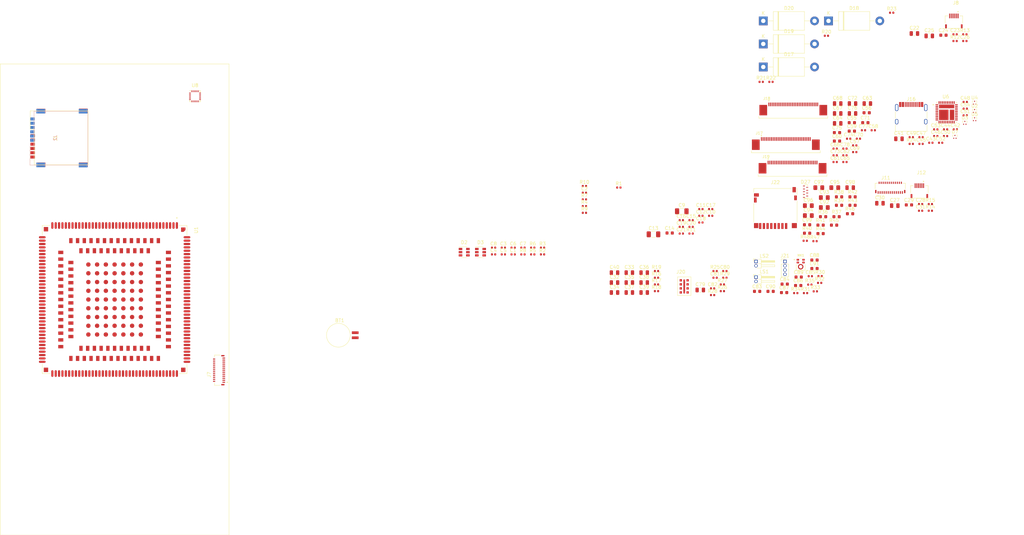
<source format=kicad_pcb>
(kicad_pcb (version 20171130) (host pcbnew 5.1.5+dfsg1-2build2)
  (layers (0 F.Cu signal) (31 B.Cu signal) (34 B.Paste user) (35 F.Paste user) (36 B.SilkS user) (37 F.SilkS user) (38 B.Mask user) (39 F.Mask user) (44 Edge.Cuts user))
  (net 0 "")
  (net 1 GND)
  (net 2 /VRTC)
  (net 3 "Net-(C1-Pad2)")
  (net 4 "Net-(C2-Pad2)")
  (net 5 /SIM_VDD)
  (net 6 "Net-(C4-Pad1)")
  (net 7 "Net-(C5-Pad2)")
  (net 8 "Net-(C6-Pad2)")
  (net 9 /SIM2_VDD)
  (net 10 "Net-(C8-Pad1)")
  (net 11 /BAT_PLUS)
  (net 12 /VPH_PWR)
  (net 13 /VDD_RF)
  (net 14 /2.85V_LCD)
  (net 15 /1.8V_LCD)
  (net 16 /2.8V_SENSE)
  (net 17 /ANT_MAIN)
  (net 18 /ANT_DRX)
  (net 19 "Net-(AE1-Pad1)")
  (net 20 "Net-(AE2-Pad1)")
  (net 21 /ANT_WIFI)
  (net 22 "Net-(AE3-Pad1)")
  (net 23 /ANT_GNSS)
  (net 24 "Net-(C39-Pad2)")
  (net 25 "Net-(AE4-Pad1)")
  (net 26 "Net-(C41-Pad2)")
  (net 27 /USB/RX+)
  (net 28 /USB_SS_RX_P)
  (net 29 /USB/TX+)
  (net 30 /USB_SS_TX_P)
  (net 31 /USB/RX-)
  (net 32 /USB_SS_RX_M)
  (net 33 /USB/TX-)
  (net 34 /USB_SS_TX_M)
  (net 35 /USB/TX_CON_2+)
  (net 36 "Net-(C47-Pad1)")
  (net 37 /USB/RX_CON_2-)
  (net 38 "Net-(C48-Pad1)")
  (net 39 /USB/RX_CON_1+)
  (net 40 "Net-(C49-Pad1)")
  (net 41 /USB/TX_CON_2-)
  (net 42 "Net-(C50-Pad1)")
  (net 43 /USB/TX_CON_1+)
  (net 44 "Net-(C51-Pad1)")
  (net 45 /USB/RX_CON_1-)
  (net 46 "Net-(C52-Pad1)")
  (net 47 /USB/RX_CON_2+)
  (net 48 "Net-(C53-Pad1)")
  (net 49 /USB/TX_CON_1-)
  (net 50 "Net-(C54-Pad1)")
  (net 51 /Cameras/DOVDD)
  (net 52 /Cameras/DVDD)
  (net 53 /Cameras/AVDD)
  (net 54 /Cameras/AF_VDO)
  (net 55 /Sensors/VPH_PWR)
  (net 56 /Sensors/LDO6_1V8)
  (net 57 /Sensors/LDO10_2V8)
  (net 58 "Net-(C82-Pad1)")
  (net 59 /MIC3_P)
  (net 60 /MIC1_P)
  (net 61 /MIC_BIAS)
  (net 62 /EAR_P)
  (net 63 /EAR_N)
  (net 64 /SPK_P)
  (net 65 /SPK_N)
  (net 66 "Net-(C92-Pad1)")
  (net 67 "Net-(C93-Pad1)")
  (net 68 "Net-(C94-Pad1)")
  (net 69 "Net-(C95-Pad1)")
  (net 70 "Net-(C96-Pad1)")
  (net 71 "Net-(C97-Pad1)")
  (net 72 "Net-(C98-Pad1)")
  (net 73 /USIM1_DET)
  (net 74 "Net-(D3-Pad6)")
  (net 75 /BAT_THERM)
  (net 76 "Net-(D17-Pad1)")
  (net 77 "Net-(D18-Pad1)")
  (net 78 "Net-(D19-Pad1)")
  (net 79 /Buttons/USB_BOOT)
  (net 80 /SD_DET)
  (net 81 "Net-(J7-Pad25)")
  (net 82 /LCD_BL_A)
  (net 83 /LCD_BL_K1)
  (net 84 "Net-(J7-Pad22)")
  (net 85 /LCD0_ID)
  (net 86 /LCD0_TE)
  (net 87 /LCDO_RST)
  (net 88 "/LCD 1/D0N")
  (net 89 "/LCD 1/D0P")
  (net 90 "/LCD 1/D1N")
  (net 91 "/LCD 1/D1P")
  (net 92 "/LCD 1/CLKN")
  (net 93 "/LCD 1/CLKP")
  (net 94 "/LCD 1/D2N")
  (net 95 "/LCD 1/D2P")
  (net 96 "/LCD 1/D3N")
  (net 97 "/LCD 1/D3P")
  (net 98 /TP0_I2C_SCL)
  (net 99 /TP0_I2C_SDA)
  (net 100 /TP0_RST)
  (net 101 /TP0_INT)
  (net 102 "Net-(J11-Pad25)")
  (net 103 /LCD_BL_K2)
  (net 104 "Net-(J11-Pad22)")
  (net 105 /LCD1_ID)
  (net 106 /LCD1_TE)
  (net 107 /LCD1_RST)
  (net 108 "/LCD 2 (optional)/D0N")
  (net 109 "/LCD 2 (optional)/D0P")
  (net 110 "/LCD 2 (optional)/D1N")
  (net 111 "/LCD 2 (optional)/D1P")
  (net 112 "/LCD 2 (optional)/CLKN")
  (net 113 "/LCD 2 (optional)/CLKP")
  (net 114 "/LCD 2 (optional)/D2N")
  (net 115 "/LCD 2 (optional)/D2P")
  (net 116 "/LCD 2 (optional)/D3N")
  (net 117 "/LCD 2 (optional)/D3P")
  (net 118 /TP1_I2C_SCL)
  (net 119 /TP1_I2C_SDA)
  (net 120 /TP1_RST)
  (net 121 /TP1_INT)
  (net 122 USB_VBUS)
  (net 123 "Net-(J16-PadB8)")
  (net 124 /USB_CC1)
  (net 125 /USB_D-)
  (net 126 /USB_D+)
  (net 127 "Net-(J16-PadA8)")
  (net 128 /USB_CC2)
  (net 129 /Cameras/FRONT_MDN0)
  (net 130 /Cameras/FRONT_MDP0)
  (net 131 /Cameras/FRONT_MCN)
  (net 132 /Cameras/FRONT_MCP)
  (net 133 /Cameras/FRONT_MDN1)
  (net 134 /Cameras/FRONT_MDP1)
  (net 135 /Cameras/FRONT_MDN2)
  (net 136 /Cameras/FRONT_MDP2)
  (net 137 /Cameras/FRONT_MDN3)
  (net 138 /Cameras/FRONT_MDP3)
  (net 139 /FRONT_MCLK)
  (net 140 /FRONT_PWDN)
  (net 141 /FRONT_RESET)
  (net 142 /Cameras/FRONT_SCL)
  (net 143 /Cameras/FRONT_SDA)
  (net 144 "Net-(J17-Pad5)")
  (net 145 "Net-(J17-Pad1)")
  (net 146 /Cameras/REAR_MDN0)
  (net 147 /Cameras/REAR_MDP0)
  (net 148 /Cameras/REAR_MCN)
  (net 149 /Cameras/REAR_MCP)
  (net 150 /Cameras/REAR_MDN1)
  (net 151 /Cameras/REAR_MDP1)
  (net 152 /Cameras/REAR_MDN2)
  (net 153 /Cameras/REAR_MDP2)
  (net 154 /Cameras/REAR_MDN3)
  (net 155 /Cameras/REAR_MDP3)
  (net 156 /REAR_MCLK)
  (net 157 /REAR_PWDN)
  (net 158 /REAR_RESET)
  (net 159 /Cameras/REAR_SCL)
  (net 160 /Cameras/REAR_SDA)
  (net 161 "Net-(J18-Pad5)")
  (net 162 "Net-(J18-Pad1)")
  (net 163 /Cameras/DCAM_MDN0)
  (net 164 /Cameras/DCAM_MDP0)
  (net 165 /Cameras/DCAM_MCN)
  (net 166 /Cameras/DCAM_MCP)
  (net 167 /Cameras/DCAM_MDN1)
  (net 168 /Cameras/DCAM_MDP1)
  (net 169 /Cameras/DCAM_MDN2)
  (net 170 /Cameras/DCAM_MDP2)
  (net 171 /Cameras/DCAM_MDN3)
  (net 172 /Cameras/DCAM_MDP3)
  (net 173 /DCAM_MCLK)
  (net 174 /DCAM_PWDN)
  (net 175 /DCAM_RESET)
  (net 176 /Cameras/DCAM_SCL)
  (net 177 /Cameras/DCAM_SDA)
  (net 178 "Net-(J19-Pad5)")
  (net 179 "Net-(J19-Pad1)")
  (net 180 /Sensors/SCL)
  (net 181 "Net-(J20-Pad4)")
  (net 182 "Net-(J20-Pad3)")
  (net 183 /ALS_INT_N)
  (net 184 /Sensors/SDA)
  (net 185 /MIC1_N)
  (net 186 "Net-(J22-Pad11)")
  (net 187 "Net-(D1-Pad1)")
  (net 188 /1.8V_GPIO)
  (net 189 /USIM1_RST)
  (net 190 /USIM1_CLK)
  (net 191 /USIM1_DATA)
  (net 192 /USIM2_RST)
  (net 193 /USIM2_CLK)
  (net 194 /USIM2_DATA)
  (net 195 "Net-(J3-Pad1)")
  (net 196 /VOL_DOWN)
  (net 197 /VOL_UP)
  (net 198 /PWR_KEY)
  (net 199 "Net-(R23-Pad2)")
  (net 200 /Buttons/LDO5_1P8)
  (net 201 "Net-(R24-Pad2)")
  (net 202 "Net-(R27-Pad2)")
  (net 203 /FSYNC)
  (net 204 "Net-(R29-Pad1)")
  (net 205 /SD_DATA2)
  (net 206 /SD_CLK)
  (net 207 /SD_DATA3)
  (net 208 /SD_DATA0)
  (net 209 /SD_CMD)
  (net 210 /SD_DATA1)
  (net 211 /LDO12)
  (net 212 /SD/LDO6_1V8)
  (net 213 /SD_LD011)
  (net 214 "Net-(U1-Pad244)")
  (net 215 "Net-(U1-Pad242)")
  (net 216 "Net-(U1-Pad241)")
  (net 217 "Net-(U1-Pad238)")
  (net 218 "Net-(U1-Pad236)")
  (net 219 "Net-(U1-Pad234)")
  (net 220 "Net-(U1-Pad233)")
  (net 221 "Net-(U1-Pad232)")
  (net 222 "Net-(U1-Pad231)")
  (net 223 "Net-(U1-Pad230)")
  (net 224 "Net-(U1-Pad229)")
  (net 225 "Net-(U1-Pad228)")
  (net 226 "Net-(U1-Pad227)")
  (net 227 /USB_SS_SEL)
  (net 228 "Net-(U1-Pad217)")
  (net 229 "Net-(U1-Pad216)")
  (net 230 "Net-(U1-Pad215)")
  (net 231 "Net-(U1-Pad211)")
  (net 232 "Net-(U1-Pad203)")
  (net 233 "Net-(U1-Pad202)")
  (net 234 "Net-(U1-Pad201)")
  (net 235 "Net-(U1-Pad200)")
  (net 236 "Net-(U1-Pad199)")
  (net 237 "Net-(U1-Pad198)")
  (net 238 /DCAM_I2C_SDA)
  (net 239 /DCAM_I2C_SCL)
  (net 240 /DCAM_LN3_N)
  (net 241 /DCAM_LN3_P)
  (net 242 /DCAM_LN2_N)
  (net 243 /DCAM_LN2_P)
  (net 244 /DCAM_LN1_N)
  (net 245 /DCAM_LN1_P)
  (net 246 /DCAM_LN0_N)
  (net 247 /DCAM_LN0_P)
  (net 248 /DCAM_CLK_N)
  (net 249 /DCAM_CLK_P)
  (net 250 /GYRO_INT)
  (net 251 "Net-(U1-Pad161)")
  (net 252 "Net-(U1-Pad160)")
  (net 253 "Net-(U1-Pad152)")
  (net 254 /SENSE_SCL)
  (net 255 /SENSE_SDA)
  (net 256 /DSI0_D3N)
  (net 257 /DSI0_D3P)
  (net 258 /DSI0_D2N)
  (net 259 /DSI0_D2P)
  (net 260 /DSI0_D1N)
  (net 261 /DSI0_D1P)
  (net 262 /DSI0_D0N)
  (net 263 /DSI0_D0P)
  (net 264 /DSI0_CLKN)
  (net 265 /DSI0_CLKP)
  (net 266 /DSI1_D3N)
  (net 267 /DSI1_D3P)
  (net 268 /DSI1_D2N)
  (net 269 /DSI1_D2P)
  (net 270 /DSI1_D1N)
  (net 271 /DSI1_D1P)
  (net 272 /DSI1_D0N)
  (net 273 /DSI1_D0P)
  (net 274 /DSI1_CLKN)
  (net 275 /DSI1_CLKP)
  (net 276 /REAR_LN3_N)
  (net 277 /REAR_LN3_P)
  (net 278 /REAR_LN2_N)
  (net 279 /REAR_LN2_P)
  (net 280 /REAR_LN1_N)
  (net 281 /REAR_LN1_P)
  (net 282 /REAR_LN0_N)
  (net 283 /REAR_LN0_P)
  (net 284 /REAR_CLK_N)
  (net 285 /REAR_CLK_P)
  (net 286 /FRONT_LN3_N)
  (net 287 /FRONT_LN3_P)
  (net 288 /FRONT_LN2_N)
  (net 289 /FRONT_LN2_P)
  (net 290 /FRONT_LN1_N)
  (net 291 /FRONT_LN1_P)
  (net 292 /FRONT_LN0_N)
  (net 293 /FRONT_LN0_P)
  (net 294 /FRONT_CLK_N)
  (net 295 /FRONT_CLK_P)
  (net 296 /CAM_I2C_SDA)
  (net 297 /CAM_I2C_SCL)
  (net 298 "Net-(U1-Pad61)")
  (net 299 "Net-(U1-Pad60)")
  (net 300 "Net-(U1-Pad59)")
  (net 301 "Net-(U1-Pad58)")
  (net 302 /USB_BOOT)
  (net 303 "Net-(U1-Pad51)")
  (net 304 "Net-(U1-Pad50)")
  (net 305 "Net-(U1-Pad49)")
  (net 306 "Net-(U1-Pad48)")
  (net 307 "Net-(U1-Pad46)")
  (net 308 "Net-(U1-Pad30)")
  (net 309 /FLASH_LED1)
  (net 310 "Net-(U1-Pad25)")
  (net 311 "Net-(U1-Pad24)")
  (net 312 "Net-(U1-Pad17)")
  (net 313 /1.2V_DVDD_FRONT)
  (net 314 /2.8V_AVDD)
  (net 315 /1.2V_DVDD_REAR)
  (net 316 "Net-(U1-Pad8)")
  (net 317 "Net-(U1-Pad7)")
  (net 318 "Net-(U1-Pad6)")
  (net 319 "Net-(U1-Pad5)")
  (net 320 /USB/SEL)
  (net 321 /Sensors/GYRO_AUX_SDA)
  (net 322 /Sensors/GYRO_AUX_SCL)
  (module Sensor_Motion:InvenSense_QFN-24_3x3mm_P0.4mm (layer F.Cu) (at 144.9 37.6)
    (fp_text reference U8 (at 0 -3.25) (layer F.SilkS))
    (fp_text value MPU-9250)
    (pad 24 smd roundrect (at -1 -1.5 90) (size 0.55 0.2) (layers F.Cu F.Paste F.Mask) (net 184 /Sensors/SDA))
    (pad 23 smd roundrect (at -0.6 -1.5 90) (size 0.55 0.2) (layers F.Cu F.Paste F.Mask) (net 180 /Sensors/SCL))
    (pad 22 smd roundrect (at -0.2 -1.5 90) (size 0.55 0.2) (layers F.Cu F.Paste F.Mask) (net 56 /Sensors/LDO6_1V8))
    (pad 21 smd roundrect (at 0.2 -1.5 90) (size 0.55 0.2) (layers F.Cu F.Paste F.Mask) (net 321 /Sensors/GYRO_AUX_SDA))
    (pad 20 smd roundrect (at 0.6 -1.5 90) (size 0.55 0.2) (layers F.Cu F.Paste F.Mask) (net 1 GND))
    (pad 19 smd roundrect (at 1 -1.5 90) (size 0.55 0.2) (layers F.Cu F.Paste F.Mask))
    (pad 18 smd roundrect (at 1.5 -1) (size 0.55 0.2) (layers F.Cu F.Paste F.Mask) (net 1 GND))
    (pad 17 smd roundrect (at 1.5 -0.6) (size 0.55 0.2) (layers F.Cu F.Paste F.Mask))
    (pad 16 smd roundrect (at 1.5 -0.2) (size 0.55 0.2) (layers F.Cu F.Paste F.Mask))
    (pad 15 smd roundrect (at 1.5 0.2) (size 0.55 0.2) (layers F.Cu F.Paste F.Mask))
    (pad 14 smd roundrect (at 1.5 0.6) (size 0.55 0.2) (layers F.Cu F.Paste F.Mask))
    (pad 13 smd roundrect (at 1.5 1) (size 0.55 0.2) (layers F.Cu F.Paste F.Mask) (net 57 /Sensors/LDO10_2V8))
    (pad 12 smd roundrect (at 1 1.5 90) (size 0.55 0.2) (layers F.Cu F.Paste F.Mask) (net 250 /GYRO_INT))
    (pad 11 smd roundrect (at 0.6 1.5 90) (size 0.55 0.2) (layers F.Cu F.Paste F.Mask) (net 204 "Net-(R29-Pad1)"))
    (pad 10 smd roundrect (at 0.2 1.5 90) (size 0.55 0.2) (layers F.Cu F.Paste F.Mask) (net 58 "Net-(C82-Pad1)"))
    (pad 9 smd roundrect (at -0.2 1.5 90) (size 0.55 0.2) (layers F.Cu F.Paste F.Mask) (net 202 "Net-(R27-Pad2)"))
    (pad 8 smd roundrect (at -0.6 1.5 90) (size 0.55 0.2) (layers F.Cu F.Paste F.Mask) (net 56 /Sensors/LDO6_1V8))
    (pad 7 smd roundrect (at -1 1.5 90) (size 0.55 0.2) (layers F.Cu F.Paste F.Mask) (net 322 /Sensors/GYRO_AUX_SCL))
    (pad 6 smd roundrect (at -1.5 1) (size 0.55 0.2) (layers F.Cu F.Paste F.Mask))
    (pad 5 smd roundrect (at -1.5 0.6) (size 0.55 0.2) (layers F.Cu F.Paste F.Mask))
    (pad 4 smd roundrect (at -1.5 0.2) (size 0.55 0.2) (layers F.Cu F.Paste F.Mask))
    (pad 3 smd roundrect (at -1.5 -0.2) (size 0.55 0.2) (layers F.Cu F.Paste F.Mask))
    (pad 2 smd roundrect (at -1.5 -0.6) (size 0.55 0.2) (layers F.Cu F.Paste F.Mask))
    (pad 1 smd roundrect (at -1.5 -1) (size 0.55 0.2) (layers F.Cu F.Paste F.Mask) (net 1 GND))
  )
  (module Package_TO_SOT_SMD:Texas_DRT-3 (layer F.Cu) (at 370.723796 49.653796)
    (fp_text reference U7 (at 0 -1.5) (layer F.SilkS))
    (fp_text value TPD2EUSB30)
    (pad 3 smd rect (at 0 -0.425) (size 0.3 0.3) (layers F.Cu F.Paste F.Mask) (net 1 GND))
    (pad 2 smd rect (at 0.35 0.425) (size 0.3 0.3) (layers F.Cu F.Paste F.Mask) (net 125 /USB_D-))
    (pad 1 smd rect (at -0.35 0.425) (size 0.3 0.3) (layers F.Cu F.Paste F.Mask) (net 126 /USB_D+))
  )
  (module "SnapEDA Library:CONV_MAX15035ETL+" (layer F.Cu) (at 368.268796 42.363796)
    (fp_text reference U6 (at -0.255 -4.647) (layer F.SilkS))
    (fp_text value PI3DBS12412A)
    (pad EP3 smd rect (at 1.585 0.75) (size 1.33 3.08) (layers F.Cu F.Mask))
    (pad EP2 smd rect (at -0.85 0.75) (size 2.8 3.08) (layers F.Cu F.Mask))
    (pad EP1 smd rect (at 0 -1.75) (size 4.5 1.1) (layers F.Cu F.Mask))
    (pad 40 smd rect (at -2.25 -2.9 270) (size 0.8 0.3) (layers F.Cu F.Paste F.Mask))
    (pad 39 smd rect (at -1.75 -2.9 270) (size 0.8 0.3) (layers F.Cu F.Paste F.Mask))
    (pad 38 smd rect (at -1.25 -2.9 270) (size 0.8 0.3) (layers F.Cu F.Paste F.Mask))
    (pad 37 smd rect (at -0.75 -2.9 270) (size 0.8 0.3) (layers F.Cu F.Paste F.Mask))
    (pad 36 smd rect (at -0.25 -2.9 270) (size 0.8 0.3) (layers F.Cu F.Paste F.Mask))
    (pad 35 smd rect (at 0.25 -2.9 270) (size 0.8 0.3) (layers F.Cu F.Paste F.Mask))
    (pad 34 smd rect (at 0.75 -2.9 270) (size 0.8 0.3) (layers F.Cu F.Paste F.Mask))
    (pad 33 smd rect (at 1.25 -2.9 270) (size 0.8 0.3) (layers F.Cu F.Paste F.Mask))
    (pad 32 smd rect (at 1.75 -2.9 270) (size 0.8 0.3) (layers F.Cu F.Paste F.Mask))
    (pad 31 smd rect (at 2.25 -2.9 270) (size 0.8 0.3) (layers F.Cu F.Paste F.Mask))
    (pad 30 smd rect (at 2.9 -2.25 180) (size 0.8 0.3) (layers F.Cu F.Paste F.Mask))
    (pad 29 smd rect (at 2.9 -1.75 180) (size 0.8 0.3) (layers F.Cu F.Paste F.Mask))
    (pad 28 smd rect (at 2.9 -1.25 180) (size 0.8 0.3) (layers F.Cu F.Paste F.Mask))
    (pad 27 smd rect (at 2.9 -0.75 180) (size 0.8 0.3) (layers F.Cu F.Paste F.Mask))
    (pad 26 smd rect (at 2.9 -0.25 180) (size 0.8 0.3) (layers F.Cu F.Paste F.Mask))
    (pad 25 smd rect (at 2.9 0.25 180) (size 0.8 0.3) (layers F.Cu F.Paste F.Mask))
    (pad 24 smd rect (at 2.9 0.75 180) (size 0.8 0.3) (layers F.Cu F.Paste F.Mask))
    (pad 23 smd rect (at 2.9 1.25 180) (size 0.8 0.3) (layers F.Cu F.Paste F.Mask))
    (pad 22 smd rect (at 2.9 1.75 180) (size 0.8 0.3) (layers F.Cu F.Paste F.Mask))
    (pad 21 smd rect (at 2.9 2.25 180) (size 0.8 0.3) (layers F.Cu F.Paste F.Mask))
    (pad 20 smd rect (at 2.25 2.9 90) (size 0.8 0.3) (layers F.Cu F.Paste F.Mask))
    (pad 19 smd rect (at 1.75 2.9 90) (size 0.8 0.3) (layers F.Cu F.Paste F.Mask) (net 1 GND))
    (pad 18 smd rect (at 1.25 2.9 90) (size 0.8 0.3) (layers F.Cu F.Paste F.Mask) (net 26 "Net-(C41-Pad2)"))
    (pad 17 smd rect (at 0.75 2.9 90) (size 0.8 0.3) (layers F.Cu F.Paste F.Mask))
    (pad 16 smd rect (at 0.25 2.9 90) (size 0.8 0.3) (layers F.Cu F.Paste F.Mask) (net 36 "Net-(C47-Pad1)"))
    (pad 15 smd rect (at -0.25 2.9 90) (size 0.8 0.3) (layers F.Cu F.Paste F.Mask) (net 42 "Net-(C50-Pad1)"))
    (pad 14 smd rect (at -0.75 2.9 90) (size 0.8 0.3) (layers F.Cu F.Paste F.Mask) (net 48 "Net-(C53-Pad1)"))
    (pad 13 smd rect (at -1.25 2.9 90) (size 0.8 0.3) (layers F.Cu F.Paste F.Mask) (net 38 "Net-(C48-Pad1)"))
    (pad 12 smd rect (at -1.75 2.9 90) (size 0.8 0.3) (layers F.Cu F.Paste F.Mask) (net 1 GND))
    (pad 11 smd rect (at -2.25 2.9 90) (size 0.8 0.3) (layers F.Cu F.Paste F.Mask) (net 44 "Net-(C51-Pad1)"))
    (pad 10 smd rect (at -2.9 2.25) (size 0.8 0.3) (layers F.Cu F.Paste F.Mask) (net 50 "Net-(C54-Pad1)"))
    (pad 9 smd rect (at -2.9 1.75) (size 0.8 0.3) (layers F.Cu F.Paste F.Mask) (net 40 "Net-(C49-Pad1)"))
    (pad 8 smd rect (at -2.9 1.25) (size 0.8 0.3) (layers F.Cu F.Paste F.Mask) (net 46 "Net-(C52-Pad1)"))
    (pad 7 smd rect (at -2.9 0.75) (size 0.8 0.3) (layers F.Cu F.Paste F.Mask) (net 26 "Net-(C41-Pad2)"))
    (pad 6 smd rect (at -2.9 0.25) (size 0.8 0.3) (layers F.Cu F.Paste F.Mask) (net 320 /USB/SEL))
    (pad 5 smd rect (at -2.9 -0.25) (size 0.8 0.3) (layers F.Cu F.Paste F.Mask) (net 31 /USB/RX-))
    (pad 4 smd rect (at -2.9 -0.75) (size 0.8 0.3) (layers F.Cu F.Paste F.Mask) (net 27 /USB/RX+))
    (pad 3 smd rect (at -2.9 -1.25) (size 0.8 0.3) (layers F.Cu F.Paste F.Mask) (net 1 GND))
    (pad 2 smd rect (at -2.9 -1.75) (size 0.8 0.3) (layers F.Cu F.Paste F.Mask) (net 33 /USB/TX-))
    (pad 1 smd rect (at -2.9 -2.25) (size 0.8 0.3) (layers F.Cu F.Paste F.Mask) (net 29 /USB/TX+))
  )
  (module Package_TO_SOT_SMD:Texas_DRT-3 (layer F.Cu) (at 376.573796 44.413796)
    (fp_text reference U5 (at 0 -1.5) (layer F.SilkS))
    (fp_text value TPD2EUSB30)
    (pad 3 smd rect (at 0 -0.425) (size 0.3 0.3) (layers F.Cu F.Paste F.Mask) (net 1 GND))
    (pad 2 smd rect (at 0.35 0.425) (size 0.3 0.3) (layers F.Cu F.Paste F.Mask) (net 41 /USB/TX_CON_2-))
    (pad 1 smd rect (at -0.35 0.425) (size 0.3 0.3) (layers F.Cu F.Paste F.Mask) (net 35 /USB/TX_CON_2+))
  )
  (module Package_TO_SOT_SMD:Texas_DRT-3 (layer F.Cu) (at 376.573796 39.513796)
    (fp_text reference U4 (at 0 -1.5) (layer F.SilkS))
    (fp_text value TPD2EUSB30)
    (pad 3 smd rect (at 0 -0.425) (size 0.3 0.3) (layers F.Cu F.Paste F.Mask) (net 1 GND))
    (pad 2 smd rect (at 0.35 0.425) (size 0.3 0.3) (layers F.Cu F.Paste F.Mask) (net 49 /USB/TX_CON_1-))
    (pad 1 smd rect (at -0.35 0.425) (size 0.3 0.3) (layers F.Cu F.Paste F.Mask) (net 43 /USB/TX_CON_1+))
  )
  (module Package_TO_SOT_SMD:Texas_DRT-3 (layer F.Cu) (at 373.663796 45.483796)
    (fp_text reference U3 (at 0 -1.5) (layer F.SilkS))
    (fp_text value TPD2EUSB30)
    (pad 3 smd rect (at 0 -0.425) (size 0.3 0.3) (layers F.Cu F.Paste F.Mask) (net 1 GND))
    (pad 2 smd rect (at 0.35 0.425) (size 0.3 0.3) (layers F.Cu F.Paste F.Mask) (net 45 /USB/RX_CON_1-))
    (pad 1 smd rect (at -0.35 0.425) (size 0.3 0.3) (layers F.Cu F.Paste F.Mask) (net 39 /USB/RX_CON_1+))
  )
  (module Package_TO_SOT_SMD:Texas_DRT-3 (layer F.Cu) (at 376.573796 41.963796)
    (fp_text reference U2 (at 0 -1.5) (layer F.SilkS))
    (fp_text value TPD2EUSB30)
    (pad 3 smd rect (at 0 -0.425) (size 0.3 0.3) (layers F.Cu F.Paste F.Mask) (net 1 GND))
    (pad 2 smd rect (at 0.35 0.425) (size 0.3 0.3) (layers F.Cu F.Paste F.Mask) (net 37 /USB/RX_CON_2-))
    (pad 1 smd rect (at -0.35 0.425) (size 0.3 0.3) (layers F.Cu F.Paste F.Mask) (net 47 /USB/RX_CON_2+))
  )
  (module "SnapEDA Library:XCVR_SC600YNAPAE53UGADA" (layer F.Cu) (at 121 98 270)
    (fp_text reference U1 (at -20.625 -24.235 90) (layer F.SilkS))
    (fp_text value SC600YNAPAE53UGADA)
    (pad 323 smd rect (at 20.9 -20.4 180) (size 1.3 1.3) (layers F.Cu F.Mask) (net 1 GND))
    (pad 322 smd rect (at 20.9 20.4 180) (size 1.3 1.3) (layers F.Cu F.Mask) (net 1 GND))
    (pad 321 smd rect (at -20.9 20.4 180) (size 1.3 1.3) (layers F.Cu F.Mask) (net 1 GND))
    (pad 320 smd custom (at -20.826 -20.334 180) (size 0.2 0.2) (layers F.Cu) (net 1 GND) (options (clearance outline) (anchor rect)) (primitives (gr_poly (pts (xy 0.576 -0.716) (xy 0.576 0.584) (xy -0.724 0.584) (xy -0.724 -0.166) (xy -0.174 -0.716)) (width 0.001))))
    (pad 319 smd circle (at 10.4 7.8 180) (size 1.3 1.3) (layers F.Cu F.Mask) (net 1 GND))
    (pad 318 smd circle (at 10.4 5.2 180) (size 1.3 1.3) (layers F.Cu F.Mask) (net 1 GND))
    (pad 317 smd circle (at 10.4 2.6 180) (size 1.3 1.3) (layers F.Cu F.Mask) (net 1 GND))
    (pad 316 smd circle (at 10.4 0 180) (size 1.3 1.3) (layers F.Cu F.Mask) (net 1 GND))
    (pad 315 smd circle (at 10.4 -2.6 180) (size 1.3 1.3) (layers F.Cu F.Mask) (net 1 GND))
    (pad 314 smd circle (at 10.4 -5.2 180) (size 1.3 1.3) (layers F.Cu F.Mask) (net 1 GND))
    (pad 313 smd circle (at 10.4 -7.8 180) (size 1.3 1.3) (layers F.Cu F.Mask) (net 1 GND))
    (pad 312 smd circle (at 7.8 7.8 180) (size 1.3 1.3) (layers F.Cu F.Mask) (net 1 GND))
    (pad 311 smd circle (at 7.8 5.2 180) (size 1.3 1.3) (layers F.Cu F.Mask) (net 1 GND))
    (pad 310 smd circle (at 7.8 2.6 180) (size 1.3 1.3) (layers F.Cu F.Mask) (net 1 GND))
    (pad 309 smd circle (at 7.8 0 180) (size 1.3 1.3) (layers F.Cu F.Mask) (net 1 GND))
    (pad 308 smd circle (at 7.8 -2.6 180) (size 1.3 1.3) (layers F.Cu F.Mask) (net 1 GND))
    (pad 307 smd circle (at 7.8 -5.2 180) (size 1.3 1.3) (layers F.Cu F.Mask) (net 1 GND))
    (pad 306 smd circle (at 7.8 -7.8 180) (size 1.3 1.3) (layers F.Cu F.Mask) (net 1 GND))
    (pad 305 smd circle (at 5.2 7.8 180) (size 1.3 1.3) (layers F.Cu F.Mask) (net 1 GND))
    (pad 304 smd circle (at 5.2 5.2 180) (size 1.3 1.3) (layers F.Cu F.Mask) (net 1 GND))
    (pad 303 smd circle (at 5.2 2.6 180) (size 1.3 1.3) (layers F.Cu F.Mask) (net 1 GND))
    (pad 302 smd circle (at 5.2 0 180) (size 1.3 1.3) (layers F.Cu F.Mask) (net 1 GND))
    (pad 301 smd circle (at 5.2 -2.6 180) (size 1.3 1.3) (layers F.Cu F.Mask) (net 1 GND))
    (pad 300 smd circle (at 5.2 -5.2 180) (size 1.3 1.3) (layers F.Cu F.Mask) (net 1 GND))
    (pad 299 smd circle (at 5.2 -7.8 180) (size 1.3 1.3) (layers F.Cu F.Mask) (net 1 GND))
    (pad 298 smd circle (at 2.6 7.8 180) (size 1.3 1.3) (layers F.Cu F.Mask) (net 1 GND))
    (pad 297 smd circle (at 2.6 5.2 180) (size 1.3 1.3) (layers F.Cu F.Mask) (net 1 GND))
    (pad 296 smd circle (at 2.6 2.6 180) (size 1.3 1.3) (layers F.Cu F.Mask) (net 1 GND))
    (pad 295 smd circle (at 2.6 0 180) (size 1.3 1.3) (layers F.Cu F.Mask) (net 1 GND))
    (pad 294 smd circle (at 2.6 -2.6 180) (size 1.3 1.3) (layers F.Cu F.Mask) (net 1 GND))
    (pad 293 smd circle (at 2.6 -5.2 180) (size 1.3 1.3) (layers F.Cu F.Mask) (net 1 GND))
    (pad 292 smd circle (at 2.6 -7.8 180) (size 1.3 1.3) (layers F.Cu F.Mask) (net 1 GND))
    (pad 291 smd circle (at 0 7.8 180) (size 1.3 1.3) (layers F.Cu F.Mask) (net 1 GND))
    (pad 290 smd circle (at 0 5.2 180) (size 1.3 1.3) (layers F.Cu F.Mask) (net 1 GND))
    (pad 289 smd circle (at 0 2.6 180) (size 1.3 1.3) (layers F.Cu F.Mask) (net 1 GND))
    (pad 288 smd circle (at 0 0 180) (size 1.3 1.3) (layers F.Cu F.Mask) (net 1 GND))
    (pad 287 smd circle (at 0 -2.6 180) (size 1.3 1.3) (layers F.Cu F.Mask) (net 1 GND))
    (pad 286 smd circle (at 0 -5.2 180) (size 1.3 1.3) (layers F.Cu F.Mask) (net 1 GND))
    (pad 285 smd circle (at 0 -7.8 180) (size 1.3 1.3) (layers F.Cu F.Mask) (net 1 GND))
    (pad 284 smd circle (at -2.6 7.8 180) (size 1.3 1.3) (layers F.Cu F.Mask) (net 1 GND))
    (pad 283 smd circle (at -2.6 5.2 180) (size 1.3 1.3) (layers F.Cu F.Mask) (net 1 GND))
    (pad 282 smd circle (at -2.6 2.6 180) (size 1.3 1.3) (layers F.Cu F.Mask) (net 1 GND))
    (pad 281 smd circle (at -2.6 0 180) (size 1.3 1.3) (layers F.Cu F.Mask) (net 1 GND))
    (pad 280 smd circle (at -2.6 -2.6 180) (size 1.3 1.3) (layers F.Cu F.Mask) (net 1 GND))
    (pad 279 smd circle (at -2.6 -5.2 180) (size 1.3 1.3) (layers F.Cu F.Mask) (net 1 GND))
    (pad 278 smd circle (at -2.6 -7.8 180) (size 1.3 1.3) (layers F.Cu F.Mask) (net 1 GND))
    (pad 277 smd circle (at -5.2 7.8 180) (size 1.3 1.3) (layers F.Cu F.Mask) (net 1 GND))
    (pad 276 smd circle (at -5.2 5.2 180) (size 1.3 1.3) (layers F.Cu F.Mask) (net 1 GND))
    (pad 275 smd circle (at -5.2 2.6 180) (size 1.3 1.3) (layers F.Cu F.Mask) (net 1 GND))
    (pad 274 smd circle (at -5.2 0 180) (size 1.3 1.3) (layers F.Cu F.Mask) (net 1 GND))
    (pad 273 smd circle (at -5.2 -2.6 180) (size 1.3 1.3) (layers F.Cu F.Mask) (net 1 GND))
    (pad 272 smd circle (at -5.2 -5.2 180) (size 1.3 1.3) (layers F.Cu F.Mask) (net 1 GND))
    (pad 271 smd circle (at -5.2 -7.8 180) (size 1.3 1.3) (layers F.Cu F.Mask) (net 1 GND))
    (pad 270 smd circle (at -7.8 7.8 180) (size 1.3 1.3) (layers F.Cu F.Mask) (net 1 GND))
    (pad 269 smd circle (at -7.8 5.2 180) (size 1.3 1.3) (layers F.Cu F.Mask) (net 1 GND))
    (pad 268 smd circle (at -7.8 2.6 180) (size 1.3 1.3) (layers F.Cu F.Mask) (net 1 GND))
    (pad 267 smd circle (at -7.8 0 180) (size 1.3 1.3) (layers F.Cu F.Mask) (net 1 GND))
    (pad 266 smd circle (at -7.8 -2.6 180) (size 1.3 1.3) (layers F.Cu F.Mask) (net 1 GND))
    (pad 265 smd circle (at -7.8 -5.2 180) (size 1.3 1.3) (layers F.Cu F.Mask) (net 1 GND))
    (pad 264 smd circle (at -7.8 -7.8 180) (size 1.3 1.3) (layers F.Cu F.Mask) (net 1 GND))
    (pad 263 smd circle (at -10.4 7.8 180) (size 1.3 1.3) (layers F.Cu F.Mask) (net 1 GND))
    (pad 262 smd circle (at -10.4 5.2 180) (size 1.3 1.3) (layers F.Cu F.Mask) (net 1 GND))
    (pad 261 smd circle (at -10.4 2.6 180) (size 1.3 1.3) (layers F.Cu F.Mask) (net 1 GND))
    (pad 260 smd circle (at -10.4 0 180) (size 1.3 1.3) (layers F.Cu F.Mask) (net 1 GND))
    (pad 259 smd circle (at -10.4 -2.6 180) (size 1.3 1.3) (layers F.Cu F.Mask) (net 1 GND))
    (pad 258 smd circle (at -10.4 -5.2 180) (size 1.3 1.3) (layers F.Cu F.Mask) (net 1 GND))
    (pad 257 smd circle (at -10.4 -7.8 180) (size 1.3 1.3) (layers F.Cu F.Mask) (net 1 GND))
    (pad 256 smd rect (at -11 -13 180) (size 1.5 1) (layers F.Cu F.Mask) (net 1 GND))
    (pad 255 smd rect (at -9 -13 180) (size 1.5 1) (layers F.Cu F.Mask) (net 1 GND))
    (pad 254 smd rect (at -7 -13 180) (size 1.5 1) (layers F.Cu F.Mask) (net 1 GND))
    (pad 253 smd rect (at -5 -13 180) (size 1.5 1) (layers F.Cu F.Mask) (net 1 GND))
    (pad 252 smd rect (at -3 -13 180) (size 1.5 1) (layers F.Cu F.Mask) (net 1 GND))
    (pad 251 smd rect (at -1 -13 180) (size 1.5 1) (layers F.Cu F.Mask) (net 1 GND))
    (pad 250 smd rect (at 1 -13 180) (size 1.5 1) (layers F.Cu F.Mask) (net 1 GND))
    (pad 249 smd rect (at 3 -13 180) (size 1.5 1) (layers F.Cu F.Mask) (net 1 GND))
    (pad 248 smd rect (at 5 -13 180) (size 1.5 1) (layers F.Cu F.Mask) (net 1 GND))
    (pad 247 smd rect (at 7 -13 180) (size 1.5 1) (layers F.Cu F.Mask) (net 1 GND))
    (pad 246 smd rect (at 9 -13 180) (size 1.5 1) (layers F.Cu F.Mask) (net 1 GND))
    (pad 245 smd rect (at 11 -13 180) (size 1.5 1) (layers F.Cu F.Mask) (net 1 GND))
    (pad 244 smd rect (at 14.5 -10) (size 1 1.5) (layers F.Cu F.Mask) (net 214 "Net-(U1-Pad244)"))
    (pad 243 smd rect (at 14.5 -8) (size 1 1.5) (layers F.Cu F.Mask) (net 1 GND))
    (pad 242 smd rect (at 14.5 -6) (size 1 1.5) (layers F.Cu F.Mask) (net 215 "Net-(U1-Pad242)"))
    (pad 241 smd rect (at 14.5 -4) (size 1 1.5) (layers F.Cu F.Mask) (net 216 "Net-(U1-Pad241)"))
    (pad 240 smd rect (at 14.5 -2) (size 1 1.5) (layers F.Cu F.Mask) (net 1 GND))
    (pad 239 smd rect (at 14.5 0) (size 1 1.5) (layers F.Cu F.Mask) (net 1 GND))
    (pad 238 smd rect (at 14.5 2) (size 1 1.5) (layers F.Cu F.Mask) (net 217 "Net-(U1-Pad238)"))
    (pad 237 smd rect (at 14.5 4) (size 1 1.5) (layers F.Cu F.Mask) (net 203 /FSYNC))
    (pad 236 smd rect (at 14.5 6) (size 1 1.5) (layers F.Cu F.Mask) (net 218 "Net-(U1-Pad236)"))
    (pad 235 smd rect (at 14.5 8) (size 1 1.5) (layers F.Cu F.Mask) (net 1 GND))
    (pad 234 smd rect (at 14.5 10) (size 1 1.5) (layers F.Cu F.Mask) (net 219 "Net-(U1-Pad234)"))
    (pad 233 smd rect (at 11 13 180) (size 1.5 1) (layers F.Cu F.Mask) (net 220 "Net-(U1-Pad233)"))
    (pad 232 smd rect (at 9 13 180) (size 1.5 1) (layers F.Cu F.Mask) (net 221 "Net-(U1-Pad232)"))
    (pad 231 smd rect (at 7 13 180) (size 1.5 1) (layers F.Cu F.Mask) (net 222 "Net-(U1-Pad231)"))
    (pad 230 smd rect (at 5 13 180) (size 1.5 1) (layers F.Cu F.Mask) (net 223 "Net-(U1-Pad230)"))
    (pad 229 smd rect (at 3 13 180) (size 1.5 1) (layers F.Cu F.Mask) (net 224 "Net-(U1-Pad229)"))
    (pad 228 smd rect (at 1 13 180) (size 1.5 1) (layers F.Cu F.Mask) (net 225 "Net-(U1-Pad228)"))
    (pad 227 smd rect (at -1 13 180) (size 1.5 1) (layers F.Cu F.Mask) (net 226 "Net-(U1-Pad227)"))
    (pad 226 smd rect (at -3 13 180) (size 1.5 1) (layers F.Cu F.Mask) (net 227 /USB_SS_SEL))
    (pad 225 smd rect (at -5 13 180) (size 1.5 1) (layers F.Cu F.Mask) (net 1 GND))
    (pad 224 smd rect (at -7 13 180) (size 1.5 1) (layers F.Cu F.Mask) (net 128 /USB_CC2))
    (pad 223 smd rect (at -9 13 180) (size 1.5 1) (layers F.Cu F.Mask) (net 124 /USB_CC1))
    (pad 222 smd rect (at -11 13 180) (size 1.5 1) (layers F.Cu F.Mask) (net 1 GND))
    (pad 221 smd rect (at -14.5 10 180) (size 1 1.5) (layers F.Cu F.Mask) (net 12 /VPH_PWR))
    (pad 220 smd rect (at -14.5 8 180) (size 1 1.5) (layers F.Cu F.Mask) (net 12 /VPH_PWR))
    (pad 219 smd rect (at -14.5 6 180) (size 1 1.5) (layers F.Cu F.Mask) (net 1 GND))
    (pad 218 smd rect (at -14.5 4 180) (size 1 1.5) (layers F.Cu F.Mask) (net 1 GND))
    (pad 217 smd rect (at -14.5 2 180) (size 1 1.5) (layers F.Cu F.Mask) (net 228 "Net-(U1-Pad217)"))
    (pad 216 smd rect (at -14.5 0 180) (size 1 1.5) (layers F.Cu F.Mask) (net 229 "Net-(U1-Pad216)"))
    (pad 215 smd rect (at -14.5 -2 180) (size 1 1.5) (layers F.Cu F.Mask) (net 230 "Net-(U1-Pad215)"))
    (pad 214 smd rect (at -14.5 -4 180) (size 1 1.5) (layers F.Cu F.Mask) (net 1 GND))
    (pad 213 smd rect (at -14.5 -6 180) (size 1 1.5) (layers F.Cu F.Mask) (net 1 GND))
    (pad 212 smd rect (at -14.5 -8 180) (size 1 1.5) (layers F.Cu F.Mask) (net 1 GND))
    (pad 211 smd rect (at -14.5 -10 180) (size 1 1.5) (layers F.Cu F.Mask) (net 231 "Net-(U1-Pad211)"))
    (pad 210 smd rect (at -14 -16 180) (size 1.5 1) (layers F.Cu F.Mask) (net 9 /SIM2_VDD))
    (pad 209 smd rect (at -12 -16 180) (size 1.5 1) (layers F.Cu F.Mask) (net 194 /USIM2_DATA))
    (pad 208 smd rect (at -10 -16 180) (size 1.5 1) (layers F.Cu F.Mask) (net 193 /USIM2_CLK))
    (pad 207 smd rect (at -8 -16 180) (size 1.5 1) (layers F.Cu F.Mask) (net 192 /USIM2_RST))
    (pad 206 smd rect (at -6 -16 180) (size 1.5 1) (layers F.Cu F.Mask) (net 99 /TP0_I2C_SDA))
    (pad 205 smd rect (at -4 -16 180) (size 1.5 1) (layers F.Cu F.Mask) (net 118 /TP1_I2C_SCL))
    (pad 204 smd rect (at -2 -16 180) (size 1.5 1) (layers F.Cu F.Mask) (net 119 /TP1_I2C_SDA))
    (pad 203 smd rect (at 0 -16 180) (size 1.5 1) (layers F.Cu F.Mask) (net 232 "Net-(U1-Pad203)"))
    (pad 202 smd rect (at 2 -16 180) (size 1.5 1) (layers F.Cu F.Mask) (net 233 "Net-(U1-Pad202)"))
    (pad 201 smd rect (at 4 -16 180) (size 1.5 1) (layers F.Cu F.Mask) (net 234 "Net-(U1-Pad201)"))
    (pad 200 smd rect (at 6 -16 180) (size 1.5 1) (layers F.Cu F.Mask) (net 235 "Net-(U1-Pad200)"))
    (pad 199 smd rect (at 8 -16 180) (size 1.5 1) (layers F.Cu F.Mask) (net 236 "Net-(U1-Pad199)"))
    (pad 198 smd rect (at 10 -16 180) (size 1.5 1) (layers F.Cu F.Mask) (net 237 "Net-(U1-Pad198)"))
    (pad 197 smd rect (at 12 -16 180) (size 1.5 1) (layers F.Cu F.Mask) (net 238 /DCAM_I2C_SDA))
    (pad 196 smd rect (at 14 -16 180) (size 1.5 1) (layers F.Cu F.Mask) (net 239 /DCAM_I2C_SCL))
    (pad 195 smd rect (at 17.5 -13) (size 1 1.5) (layers F.Cu F.Mask) (net 1 GND))
    (pad 194 smd rect (at 17.5 -11) (size 1 1.5) (layers F.Cu F.Mask) (net 173 /DCAM_MCLK))
    (pad 193 smd rect (at 17.5 -9) (size 1 1.5) (layers F.Cu F.Mask) (net 1 GND))
    (pad 192 smd rect (at 17.5 -7) (size 1 1.5) (layers F.Cu F.Mask) (net 240 /DCAM_LN3_N))
    (pad 191 smd rect (at 17.5 -5) (size 1 1.5) (layers F.Cu F.Mask) (net 241 /DCAM_LN3_P))
    (pad 190 smd rect (at 17.5 -3) (size 1 1.5) (layers F.Cu F.Mask) (net 242 /DCAM_LN2_N))
    (pad 189 smd rect (at 17.5 -1) (size 1 1.5) (layers F.Cu F.Mask) (net 243 /DCAM_LN2_P))
    (pad 188 smd rect (at 17.5 1) (size 1 1.5) (layers F.Cu F.Mask) (net 244 /DCAM_LN1_N))
    (pad 187 smd rect (at 17.5 3) (size 1 1.5) (layers F.Cu F.Mask) (net 245 /DCAM_LN1_P))
    (pad 186 smd rect (at 17.5 5) (size 1 1.5) (layers F.Cu F.Mask) (net 246 /DCAM_LN0_N))
    (pad 185 smd rect (at 17.5 7) (size 1 1.5) (layers F.Cu F.Mask) (net 247 /DCAM_LN0_P))
    (pad 184 smd rect (at 17.5 9) (size 1 1.5) (layers F.Cu F.Mask) (net 248 /DCAM_CLK_N))
    (pad 183 smd rect (at 17.5 11) (size 1 1.5) (layers F.Cu F.Mask) (net 249 /DCAM_CLK_P))
    (pad 182 smd rect (at 17.5 13) (size 1 1.5) (layers F.Cu F.Mask) (net 1 GND))
    (pad 181 smd rect (at 14 16 180) (size 1.5 1) (layers F.Cu F.Mask) (net 174 /DCAM_PWDN))
    (pad 180 smd rect (at 12 16 180) (size 1.5 1) (layers F.Cu F.Mask) (net 175 /DCAM_RESET))
    (pad 179 smd rect (at 10 16 180) (size 1.5 1) (layers F.Cu F.Mask) (net 211 /LDO12))
    (pad 178 smd rect (at 8 16 180) (size 1.5 1) (layers F.Cu F.Mask) (net 250 /GYRO_INT))
    (pad 177 smd rect (at 6 16 180) (size 1.5 1) (layers F.Cu F.Mask) (net 183 /ALS_INT_N))
    (pad 176 smd rect (at 4 16 180) (size 1.5 1) (layers F.Cu F.Mask) (net 1 GND))
    (pad 175 smd rect (at 2 16 180) (size 1.5 1) (layers F.Cu F.Mask) (net 34 /USB_SS_TX_M))
    (pad 174 smd rect (at 0 16 180) (size 1.5 1) (layers F.Cu F.Mask) (net 30 /USB_SS_TX_P))
    (pad 173 smd rect (at -2 16 180) (size 1.5 1) (layers F.Cu F.Mask) (net 1 GND))
    (pad 172 smd rect (at -4 16 180) (size 1.5 1) (layers F.Cu F.Mask) (net 32 /USB_SS_RX_M))
    (pad 171 smd rect (at -6 16 180) (size 1.5 1) (layers F.Cu F.Mask) (net 28 /USB_SS_RX_P))
    (pad 170 smd rect (at -8 16 180) (size 1.5 1) (layers F.Cu F.Mask) (net 1 GND))
    (pad 169 smd rect (at -10 16 180) (size 1.5 1) (layers F.Cu F.Mask) (net 59 /MIC3_P))
    (pad 168 smd rect (at -12 16 180) (size 1.5 1) (layers F.Cu F.Mask) (net 1 GND))
    (pad 167 smd rect (at -14 16 180) (size 1.5 1) (layers F.Cu F.Mask) (net 61 /MIC_BIAS))
    (pad 166 smd rect (at -17.5 13 180) (size 1 1.5) (layers F.Cu F.Mask) (net 1 GND))
    (pad 165 smd rect (at -17.5 11 180) (size 1 1.5) (layers F.Cu F.Mask) (net 1 GND))
    (pad 164 smd rect (at -17.5 9 180) (size 1 1.5) (layers F.Cu F.Mask) (net 1 GND))
    (pad 163 smd rect (at -17.5 7 180) (size 1 1.5) (layers F.Cu F.Mask) (net 1 GND))
    (pad 162 smd rect (at -17.5 5 180) (size 1 1.5) (layers F.Cu F.Mask) (net 122 USB_VBUS))
    (pad 161 smd rect (at -17.5 3 180) (size 1 1.5) (layers F.Cu F.Mask) (net 251 "Net-(U1-Pad161)"))
    (pad 160 smd rect (at -17.5 1 180) (size 1 1.5) (layers F.Cu F.Mask) (net 252 "Net-(U1-Pad160)"))
    (pad 159 smd rect (at -17.5 -1 180) (size 1 1.5) (layers F.Cu F.Mask) (net 1 GND))
    (pad 158 smd rect (at -17.5 -3 180) (size 1 1.5) (layers F.Cu F.Mask) (net 1 GND))
    (pad 157 smd rect (at -17.5 -5 180) (size 1 1.5) (layers F.Cu F.Mask) (net 1 GND))
    (pad 156 smd rect (at -17.5 -7 180) (size 1 1.5) (layers F.Cu F.Mask) (net 1 GND))
    (pad 155 smd rect (at -17.5 -9 180) (size 1 1.5) (layers F.Cu F.Mask) (net 1 GND))
    (pad 154 smd rect (at -17.5 -11 180) (size 1 1.5) (layers F.Cu F.Mask) (net 1 GND))
    (pad 153 smd rect (at -17.5 -13 180) (size 1 1.5) (layers F.Cu F.Mask) (net 85 /LCD0_ID))
    (pad 152 smd oval (at -18.5 -21.5 180) (size 2 0.65) (layers F.Cu F.Mask) (net 253 "Net-(U1-Pad152)"))
    (pad 151 smd oval (at -17.5 -21.5 180) (size 2 0.65) (layers F.Cu F.Mask) (net 105 /LCD1_ID))
    (pad 150 smd oval (at -16.5 -21.5 180) (size 2 0.65) (layers F.Cu F.Mask) (net 1 GND))
    (pad 149 smd oval (at -15.5 -21.5 180) (size 2 0.65) (layers F.Cu F.Mask) (net 18 /ANT_DRX))
    (pad 148 smd oval (at -14.5 -21.5 180) (size 2 0.65) (layers F.Cu F.Mask) (net 1 GND))
    (pad 147 smd oval (at -13.5 -21.5 180) (size 2 0.65) (layers F.Cu F.Mask) (net 196 /VOL_DOWN))
    (pad 146 smd oval (at -12.5 -21.5 180) (size 2 0.65) (layers F.Cu F.Mask) (net 197 /VOL_UP))
    (pad 145 smd oval (at -11.5 -21.5 180) (size 2 0.65) (layers F.Cu F.Mask) (net 73 /USIM1_DET))
    (pad 144 smd oval (at -10.5 -21.5 180) (size 2 0.65) (layers F.Cu F.Mask) (net 189 /USIM1_RST))
    (pad 143 smd oval (at -9.5 -21.5 180) (size 2 0.65) (layers F.Cu F.Mask) (net 190 /USIM1_CLK))
    (pad 142 smd oval (at -8.5 -21.5 180) (size 2 0.65) (layers F.Cu F.Mask) (net 191 /USIM1_DATA))
    (pad 141 smd oval (at -7.5 -21.5 180) (size 2 0.65) (layers F.Cu F.Mask) (net 5 /SIM_VDD))
    (pad 140 smd oval (at -6.5 -21.5 180) (size 2 0.65) (layers F.Cu F.Mask) (net 98 /TP0_I2C_SCL))
    (pad 139 smd oval (at -5.5 -21.5 180) (size 2 0.65) (layers F.Cu F.Mask) (net 101 /TP0_INT))
    (pad 138 smd oval (at -4.5 -21.5 180) (size 2 0.65) (layers F.Cu F.Mask) (net 100 /TP0_RST))
    (pad 137 smd oval (at -3.5 -21.5 180) (size 2 0.65) (layers F.Cu F.Mask) (net 121 /TP1_INT))
    (pad 136 smd oval (at -2.5 -21.5 180) (size 2 0.65) (layers F.Cu F.Mask) (net 120 /TP1_RST))
    (pad 135 smd oval (at -1.5 -21.5 180) (size 2 0.65) (layers F.Cu F.Mask) (net 1 GND))
    (pad 134 smd oval (at -0.5 -21.5 180) (size 2 0.65) (layers F.Cu F.Mask) (net 23 /ANT_GNSS))
    (pad 133 smd oval (at 0.5 -21.5 180) (size 2 0.65) (layers F.Cu F.Mask) (net 1 GND))
    (pad 132 smd oval (at 1.5 -21.5 180) (size 2 0.65) (layers F.Cu F.Mask) (net 254 /SENSE_SCL))
    (pad 131 smd oval (at 2.5 -21.5 180) (size 2 0.65) (layers F.Cu F.Mask) (net 255 /SENSE_SDA))
    (pad 130 smd oval (at 3.5 -21.5 180) (size 2 0.65) (layers F.Cu F.Mask) (net 1 GND))
    (pad 129 smd oval (at 4.5 -21.5 180) (size 2 0.65) (layers F.Cu F.Mask) (net 21 /ANT_WIFI))
    (pad 128 smd oval (at 5.5 -21.5 180) (size 2 0.65) (layers F.Cu F.Mask) (net 1 GND))
    (pad 127 smd oval (at 6.5 -21.5 180) (size 2 0.65) (layers F.Cu F.Mask) (net 87 /LCDO_RST))
    (pad 126 smd oval (at 7.5 -21.5 180) (size 2 0.65) (layers F.Cu F.Mask) (net 86 /LCD0_TE))
    (pad 125 smd oval (at 8.5 -21.5 180) (size 2 0.65) (layers F.Cu F.Mask) (net 1 GND))
    (pad 124 smd oval (at 9.5 -21.5 180) (size 2 0.65) (layers F.Cu F.Mask) (net 256 /DSI0_D3N))
    (pad 123 smd oval (at 10.5 -21.5 180) (size 2 0.65) (layers F.Cu F.Mask) (net 257 /DSI0_D3P))
    (pad 122 smd oval (at 11.5 -21.5 180) (size 2 0.65) (layers F.Cu F.Mask) (net 258 /DSI0_D2N))
    (pad 121 smd oval (at 12.5 -21.5 180) (size 2 0.65) (layers F.Cu F.Mask) (net 259 /DSI0_D2P))
    (pad 120 smd oval (at 13.5 -21.5 180) (size 2 0.65) (layers F.Cu F.Mask) (net 260 /DSI0_D1N))
    (pad 119 smd oval (at 14.5 -21.5 180) (size 2 0.65) (layers F.Cu F.Mask) (net 261 /DSI0_D1P))
    (pad 118 smd oval (at 15.5 -21.5 180) (size 2 0.65) (layers F.Cu F.Mask) (net 262 /DSI0_D0N))
    (pad 117 smd oval (at 16.5 -21.5 180) (size 2 0.65) (layers F.Cu F.Mask) (net 263 /DSI0_D0P))
    (pad 116 smd oval (at 17.5 -21.5 180) (size 2 0.65) (layers F.Cu F.Mask) (net 264 /DSI0_CLKN))
    (pad 115 smd oval (at 18.5 -21.5 180) (size 2 0.65) (layers F.Cu F.Mask) (net 265 /DSI0_CLKP))
    (pad 114 smd oval (at 22 -18.5 180) (size 0.65 2) (layers F.Cu F.Mask) (net 106 /LCD1_TE))
    (pad 113 smd oval (at 22 -17.5 180) (size 0.65 2) (layers F.Cu F.Mask) (net 107 /LCD1_RST))
    (pad 112 smd oval (at 22 -16.5 180) (size 0.65 2) (layers F.Cu F.Mask) (net 1 GND))
    (pad 111 smd oval (at 22 -15.5 180) (size 0.65 2) (layers F.Cu F.Mask) (net 266 /DSI1_D3N))
    (pad 110 smd oval (at 22 -14.5 180) (size 0.65 2) (layers F.Cu F.Mask) (net 267 /DSI1_D3P))
    (pad 109 smd oval (at 22 -13.5 180) (size 0.65 2) (layers F.Cu F.Mask) (net 268 /DSI1_D2N))
    (pad 108 smd oval (at 22 -12.5 180) (size 0.65 2) (layers F.Cu F.Mask) (net 269 /DSI1_D2P))
    (pad 107 smd oval (at 22 -11.5 180) (size 0.65 2) (layers F.Cu F.Mask) (net 270 /DSI1_D1N))
    (pad 106 smd oval (at 22 -10.5 180) (size 0.65 2) (layers F.Cu F.Mask) (net 271 /DSI1_D1P))
    (pad 105 smd oval (at 22 -9.5 180) (size 0.65 2) (layers F.Cu F.Mask) (net 272 /DSI1_D0N))
    (pad 104 smd oval (at 22 -8.5 180) (size 0.65 2) (layers F.Cu F.Mask) (net 273 /DSI1_D0P))
    (pad 103 smd oval (at 22 -7.5 180) (size 0.65 2) (layers F.Cu F.Mask) (net 274 /DSI1_CLKN))
    (pad 102 smd oval (at 22 -6.5 180) (size 0.65 2) (layers F.Cu F.Mask) (net 275 /DSI1_CLKP))
    (pad 101 smd oval (at 22 -5.5 180) (size 0.65 2) (layers F.Cu F.Mask) (net 1 GND))
    (pad 100 smd oval (at 22 -4.5 180) (size 0.65 2) (layers F.Cu F.Mask) (net 139 /FRONT_MCLK))
    (pad 99 smd oval (at 22 -3.5 180) (size 0.65 2) (layers F.Cu F.Mask) (net 156 /REAR_MCLK))
    (pad 98 smd oval (at 22 -2.5 180) (size 0.65 2) (layers F.Cu F.Mask) (net 1 GND))
    (pad 97 smd oval (at 22 -1.5 180) (size 0.65 2) (layers F.Cu F.Mask) (net 276 /REAR_LN3_N))
    (pad 96 smd oval (at 22 -0.5 180) (size 0.65 2) (layers F.Cu F.Mask) (net 277 /REAR_LN3_P))
    (pad 95 smd oval (at 22 0.5 180) (size 0.65 2) (layers F.Cu F.Mask) (net 278 /REAR_LN2_N))
    (pad 94 smd oval (at 22 1.5 180) (size 0.65 2) (layers F.Cu F.Mask) (net 279 /REAR_LN2_P))
    (pad 93 smd oval (at 22 2.5 180) (size 0.65 2) (layers F.Cu F.Mask) (net 280 /REAR_LN1_N))
    (pad 92 smd oval (at 22 3.5 180) (size 0.65 2) (layers F.Cu F.Mask) (net 281 /REAR_LN1_P))
    (pad 91 smd oval (at 22 4.5 180) (size 0.65 2) (layers F.Cu F.Mask) (net 282 /REAR_LN0_N))
    (pad 90 smd oval (at 22 5.5 180) (size 0.65 2) (layers F.Cu F.Mask) (net 283 /REAR_LN0_P))
    (pad 89 smd oval (at 22 6.5 180) (size 0.65 2) (layers F.Cu F.Mask) (net 284 /REAR_CLK_N))
    (pad 88 smd oval (at 22 7.5 180) (size 0.65 2) (layers F.Cu F.Mask) (net 285 /REAR_CLK_P))
    (pad 87 smd oval (at 22 8.5 180) (size 0.65 2) (layers F.Cu F.Mask) (net 1 GND))
    (pad 86 smd oval (at 22 9.5 180) (size 0.65 2) (layers F.Cu F.Mask) (net 286 /FRONT_LN3_N))
    (pad 85 smd oval (at 22 10.5 180) (size 0.65 2) (layers F.Cu F.Mask) (net 287 /FRONT_LN3_P))
    (pad 84 smd oval (at 22 11.5 180) (size 0.65 2) (layers F.Cu F.Mask) (net 288 /FRONT_LN2_N))
    (pad 83 smd oval (at 22 12.5 180) (size 0.65 2) (layers F.Cu F.Mask) (net 289 /FRONT_LN2_P))
    (pad 82 smd oval (at 22 13.5 180) (size 0.65 2) (layers F.Cu F.Mask) (net 290 /FRONT_LN1_N))
    (pad 81 smd oval (at 22 14.5 180) (size 0.65 2) (layers F.Cu F.Mask) (net 291 /FRONT_LN1_P))
    (pad 80 smd oval (at 22 15.5 180) (size 0.65 2) (layers F.Cu F.Mask) (net 292 /FRONT_LN0_N))
    (pad 79 smd oval (at 22 16.5 180) (size 0.65 2) (layers F.Cu F.Mask) (net 293 /FRONT_LN0_P))
    (pad 78 smd oval (at 22 17.5 180) (size 0.65 2) (layers F.Cu F.Mask) (net 294 /FRONT_CLK_N))
    (pad 77 smd oval (at 22 18.5 180) (size 0.65 2) (layers F.Cu F.Mask) (net 295 /FRONT_CLK_P))
    (pad 76 smd oval (at 18.5 21.5 180) (size 2 0.65) (layers F.Cu F.Mask) (net 296 /CAM_I2C_SDA))
    (pad 75 smd oval (at 17.5 21.5 180) (size 2 0.65) (layers F.Cu F.Mask) (net 297 /CAM_I2C_SCL))
    (pad 74 smd oval (at 16.5 21.5 180) (size 2 0.65) (layers F.Cu F.Mask) (net 158 /REAR_RESET))
    (pad 73 smd oval (at 15.5 21.5 180) (size 2 0.65) (layers F.Cu F.Mask) (net 157 /REAR_PWDN))
    (pad 72 smd oval (at 14.5 21.5 180) (size 2 0.65) (layers F.Cu F.Mask) (net 141 /FRONT_RESET))
    (pad 71 smd oval (at 13.5 21.5 180) (size 2 0.65) (layers F.Cu F.Mask) (net 140 /FRONT_PWDN))
    (pad 70 smd oval (at 12.5 21.5 180) (size 2 0.65) (layers F.Cu F.Mask) (net 206 /SD_CLK))
    (pad 69 smd oval (at 11.5 21.5 180) (size 2 0.65) (layers F.Cu F.Mask) (net 209 /SD_CMD))
    (pad 68 smd oval (at 10.5 21.5 180) (size 2 0.65) (layers F.Cu F.Mask) (net 208 /SD_DATA0))
    (pad 67 smd oval (at 9.5 21.5 180) (size 2 0.65) (layers F.Cu F.Mask) (net 210 /SD_DATA1))
    (pad 66 smd oval (at 8.5 21.5 180) (size 2 0.65) (layers F.Cu F.Mask) (net 205 /SD_DATA2))
    (pad 65 smd oval (at 7.5 21.5 180) (size 2 0.65) (layers F.Cu F.Mask) (net 207 /SD_DATA3))
    (pad 64 smd oval (at 6.5 21.5 180) (size 2 0.65) (layers F.Cu F.Mask) (net 80 /SD_DET))
    (pad 63 smd oval (at 5.5 21.5 180) (size 2 0.65) (layers F.Cu F.Mask) (net 213 /SD_LD011))
    (pad 62 smd oval (at 4.5 21.5 180) (size 2 0.65) (layers F.Cu F.Mask) (net 1 GND))
    (pad 61 smd oval (at 3.5 21.5 180) (size 2 0.65) (layers F.Cu F.Mask) (net 298 "Net-(U1-Pad61)"))
    (pad 60 smd oval (at 2.5 21.5 180) (size 2 0.65) (layers F.Cu F.Mask) (net 299 "Net-(U1-Pad60)"))
    (pad 59 smd oval (at 1.5 21.5 180) (size 2 0.65) (layers F.Cu F.Mask) (net 300 "Net-(U1-Pad59)"))
    (pad 58 smd oval (at 0.5 21.5 180) (size 2 0.65) (layers F.Cu F.Mask) (net 301 "Net-(U1-Pad58)"))
    (pad 57 smd oval (at -0.5 21.5 180) (size 2 0.65) (layers F.Cu F.Mask) (net 302 /USB_BOOT))
    (pad 56 smd oval (at -1.5 21.5 180) (size 2 0.65) (layers F.Cu F.Mask) (net 1 GND))
    (pad 55 smd oval (at -2.5 21.5 180) (size 2 0.65) (layers F.Cu F.Mask) (net 64 /SPK_P))
    (pad 54 smd oval (at -3.5 21.5 180) (size 2 0.65) (layers F.Cu F.Mask) (net 65 /SPK_N))
    (pad 53 smd oval (at -4.5 21.5 180) (size 2 0.65) (layers F.Cu F.Mask) (net 62 /EAR_P))
    (pad 52 smd oval (at -5.5 21.5 180) (size 2 0.65) (layers F.Cu F.Mask) (net 63 /EAR_N))
    (pad 51 smd oval (at -6.5 21.5 180) (size 2 0.65) (layers F.Cu F.Mask) (net 303 "Net-(U1-Pad51)"))
    (pad 50 smd oval (at -7.5 21.5 180) (size 2 0.65) (layers F.Cu F.Mask) (net 304 "Net-(U1-Pad50)"))
    (pad 49 smd oval (at -8.5 21.5 180) (size 2 0.65) (layers F.Cu F.Mask) (net 305 "Net-(U1-Pad49)"))
    (pad 48 smd oval (at -9.5 21.5 180) (size 2 0.65) (layers F.Cu F.Mask) (net 306 "Net-(U1-Pad48)"))
    (pad 47 smd oval (at -10.5 21.5 180) (size 2 0.65) (layers F.Cu F.Mask) (net 1 GND))
    (pad 46 smd oval (at -11.5 21.5 180) (size 2 0.65) (layers F.Cu F.Mask) (net 307 "Net-(U1-Pad46)"))
    (pad 45 smd oval (at -12.5 21.5 180) (size 2 0.65) (layers F.Cu F.Mask) (net 185 /MIC1_N))
    (pad 44 smd oval (at -13.5 21.5 180) (size 2 0.65) (layers F.Cu F.Mask) (net 60 /MIC1_P))
    (pad 43 smd oval (at -14.5 21.5 180) (size 2 0.65) (layers F.Cu F.Mask) (net 1 GND))
    (pad 42 smd oval (at -15.5 21.5 180) (size 2 0.65) (layers F.Cu F.Mask) (net 1 GND))
    (pad 41 smd oval (at -16.5 21.5 180) (size 2 0.65) (layers F.Cu F.Mask) (net 1 GND))
    (pad 40 smd oval (at -17.5 21.5 180) (size 2 0.65) (layers F.Cu F.Mask) (net 1 GND))
    (pad 39 smd oval (at -18.5 21.5 180) (size 2 0.65) (layers F.Cu F.Mask) (net 198 /PWR_KEY))
    (pad 38 smd oval (at -22 18.5 180) (size 0.65 2) (layers F.Cu F.Mask) (net 11 /BAT_PLUS))
    (pad 37 smd oval (at -22 17.5 180) (size 0.65 2) (layers F.Cu F.Mask) (net 11 /BAT_PLUS))
    (pad 36 smd oval (at -22 16.5 180) (size 0.65 2) (layers F.Cu F.Mask) (net 11 /BAT_PLUS))
    (pad 35 smd oval (at -22 15.5 180) (size 0.65 2) (layers F.Cu F.Mask) (net 1 GND))
    (pad 34 smd oval (at -22 14.5 180) (size 0.65 2) (layers F.Cu F.Mask) (net 1 GND))
    (pad 33 smd oval (at -22 13.5 180) (size 0.65 2) (layers F.Cu F.Mask) (net 125 /USB_D-))
    (pad 32 smd oval (at -22 12.5 180) (size 0.65 2) (layers F.Cu F.Mask) (net 126 /USB_D+))
    (pad 31 smd oval (at -22 11.5 180) (size 0.65 2) (layers F.Cu F.Mask) (net 1 GND))
    (pad 30 smd oval (at -22 10.5 180) (size 0.65 2) (layers F.Cu F.Mask) (net 308 "Net-(U1-Pad30)"))
    (pad 29 smd oval (at -22 9.5 180) (size 0.65 2) (layers F.Cu F.Mask) (net 75 /BAT_THERM))
    (pad 28 smd oval (at -22 8.5 180) (size 0.65 2) (layers F.Cu F.Mask) (net 1 GND))
    (pad 27 smd oval (at -22 7.5 180) (size 0.65 2) (layers F.Cu F.Mask) (net 11 /BAT_PLUS))
    (pad 26 smd oval (at -22 6.5 180) (size 0.65 2) (layers F.Cu F.Mask) (net 309 /FLASH_LED1))
    (pad 25 smd oval (at -22 5.5 180) (size 0.65 2) (layers F.Cu F.Mask) (net 310 "Net-(U1-Pad25)"))
    (pad 24 smd oval (at -22 4.5 180) (size 0.65 2) (layers F.Cu F.Mask) (net 311 "Net-(U1-Pad24)"))
    (pad 23 smd oval (at -22 3.5 180) (size 0.65 2) (layers F.Cu F.Mask) (net 103 /LCD_BL_K2))
    (pad 22 smd oval (at -22 2.5 180) (size 0.65 2) (layers F.Cu F.Mask) (net 83 /LCD_BL_K1))
    (pad 21 smd oval (at -22 1.5 180) (size 0.65 2) (layers F.Cu F.Mask) (net 82 /LCD_BL_A))
    (pad 20 smd oval (at -22 0.5 180) (size 0.65 2) (layers F.Cu F.Mask) (net 1 GND))
    (pad 19 smd oval (at -22 -0.5 180) (size 0.65 2) (layers F.Cu F.Mask) (net 17 /ANT_MAIN))
    (pad 18 smd oval (at -22 -1.5 180) (size 0.65 2) (layers F.Cu F.Mask) (net 1 GND))
    (pad 17 smd oval (at -22 -2.5 180) (size 0.65 2) (layers F.Cu F.Mask) (net 312 "Net-(U1-Pad17)"))
    (pad 16 smd oval (at -22 -3.5 180) (size 0.65 2) (layers F.Cu F.Mask) (net 2 /VRTC))
    (pad 15 smd oval (at -22 -4.5 180) (size 0.65 2) (layers F.Cu F.Mask) (net 313 /1.2V_DVDD_FRONT))
    (pad 14 smd oval (at -22 -5.5 180) (size 0.65 2) (layers F.Cu F.Mask) (net 314 /2.8V_AVDD))
    (pad 13 smd oval (at -22 -6.5 180) (size 0.65 2) (layers F.Cu F.Mask) (net 315 /1.2V_DVDD_REAR))
    (pad 12 smd oval (at -22 -7.5 180) (size 0.65 2) (layers F.Cu F.Mask) (net 14 /2.85V_LCD))
    (pad 11 smd oval (at -22 -8.5 180) (size 0.65 2) (layers F.Cu F.Mask) (net 16 /2.8V_SENSE))
    (pad 10 smd oval (at -22 -9.5 180) (size 0.65 2) (layers F.Cu F.Mask) (net 15 /1.8V_LCD))
    (pad 9 smd oval (at -22 -10.5 180) (size 0.65 2) (layers F.Cu F.Mask) (net 188 /1.8V_GPIO))
    (pad 8 smd oval (at -22 -11.5 180) (size 0.65 2) (layers F.Cu F.Mask) (net 316 "Net-(U1-Pad8)"))
    (pad 7 smd oval (at -22 -12.5 180) (size 0.65 2) (layers F.Cu F.Mask) (net 317 "Net-(U1-Pad7)"))
    (pad 6 smd oval (at -22 -13.5 180) (size 0.65 2) (layers F.Cu F.Mask) (net 318 "Net-(U1-Pad6)"))
    (pad 5 smd oval (at -22 -14.5 180) (size 0.65 2) (layers F.Cu F.Mask) (net 319 "Net-(U1-Pad5)"))
    (pad 4 smd oval (at -22 -15.5 180) (size 0.65 2) (layers F.Cu F.Mask) (net 1 GND))
    (pad 3 smd oval (at -22 -16.5 180) (size 0.65 2) (layers F.Cu F.Mask) (net 1 GND))
    (pad 2 smd oval (at -22 -17.5 180) (size 0.65 2) (layers F.Cu F.Mask) (net 13 /VDD_RF))
    (pad 1 smd oval (at -22 -18.5 180) (size 0.65 2) (layers F.Cu F.Mask) (net 13 /VDD_RF))
  )
  (module Resistor_SMD:R_0402_1005Metric (layer F.Cu) (at 326.243796 80.543796)
    (fp_text reference R48 (at 0 -1.17) (layer F.SilkS))
    (fp_text value 0R)
    (pad 2 smd roundrect (at 0.485 0) (size 0.59 0.64) (layers F.Cu F.Paste F.Mask) (net 213 /SD_LD011))
    (pad 1 smd roundrect (at -0.485 0) (size 0.59 0.64) (layers F.Cu F.Paste F.Mask) (net 72 "Net-(C98-Pad1)"))
  )
  (module Resistor_SMD:R_0402_1005Metric (layer F.Cu) (at 329.153796 80.653796)
    (fp_text reference R47 (at 0 -1.17) (layer F.SilkS))
    (fp_text value 120K)
    (pad 2 smd roundrect (at 0.485 0) (size 0.59 0.64) (layers F.Cu F.Paste F.Mask) (net 212 /SD/LDO6_1V8))
    (pad 1 smd roundrect (at -0.485 0) (size 0.59 0.64) (layers F.Cu F.Paste F.Mask) (net 80 /SD_DET))
  )
  (module Resistor_SMD:R_0603_1608Metric (layer F.Cu) (at 339.563796 72.503796)
    (fp_text reference R46 (at 0 -1.43) (layer F.SilkS))
    (fp_text value NP)
    (pad 2 smd roundrect (at 0.7875 0) (size 0.875 0.95) (layers F.Cu F.Paste F.Mask) (net 211 /LDO12))
    (pad 1 smd roundrect (at -0.7875 0) (size 0.875 0.95) (layers F.Cu F.Paste F.Mask) (net 71 "Net-(C97-Pad1)"))
  )
  (module Resistor_SMD:R_0603_1608Metric (layer F.Cu) (at 334.813796 75.893796)
    (fp_text reference R45 (at 0 -1.43) (layer F.SilkS))
    (fp_text value NP)
    (pad 2 smd roundrect (at 0.7875 0) (size 0.875 0.95) (layers F.Cu F.Paste F.Mask) (net 211 /LDO12))
    (pad 1 smd roundrect (at -0.7875 0) (size 0.875 0.95) (layers F.Cu F.Paste F.Mask) (net 70 "Net-(C96-Pad1)"))
  )
  (module Resistor_SMD:R_0603_1608Metric (layer F.Cu) (at 330.803796 78.403796)
    (fp_text reference R44 (at 0 -1.43) (layer F.SilkS))
    (fp_text value NP)
    (pad 2 smd roundrect (at 0.7875 0) (size 0.875 0.95) (layers F.Cu F.Paste F.Mask) (net 211 /LDO12))
    (pad 1 smd roundrect (at -0.7875 0) (size 0.875 0.95) (layers F.Cu F.Paste F.Mask) (net 68 "Net-(C94-Pad1)"))
  )
  (module Resistor_SMD:R_0603_1608Metric (layer F.Cu) (at 340.303796 69.993796)
    (fp_text reference R43 (at 0 -1.43) (layer F.SilkS))
    (fp_text value NP)
    (pad 2 smd roundrect (at 0.7875 0) (size 0.875 0.95) (layers F.Cu F.Paste F.Mask) (net 211 /LDO12))
    (pad 1 smd roundrect (at -0.7875 0) (size 0.875 0.95) (layers F.Cu F.Paste F.Mask) (net 67 "Net-(C93-Pad1)"))
  )
  (module Resistor_SMD:R_0603_1608Metric (layer F.Cu) (at 340.303796 67.483796)
    (fp_text reference R42 (at 0 -1.43) (layer F.SilkS))
    (fp_text value NP)
    (pad 2 smd roundrect (at 0.7875 0) (size 0.875 0.95) (layers F.Cu F.Paste F.Mask) (net 211 /LDO12))
    (pad 1 smd roundrect (at -0.7875 0) (size 0.875 0.95) (layers F.Cu F.Paste F.Mask) (net 66 "Net-(C92-Pad1)"))
  )
  (module Resistor_SMD:R_0603_1608Metric (layer F.Cu) (at 330.803796 75.893796)
    (fp_text reference R41 (at 0 -1.43) (layer F.SilkS))
    (fp_text value 33R)
    (pad 2 smd roundrect (at 0.7875 0) (size 0.875 0.95) (layers F.Cu F.Paste F.Mask) (net 210 /SD_DATA1))
    (pad 1 smd roundrect (at -0.7875 0) (size 0.875 0.95) (layers F.Cu F.Paste F.Mask) (net 71 "Net-(C97-Pad1)"))
  )
  (module Resistor_SMD:R_0603_1608Metric (layer F.Cu) (at 326.793796 78.293796)
    (fp_text reference R40 (at 0 -1.43) (layer F.SilkS))
    (fp_text value 33R)
    (pad 2 smd roundrect (at 0.7875 0) (size 0.875 0.95) (layers F.Cu F.Paste F.Mask) (net 209 /SD_CMD))
    (pad 1 smd roundrect (at -0.7875 0) (size 0.875 0.95) (layers F.Cu F.Paste F.Mask) (net 68 "Net-(C94-Pad1)"))
  )
  (module Resistor_SMD:R_0603_1608Metric (layer F.Cu) (at 336.293796 69.993796)
    (fp_text reference R39 (at 0 -1.43) (layer F.SilkS))
    (fp_text value 33R)
    (pad 2 smd roundrect (at 0.7875 0) (size 0.875 0.95) (layers F.Cu F.Paste F.Mask) (net 208 /SD_DATA0))
    (pad 1 smd roundrect (at -0.7875 0) (size 0.875 0.95) (layers F.Cu F.Paste F.Mask) (net 70 "Net-(C96-Pad1)"))
  )
  (module Resistor_SMD:R_0603_1608Metric (layer F.Cu) (at 336.293796 67.483796)
    (fp_text reference R38 (at 0 -1.43) (layer F.SilkS))
    (fp_text value 33R)
    (pad 2 smd roundrect (at 0.7875 0) (size 0.875 0.95) (layers F.Cu F.Paste F.Mask) (net 207 /SD_DATA3))
    (pad 1 smd roundrect (at -0.7875 0) (size 0.875 0.95) (layers F.Cu F.Paste F.Mask) (net 67 "Net-(C93-Pad1)"))
  )
  (module Resistor_SMD:R_0603_1608Metric (layer F.Cu) (at 335.553796 73.383796)
    (fp_text reference R37 (at 0 -1.43) (layer F.SilkS))
    (fp_text value 33R)
    (pad 2 smd roundrect (at 0.7875 0) (size 0.875 0.95) (layers F.Cu F.Paste F.Mask) (net 206 /SD_CLK))
    (pad 1 smd roundrect (at -0.7875 0) (size 0.875 0.95) (layers F.Cu F.Paste F.Mask) (net 69 "Net-(C95-Pad1)"))
  )
  (module Resistor_SMD:R_0603_1608Metric (layer F.Cu) (at 331.543796 73.383796)
    (fp_text reference R36 (at 0 -1.43) (layer F.SilkS))
    (fp_text value 33R)
    (pad 2 smd roundrect (at 0.7875 0) (size 0.875 0.95) (layers F.Cu F.Paste F.Mask) (net 205 /SD_DATA2))
    (pad 1 smd roundrect (at -0.7875 0) (size 0.875 0.95) (layers F.Cu F.Paste F.Mask) (net 66 "Net-(C92-Pad1)"))
  )
  (module Resistor_SMD:R_0402_1005Metric (layer F.Cu) (at 327.613796 93.573796)
    (fp_text reference R35 (at 0 -1.17) (layer F.SilkS))
    (fp_text value 0R)
    (pad 2 smd roundrect (at 0.485 0) (size 0.59 0.64) (layers F.Cu F.Paste F.Mask) (net 1 GND))
    (pad 1 smd roundrect (at -0.485 0) (size 0.59 0.64) (layers F.Cu F.Paste F.Mask) (net 1 GND))
  )
  (module Resistor_SMD:R_0402_1005Metric (layer F.Cu) (at 323.423796 96.083796)
    (fp_text reference R34 (at 0 -1.17) (layer F.SilkS))
    (fp_text value 0R)
    (pad 2 smd roundrect (at 0.485 0) (size 0.59 0.64) (layers F.Cu F.Paste F.Mask) (net 61 /MIC_BIAS))
    (pad 1 smd roundrect (at -0.485 0) (size 0.59 0.64) (layers F.Cu F.Paste F.Mask) (net 61 /MIC_BIAS))
  )
  (module Resistor_SMD:R_0402_1005Metric (layer F.Cu) (at 329.243796 95.563796)
    (fp_text reference R33 (at 0 -1.17) (layer F.SilkS))
    (fp_text value 0R)
    (pad 2 smd roundrect (at 0.485 0) (size 0.59 0.64) (layers F.Cu F.Paste F.Mask) (net 59 /MIC3_P))
    (pad 1 smd roundrect (at -0.485 0) (size 0.59 0.64) (layers F.Cu F.Paste F.Mask) (net 59 /MIC3_P))
  )
  (module Resistor_SMD:R_0402_1005Metric (layer F.Cu) (at 330.523796 93.053796)
    (fp_text reference R32 (at 0 -1.17) (layer F.SilkS))
    (fp_text value 0R)
    (pad 2 smd roundrect (at 0.485 0) (size 0.59 0.64) (layers F.Cu F.Paste F.Mask) (net 185 /MIC1_N))
    (pad 1 smd roundrect (at -0.485 0) (size 0.59 0.64) (layers F.Cu F.Paste F.Mask) (net 185 /MIC1_N))
  )
  (module Resistor_SMD:R_0402_1005Metric (layer F.Cu) (at 326.333796 96.083796)
    (fp_text reference R31 (at 0 -1.17) (layer F.SilkS))
    (fp_text value 0R)
    (pad 2 smd roundrect (at 0.485 0) (size 0.59 0.64) (layers F.Cu F.Paste F.Mask) (net 60 /MIC1_P))
    (pad 1 smd roundrect (at -0.485 0) (size 0.59 0.64) (layers F.Cu F.Paste F.Mask) (net 60 /MIC1_P))
  )
  (module Resistor_SMD:R_0402_1005Metric (layer F.Cu) (at 330.663796 91.033796)
    (fp_text reference R30 (at 0 -1.17) (layer F.SilkS))
    (fp_text value 0R)
    (pad 2 smd roundrect (at 0.485 0) (size 0.59 0.64) (layers F.Cu F.Paste F.Mask) (net 185 /MIC1_N))
    (pad 1 smd roundrect (at -0.485 0) (size 0.59 0.64) (layers F.Cu F.Paste F.Mask) (net 1 GND))
  )
  (module Resistor_SMD:R_0402_1005Metric (layer F.Cu) (at 302.363796 91.523796)
    (fp_text reference R29 (at 0 -1.17) (layer F.SilkS))
    (fp_text value NP)
    (pad 2 smd roundrect (at 0.485 0) (size 0.59 0.64) (layers F.Cu F.Paste F.Mask) (net 203 /FSYNC))
    (pad 1 smd roundrect (at -0.485 0) (size 0.59 0.64) (layers F.Cu F.Paste F.Mask) (net 204 "Net-(R29-Pad1)"))
  )
  (module Resistor_SMD:R_0402_1005Metric (layer F.Cu) (at 298.713796 96.673796)
    (fp_text reference R28 (at 0 -1.17) (layer F.SilkS))
    (fp_text value NP)
    (pad 2 smd roundrect (at 0.485 0) (size 0.59 0.64) (layers F.Cu F.Paste F.Mask) (net 202 "Net-(R27-Pad2)"))
    (pad 1 smd roundrect (at -0.485 0) (size 0.59 0.64) (layers F.Cu F.Paste F.Mask) (net 56 /Sensors/LDO6_1V8))
  )
  (module Resistor_SMD:R_0402_1005Metric (layer F.Cu) (at 301.623796 93.513796)
    (fp_text reference R27 (at 0 -1.17) (layer F.SilkS))
    (fp_text value OR)
    (pad 2 smd roundrect (at 0.485 0) (size 0.59 0.64) (layers F.Cu F.Paste F.Mask) (net 202 "Net-(R27-Pad2)"))
    (pad 1 smd roundrect (at -0.485 0) (size 0.59 0.64) (layers F.Cu F.Paste F.Mask) (net 1 GND))
  )
  (module Resistor_SMD:R_0402_1005Metric (layer F.Cu) (at 301.623796 95.503796)
    (fp_text reference R26 (at 0 -1.17) (layer F.SilkS))
    (fp_text value NP)
    (pad 2 smd roundrect (at 0.485 0) (size 0.59 0.64) (layers F.Cu F.Paste F.Mask) (net 1 GND))
    (pad 1 smd roundrect (at -0.485 0) (size 0.59 0.64) (layers F.Cu F.Paste F.Mask) (net 182 "Net-(J20-Pad3)"))
  )
  (module Resistor_SMD:R_0402_1005Metric (layer F.Cu) (at 299.453796 89.533796)
    (fp_text reference R25 (at 0 -1.17) (layer F.SilkS))
    (fp_text value 10K)
    (pad 2 smd roundrect (at 0.485 0) (size 0.59 0.64) (layers F.Cu F.Paste F.Mask) (net 183 /ALS_INT_N))
    (pad 1 smd roundrect (at -0.485 0) (size 0.59 0.64) (layers F.Cu F.Paste F.Mask) (net 56 /Sensors/LDO6_1V8))
  )
  (module Resistor_SMD:R_0402_1005Metric (layer F.Cu) (at 357.753796 51.743796)
    (fp_text reference R24 (at 0 -1.17) (layer F.SilkS))
    (fp_text value 10K)
    (pad 2 smd roundrect (at 0.485 0) (size 0.59 0.64) (layers F.Cu F.Paste F.Mask) (net 201 "Net-(R24-Pad2)"))
    (pad 1 smd roundrect (at -0.485 0) (size 0.59 0.64) (layers F.Cu F.Paste F.Mask) (net 1 GND))
  )
  (module Resistor_SMD:R_0402_1005Metric (layer F.Cu) (at 351.933796 12.763796)
    (fp_text reference R23 (at 0 -1.17) (layer F.SilkS))
    (fp_text value 10K)
    (pad 2 smd roundrect (at 0.485 0) (size 0.59 0.64) (layers F.Cu F.Paste F.Mask) (net 199 "Net-(R23-Pad2)"))
    (pad 1 smd roundrect (at -0.485 0) (size 0.59 0.64) (layers F.Cu F.Paste F.Mask) (net 200 /Buttons/LDO5_1P8))
  )
  (module Resistor_SMD:R_0402_1005Metric (layer F.Cu) (at 316.063796 33.313796)
    (fp_text reference R22 (at 0 -1.17) (layer F.SilkS))
    (fp_text value 1k)
    (pad 2 smd roundrect (at 0.485 0) (size 0.59 0.64) (layers F.Cu F.Paste F.Mask) (net 78 "Net-(D19-Pad1)"))
    (pad 1 smd roundrect (at -0.485 0) (size 0.59 0.64) (layers F.Cu F.Paste F.Mask) (net 198 /PWR_KEY))
  )
  (module Resistor_SMD:R_0402_1005Metric (layer F.Cu) (at 313.153796 33.313796)
    (fp_text reference R21 (at 0 -1.17) (layer F.SilkS))
    (fp_text value 1k)
    (pad 2 smd roundrect (at 0.485 0) (size 0.59 0.64) (layers F.Cu F.Paste F.Mask) (net 77 "Net-(D18-Pad1)"))
    (pad 1 smd roundrect (at -0.485 0) (size 0.59 0.64) (layers F.Cu F.Paste F.Mask) (net 197 /VOL_UP))
  )
  (module Resistor_SMD:R_0402_1005Metric (layer F.Cu) (at 332.543796 19.613796)
    (fp_text reference R20 (at 0 -1.17) (layer F.SilkS))
    (fp_text value 1k)
    (pad 2 smd roundrect (at 0.485 0) (size 0.59 0.64) (layers F.Cu F.Paste F.Mask) (net 76 "Net-(D17-Pad1)"))
    (pad 1 smd roundrect (at -0.485 0) (size 0.59 0.64) (layers F.Cu F.Paste F.Mask) (net 196 /VOL_DOWN))
  )
  (module Resistor_SMD:R_0402_1005Metric (layer F.Cu) (at 282.043796 89.533796)
    (fp_text reference R19 (at 0 -1.17) (layer F.SilkS))
    (fp_text value 0R)
    (pad 2 smd roundrect (at 0.485 0) (size 0.59 0.64) (layers F.Cu F.Paste F.Mask) (net 23 /ANT_GNSS))
    (pad 1 smd roundrect (at -0.485 0) (size 0.59 0.64) (layers F.Cu F.Paste F.Mask) (net 24 "Net-(C39-Pad2)"))
  )
  (module Resistor_SMD:R_0402_1005Metric (layer F.Cu) (at 282.043796 95.503796)
    (fp_text reference R18 (at 0 -1.17) (layer F.SilkS))
    (fp_text value 0R)
    (pad 2 smd roundrect (at 0.485 0) (size 0.59 0.64) (layers F.Cu F.Paste F.Mask) (net 21 /ANT_WIFI))
    (pad 1 smd roundrect (at -0.485 0) (size 0.59 0.64) (layers F.Cu F.Paste F.Mask) (net 22 "Net-(AE3-Pad1)"))
  )
  (module Resistor_SMD:R_0402_1005Metric (layer F.Cu) (at 282.043796 93.513796)
    (fp_text reference R17 (at 0 -1.17) (layer F.SilkS))
    (fp_text value 0R)
    (pad 2 smd roundrect (at 0.485 0) (size 0.59 0.64) (layers F.Cu F.Paste F.Mask) (net 18 /ANT_DRX))
    (pad 1 smd roundrect (at -0.485 0) (size 0.59 0.64) (layers F.Cu F.Paste F.Mask) (net 20 "Net-(AE2-Pad1)"))
  )
  (module Resistor_SMD:R_0402_1005Metric (layer F.Cu) (at 282.043796 91.523796)
    (fp_text reference R16 (at 0 -1.17) (layer F.SilkS))
    (fp_text value 0R)
    (pad 2 smd roundrect (at 0.485 0) (size 0.59 0.64) (layers F.Cu F.Paste F.Mask) (net 17 /ANT_MAIN))
    (pad 1 smd roundrect (at -0.485 0) (size 0.59 0.64) (layers F.Cu F.Paste F.Mask) (net 19 "Net-(AE1-Pad1)"))
  )
  (module Resistor_SMD:R_0402_1005Metric (layer F.Cu) (at 363.433796 69.623796)
    (fp_text reference R15 (at 0 -1.17) (layer F.SilkS))
    (fp_text value 2.2k)
    (pad 2 smd roundrect (at 0.485 0) (size 0.59 0.64) (layers F.Cu F.Paste F.Mask) (net 118 /TP1_I2C_SCL))
    (pad 1 smd roundrect (at -0.485 0) (size 0.59 0.64) (layers F.Cu F.Paste F.Mask) (net 15 /1.8V_LCD))
  )
  (module Resistor_SMD:R_0402_1005Metric (layer F.Cu) (at 363.433796 71.613796)
    (fp_text reference R14 (at 0 -1.17) (layer F.SilkS))
    (fp_text value 2.2k)
    (pad 2 smd roundrect (at 0.485 0) (size 0.59 0.64) (layers F.Cu F.Paste F.Mask) (net 119 /TP1_I2C_SDA))
    (pad 1 smd roundrect (at -0.485 0) (size 0.59 0.64) (layers F.Cu F.Paste F.Mask) (net 15 /1.8V_LCD))
  )
  (module Resistor_SMD:R_0402_1005Metric (layer F.Cu) (at 373.683796 19.183796)
    (fp_text reference R13 (at 0 -1.17) (layer F.SilkS))
    (fp_text value 2.2k)
    (pad 2 smd roundrect (at 0.485 0) (size 0.59 0.64) (layers F.Cu F.Paste F.Mask) (net 98 /TP0_I2C_SCL))
    (pad 1 smd roundrect (at -0.485 0) (size 0.59 0.64) (layers F.Cu F.Paste F.Mask) (net 15 /1.8V_LCD))
  )
  (module Resistor_SMD:R_0402_1005Metric (layer F.Cu) (at 370.773796 21.173796)
    (fp_text reference R12 (at 0 -1.17) (layer F.SilkS))
    (fp_text value 2.2k)
    (pad 2 smd roundrect (at 0.485 0) (size 0.59 0.64) (layers F.Cu F.Paste F.Mask) (net 99 /TP0_I2C_SDA))
    (pad 1 smd roundrect (at -0.485 0) (size 0.59 0.64) (layers F.Cu F.Paste F.Mask) (net 15 /1.8V_LCD))
  )
  (module Resistor_SMD:R_0402_1005Metric (layer F.Cu) (at 292.323796 78.393796)
    (fp_text reference R11 (at 0 -1.17) (layer F.SilkS))
    (fp_text value 47k)
    (pad 2 smd roundrect (at 0.485 0) (size 0.59 0.64) (layers F.Cu F.Paste F.Mask) (net 1 GND))
    (pad 1 smd roundrect (at -0.485 0) (size 0.59 0.64) (layers F.Cu F.Paste F.Mask) (net 195 "Net-(J3-Pad1)"))
  )
  (module Resistor_SMD:R_0402_1005Metric (layer F.Cu) (at 260.623796 64.273796)
    (fp_text reference R10 (at 0 -1.17) (layer F.SilkS))
    (fp_text value 10k)
    (pad 2 smd roundrect (at 0.485 0) (size 0.59 0.64) (layers F.Cu F.Paste F.Mask) (net 7 "Net-(C5-Pad2)"))
    (pad 1 smd roundrect (at -0.485 0) (size 0.59 0.64) (layers F.Cu F.Paste F.Mask) (net 9 /SIM2_VDD))
  )
  (module Resistor_SMD:R_0402_1005Metric (layer F.Cu) (at 260.623796 72.233796)
    (fp_text reference R9 (at 0 -1.17) (layer F.SilkS))
    (fp_text value 22R)
    (pad 2 smd roundrect (at 0.485 0) (size 0.59 0.64) (layers F.Cu F.Paste F.Mask) (net 194 /USIM2_DATA))
    (pad 1 smd roundrect (at -0.485 0) (size 0.59 0.64) (layers F.Cu F.Paste F.Mask) (net 7 "Net-(C5-Pad2)"))
  )
  (module Resistor_SMD:R_0402_1005Metric (layer F.Cu) (at 242.353796 84.583796)
    (fp_text reference R8 (at 0 -1.17) (layer F.SilkS))
    (fp_text value 22R)
    (pad 2 smd roundrect (at 0.485 0) (size 0.59 0.64) (layers F.Cu F.Paste F.Mask) (net 193 /USIM2_CLK))
    (pad 1 smd roundrect (at -0.485 0) (size 0.59 0.64) (layers F.Cu F.Paste F.Mask) (net 8 "Net-(C6-Pad2)"))
  )
  (module Resistor_SMD:R_0402_1005Metric (layer F.Cu) (at 260.623796 68.253796)
    (fp_text reference R7 (at 0 -1.17) (layer F.SilkS))
    (fp_text value 22R)
    (pad 2 smd roundrect (at 0.485 0) (size 0.59 0.64) (layers F.Cu F.Paste F.Mask) (net 192 /USIM2_RST))
    (pad 1 smd roundrect (at -0.485 0) (size 0.59 0.64) (layers F.Cu F.Paste F.Mask) (net 10 "Net-(C8-Pad1)"))
  )
  (module Resistor_SMD:R_0402_1005Metric (layer F.Cu) (at 245.263796 82.593796)
    (fp_text reference R6 (at 0 -1.17) (layer F.SilkS))
    (fp_text value 10k)
    (pad 2 smd roundrect (at 0.485 0) (size 0.59 0.64) (layers F.Cu F.Paste F.Mask) (net 3 "Net-(C1-Pad2)"))
    (pad 1 smd roundrect (at -0.485 0) (size 0.59 0.64) (layers F.Cu F.Paste F.Mask) (net 5 /SIM_VDD))
  )
  (module Resistor_SMD:R_0402_1005Metric (layer F.Cu) (at 245.263796 84.583796)
    (fp_text reference R5 (at 0 -1.17) (layer F.SilkS))
    (fp_text value 22R)
    (pad 2 smd roundrect (at 0.485 0) (size 0.59 0.64) (layers F.Cu F.Paste F.Mask) (net 191 /USIM1_DATA))
    (pad 1 smd roundrect (at -0.485 0) (size 0.59 0.64) (layers F.Cu F.Paste F.Mask) (net 3 "Net-(C1-Pad2)"))
  )
  (module Resistor_SMD:R_0402_1005Metric (layer F.Cu) (at 260.623796 70.243796)
    (fp_text reference R4 (at 0 -1.17) (layer F.SilkS))
    (fp_text value 22R)
    (pad 2 smd roundrect (at 0.485 0) (size 0.59 0.64) (layers F.Cu F.Paste F.Mask) (net 190 /USIM1_CLK))
    (pad 1 smd roundrect (at -0.485 0) (size 0.59 0.64) (layers F.Cu F.Paste F.Mask) (net 4 "Net-(C2-Pad2)"))
  )
  (module Resistor_SMD:R_0402_1005Metric (layer F.Cu) (at 248.173796 82.593796)
    (fp_text reference R3 (at 0 -1.17) (layer F.SilkS))
    (fp_text value 22R)
    (pad 2 smd roundrect (at 0.485 0) (size 0.59 0.64) (layers F.Cu F.Paste F.Mask) (net 189 /USIM1_RST))
    (pad 1 smd roundrect (at -0.485 0) (size 0.59 0.64) (layers F.Cu F.Paste F.Mask) (net 6 "Net-(C4-Pad1)"))
  )
  (module Resistor_SMD:R_0402_1005Metric (layer F.Cu) (at 248.173796 84.583796)
    (fp_text reference R2 (at 0 -1.17) (layer F.SilkS))
    (fp_text value 100k)
    (pad 2 smd roundrect (at 0.485 0) (size 0.59 0.64) (layers F.Cu F.Paste F.Mask) (net 73 /USIM1_DET))
    (pad 1 smd roundrect (at -0.485 0) (size 0.59 0.64) (layers F.Cu F.Paste F.Mask) (net 188 /1.8V_GPIO))
  )
  (module Resistor_SMD:R_0402_1005Metric (layer F.Cu) (at 270.85 64.72)
    (fp_text reference R1 (at 0 -1.17) (layer F.SilkS))
    (fp_text value 0R)
    (pad 2 smd roundrect (at 0.485 0) (size 0.59 0.64) (layers F.Cu F.Paste F.Mask) (net 1 GND))
    (pad 1 smd roundrect (at -0.485 0) (size 0.59 0.64) (layers F.Cu F.Paste F.Mask) (net 187 "Net-(D1-Pad1)"))
  )
  (module "SnapEDA Library:MIC_MP23ABS1TR" (layer F.Cu) (at 324.888796 87.543796)
    (fp_text reference MK1 (at 0.032 -2.6564) (layer F.SilkS) (effects (font (size 0.64 0.64))))
    (fp_text value MP23ABS1TR)
    (pad None np_thru_hole circle (at 0 0.71) (size 0.5 0.5) (drill 0.5) (layers *.Cu *.Mask))
    (pad 3 smd custom (at 0 1.3725) (size 0.1 0.1) (layers F.Cu) (net 1 GND) (options (clearance outline) (anchor rect)) (primitives (gr_poly (pts (xy -0.813 -0.66) (xy -0.512 -0.6595) (xy -0.512 -0.6345) (xy -0.51 -0.6075) (xy -0.506 -0.5815) (xy -0.501 -0.5545) (xy -0.495 -0.5285) (xy -0.487 -0.5035) (xy -0.479 -0.4785) (xy -0.468 -0.4535) (xy -0.457 -0.4295) (xy -0.444 -0.4055) (xy -0.43 -0.3825) (xy -0.415 -0.3605) (xy -0.399 -0.3395) (xy -0.381 -0.3195) (xy -0.363 -0.2995) (xy -0.343 -0.2815) (xy -0.323 -0.2635) (xy -0.302 -0.2475) (xy -0.28 -0.2325) (xy -0.257 -0.2185) (xy -0.233 -0.2055) (xy -0.209 -0.1945) (xy -0.184 -0.1835) (xy -0.159 -0.1755) (xy -0.134 -0.1675) (xy -0.108 -0.1615) (xy -0.081 -0.1565) (xy -0.055 -0.1525) (xy -0.028 -0.1505) (xy 0 -0.1505) (xy 0.027 -0.1505) (xy 0.054 -0.1525) (xy 0.08 -0.1565) (xy 0.107 -0.1615) (xy 0.133 -0.1675) (xy 0.158 -0.1755) (xy 0.184 -0.1845) (xy 0.208 -0.1945) (xy 0.233 -0.2055) (xy 0.256 -0.2185) (xy 0.279 -0.2325) (xy 0.301 -0.2475) (xy 0.323 -0.2645) (xy 0.343 -0.2815) (xy 0.362 -0.3005) (xy 0.381 -0.3195) (xy 0.398 -0.3395) (xy 0.415 -0.3615) (xy 0.43 -0.3835) (xy 0.444 -0.4065) (xy 0.457 -0.4295) (xy 0.468 -0.4545) (xy 0.478 -0.4785) (xy 0.487 -0.5045) (xy 0.495 -0.5295) (xy 0.501 -0.5555) (xy 0.506 -0.5825) (xy 0.51 -0.6085) (xy 0.512 -0.6355) (xy 0.512 -0.6625) (xy 0.512 -0.6895) (xy 0.51 -0.7165) (xy 0.506 -0.7425) (xy 0.501 -0.7695) (xy 0.495 -0.7955) (xy 0.487 -0.8205) (xy 0.478 -0.8465) (xy 0.468 -0.8705) (xy 0.457 -0.8955) (xy 0.444 -0.9185) (xy 0.43 -0.9415) (xy 0.415 -0.9635) (xy 0.398 -0.9855) (xy 0.381 -1.0055) (xy 0.362 -1.0245) (xy 0.343 -1.0435) (xy 0.323 -1.0605) (xy 0.301 -1.0775) (xy 0.279 -1.0925) (xy 0.256 -1.1065) (xy 0.233 -1.1195) (xy 0.208 -1.1305) (xy 0.184 -1.1405) (xy 0.158 -1.1495) (xy 0.133 -1.1575) (xy 0.107 -1.1635) (xy 0.08 -1.1685) (xy 0.054 -1.1725) (xy 0.027 -1.1745) (xy 0 -1.1745) (xy -0.028 -1.1745) (xy -0.055 -1.1725) (xy -0.081 -1.1685) (xy -0.108 -1.1635) (xy -0.134 -1.1575) (xy -0.159 -1.1495) (xy -0.184 -1.1415) (xy -0.209 -1.1305) (xy -0.233 -1.1195) (xy -0.257 -1.1065) (xy -0.28 -1.0925) (xy -0.302 -1.0775) (xy -0.323 -1.0615) (xy -0.343 -1.0435) (xy -0.363 -1.0255) (xy -0.381 -1.0055) (xy -0.399 -0.9855) (xy -0.415 -0.9645) (xy -0.43 -0.9425) (xy -0.444 -0.9195) (xy -0.457 -0.8955) (xy -0.468 -0.8715) (xy -0.479 -0.8465) (xy -0.487 -0.8215) (xy -0.495 -0.7965) (xy -0.501 -0.7705) (xy -0.506 -0.7435) (xy -0.51 -0.7175) (xy -0.512 -0.6905) (xy -0.512 -0.6645) (xy -0.813 -0.6645) (xy -0.812 -0.7055) (xy -0.809 -0.7485) (xy -0.803 -0.7905) (xy -0.795 -0.8325) (xy -0.785 -0.8735) (xy -0.773 -0.9145) (xy -0.759 -0.9545) (xy -0.743 -0.9935) (xy -0.725 -1.0315) (xy -0.704 -1.0695) (xy -0.682 -1.1055) (xy -0.658 -1.1405) (xy -0.632 -1.1745) (xy -0.605 -1.2065) (xy -0.575 -1.2375) (xy -0.545 -1.2665) (xy -0.512 -1.2945) (xy -0.478 -1.3205) (xy -0.443 -1.3445) (xy -0.407 -1.3665) (xy -0.37 -1.3865) (xy -0.332 -1.4045) (xy -0.292 -1.4215) (xy -0.252 -1.4355) (xy -0.212 -1.4475) (xy -0.17 -1.4575) (xy -0.128 -1.4655) (xy -0.086 -1.4705) (xy -0.044 -1.4735) (xy 0 -1.4745) (xy 0.043 -1.4735) (xy 0.085 -1.4705) (xy 0.127 -1.4645) (xy 0.169 -1.4575) (xy 0.21 -1.4475) (xy 0.251 -1.4355) (xy 0.291 -1.4215) (xy 0.33 -1.4045) (xy 0.369 -1.3865) (xy 0.406 -1.3665) (xy 0.443 -1.3435) (xy 0.478 -1.3195) (xy 0.511 -1.2935) (xy 0.544 -1.2665) (xy 0.575 -1.2375) (xy 0.604 -1.2065) (xy 0.631 -1.1735) (xy 0.657 -1.1405) (xy 0.681 -1.1055) (xy 0.704 -1.0685) (xy 0.724 -1.0315) (xy 0.742 -0.9925) (xy 0.759 -0.9535) (xy 0.773 -0.9135) (xy 0.785 -0.8725) (xy 0.795 -0.8315) (xy 0.802 -0.7895) (xy 0.808 -0.7475) (xy 0.811 -0.7055) (xy 0.813 -0.6625) (xy 0.811 -0.6195) (xy 0.808 -0.5775) (xy 0.802 -0.5355) (xy 0.795 -0.4935) (xy 0.785 -0.4525) (xy 0.773 -0.4115) (xy 0.759 -0.3715) (xy 0.742 -0.3325) (xy 0.724 -0.2935) (xy 0.704 -0.2565) (xy 0.681 -0.2195) (xy 0.657 -0.1845) (xy 0.631 -0.1515) (xy 0.604 -0.1185) (xy 0.575 -0.0875) (xy 0.544 -0.0585) (xy 0.511 -0.0315) (xy 0.478 -0.0055) (xy 0.443 0.0185) (xy 0.406 0.0415) (xy 0.369 0.0615) (xy 0.33 0.0795) (xy 0.291 0.0965) (xy 0.251 0.1105) (xy 0.21 0.1225) (xy 0.169 0.1325) (xy 0.127 0.1395) (xy 0.085 0.1455) (xy 0.043 0.1485) (xy 0 0.1495) (xy -0.044 0.1485) (xy -0.086 0.1455) (xy -0.128 0.1405) (xy -0.17 0.1325) (xy -0.212 0.1225) (xy -0.252 0.1105) (xy -0.292 0.0965) (xy -0.332 0.0795) (xy -0.37 0.0615) (xy -0.407 0.0415) (xy -0.443 0.0195) (xy -0.478 -0.0045) (xy -0.512 -0.0305) (xy -0.545 -0.0585) (xy -0.575 -0.0875) (xy -0.605 -0.1185) (xy -0.632 -0.1505) (xy -0.658 -0.1845) (xy -0.682 -0.2195) (xy -0.704 -0.2555) (xy -0.725 -0.2935) (xy -0.743 -0.3315) (xy -0.759 -0.3705) (xy -0.773 -0.4105) (xy -0.785 -0.4515) (xy -0.795 -0.4925) (xy -0.803 -0.5345) (xy -0.809 -0.5765) (xy -0.812 -0.6195) (xy -0.813 -0.6595) (xy -0.813 -0.66)) (width 0.01))))
    (pad 4 smd rect (at 0.8375 -0.542) (size 0.725 0.522) (layers F.Cu F.Mask) (net 1 GND))
    (pad 5 smd rect (at 0.8375 -1.364) (size 0.725 0.522) (layers F.Cu F.Mask) (net 61 /MIC_BIAS))
    (pad 2 smd rect (at -0.8375 -0.542) (size 0.725 0.522) (layers F.Cu F.Mask) (net 1 GND))
    (pad 1 smd rect (at -0.8375 -1.364) (size 0.725 0.522) (layers F.Cu F.Mask) (net 59 /MIC3_P))
  )
  (module Connector_PinHeader_1.27mm:PinHeader_1x02_P1.27mm_Horizontal (layer F.Cu) (at 311.613796 86.693796)
    (fp_text reference LS2 (at 2.4325 -1.635) (layer F.SilkS))
    (fp_text value Speaker)
    (pad 2 thru_hole oval (at 0 1.27) (size 1 1) (drill 0.65) (layers *.Cu *.Mask) (net 65 /SPK_N))
    (pad 1 thru_hole rect (at 0 0) (size 1 1) (drill 0.65) (layers *.Cu *.Mask) (net 64 /SPK_P))
  )
  (module Connector_PinHeader_1.27mm:PinHeader_1x02_P1.27mm_Horizontal (layer F.Cu) (at 311.613796 91.343796)
    (fp_text reference LS1 (at 2.4325 -1.635) (layer F.SilkS))
    (fp_text value Speaker)
    (pad 2 thru_hole oval (at 0 1.27) (size 1 1) (drill 0.65) (layers *.Cu *.Mask) (net 63 /EAR_N))
    (pad 1 thru_hole rect (at 0 0) (size 1 1) (drill 0.65) (layers *.Cu *.Mask) (net 62 /EAR_P))
  )
  (module Connector_Card:microSD_HC_Hirose_DM3D-SF (layer F.Cu) (at 317.383796 70.803796)
    (fp_text reference J22 (at -0.025 -7.625) (layer F.SilkS))
    (fp_text value Micro_SD_Card_Det)
    (pad 10 smd rect (at 5.575 -5.45) (size 1 1.55) (layers F.Cu F.Paste F.Mask) (net 80 /SD_DET))
    (pad 11 smd rect (at 5.625 5.225) (size 1.5 1.5) (layers F.Cu F.Paste F.Mask) (net 186 "Net-(J22-Pad11)"))
    (pad 1 smd rect (at 3.175 5.35) (size 0.7 1.75) (layers F.Cu F.Paste F.Mask) (net 66 "Net-(C92-Pad1)"))
    (pad 2 smd rect (at 2.075 5.35) (size 0.7 1.75) (layers F.Cu F.Paste F.Mask) (net 67 "Net-(C93-Pad1)"))
    (pad 3 smd rect (at 0.975 5.35) (size 0.7 1.75) (layers F.Cu F.Paste F.Mask) (net 68 "Net-(C94-Pad1)"))
    (pad 4 smd rect (at -0.125 5.35) (size 0.7 1.75) (layers F.Cu F.Paste F.Mask) (net 72 "Net-(C98-Pad1)"))
    (pad 5 smd rect (at -1.225 5.35) (size 0.7 1.75) (layers F.Cu F.Paste F.Mask) (net 69 "Net-(C95-Pad1)"))
    (pad 6 smd rect (at -2.325 5.35) (size 0.7 1.75) (layers F.Cu F.Paste F.Mask) (net 1 GND))
    (pad 7 smd rect (at -3.425 5.35) (size 0.7 1.75) (layers F.Cu F.Paste F.Mask) (net 70 "Net-(C96-Pad1)"))
    (pad 11 smd rect (at 5.975 -3.025) (size 0.8 1.4) (layers F.Cu F.Paste F.Mask) (net 186 "Net-(J22-Pad11)"))
    (pad 9 smd rect (at -5.65 -3.875) (size 1.45 1) (layers F.Cu F.Paste F.Mask) (net 80 /SD_DET))
    (pad 11 smd rect (at -5.975 -2.375) (size 0.8 1.5) (layers F.Cu F.Paste F.Mask) (net 186 "Net-(J22-Pad11)"))
    (pad 11 smd rect (at -5.725 5.225) (size 1.3 1.5) (layers F.Cu F.Paste F.Mask) (net 186 "Net-(J22-Pad11)"))
    (pad 8 smd rect (at -4.525 5.35) (size 0.7 1.75) (layers F.Cu F.Paste F.Mask) (net 71 "Net-(C97-Pad1)"))
  )
  (module Connector_PinHeader_1.27mm:PinHeader_1x04_P1.27mm_Vertical (layer F.Cu) (at 320.213796 86.693796)
    (fp_text reference J21 (at 0 -1.695) (layer F.SilkS))
    (fp_text value Conn_01x04)
    (pad 4 thru_hole oval (at 0 3.81) (size 1 1) (drill 0.65) (layers *.Cu *.Mask) (net 1 GND))
    (pad 3 thru_hole oval (at 0 2.54) (size 1 1) (drill 0.65) (layers *.Cu *.Mask) (net 61 /MIC_BIAS))
    (pad 2 thru_hole oval (at 0 1.27) (size 1 1) (drill 0.65) (layers *.Cu *.Mask) (net 185 /MIC1_N))
    (pad 1 thru_hole rect (at 0 0) (size 1 1) (drill 0.65) (layers *.Cu *.Mask) (net 60 /MIC1_P))
  )
  (module 0x0A:STK3311 (layer F.Cu) (at 289.288796 89.288795)
    (fp_text reference J20 (at 0 0.5) (layer F.SilkS))
    (fp_text value "STK3311 (WV|S34)")
    (pad "" smd rect (at 1 4.83) (size 0.52 4.14) (layers F.Cu F.Paste F.Mask))
    (pad 8 smd rect (at -0.02 3) (size 0.7 0.7) (layers F.Cu F.Paste F.Mask) (net 57 /Sensors/LDO10_2V8))
    (pad 7 smd rect (at -0.02 4.2) (size 0.7 0.7) (layers F.Cu F.Paste F.Mask) (net 180 /Sensors/SCL))
    (pad 6 smd rect (at -0.02 5.4) (size 0.7 0.7) (layers F.Cu F.Paste F.Mask) (net 1 GND))
    (pad 5 smd rect (at -0.02 6.6) (size 0.7 0.7) (layers F.Cu F.Paste F.Mask) (net 55 /Sensors/VPH_PWR))
    (pad 4 smd rect (at 2 6.6) (size 0.7 0.7) (layers F.Cu F.Paste F.Mask) (net 181 "Net-(J20-Pad4)"))
    (pad 3 smd rect (at 2 5.4) (size 0.7 0.7) (layers F.Cu F.Paste F.Mask) (net 182 "Net-(J20-Pad3)"))
    (pad 2 smd rect (at 2 4.2) (size 0.7 0.7) (layers F.Cu F.Paste F.Mask) (net 183 /ALS_INT_N))
    (pad 1 smd rect (at 2 3) (size 0.7 0.7) (layers F.Cu F.Paste F.Mask) (net 184 /Sensors/SDA))
  )
  (module "SnapEDA Library:TE_3-1734839-0" (layer F.Cu) (at 322.47 57.29)
    (fp_text reference J19 (at -7.89435 -1.74238) (layer F.SilkS) (effects (font (size 0.788929 0.788929))))
    (fp_text value 3-1734839-0)
    (pad 30 smd rect (at 7.25 0 90) (size 1.1 0.3) (layers F.Cu F.Paste F.Mask) (net 1 GND))
    (pad 29 smd rect (at 6.75 0 90) (size 1.1 0.3) (layers F.Cu F.Paste F.Mask) (net 163 /Cameras/DCAM_MDN0))
    (pad 28 smd rect (at 6.25 0 90) (size 1.1 0.3) (layers F.Cu F.Paste F.Mask) (net 164 /Cameras/DCAM_MDP0))
    (pad 27 smd rect (at 5.75 0 90) (size 1.1 0.3) (layers F.Cu F.Paste F.Mask) (net 1 GND))
    (pad 26 smd rect (at 5.25 0 90) (size 1.1 0.3) (layers F.Cu F.Paste F.Mask) (net 165 /Cameras/DCAM_MCN))
    (pad 25 smd rect (at 4.75 0 90) (size 1.1 0.3) (layers F.Cu F.Paste F.Mask) (net 166 /Cameras/DCAM_MCP))
    (pad 24 smd rect (at 4.25 0 90) (size 1.1 0.3) (layers F.Cu F.Paste F.Mask) (net 1 GND))
    (pad 23 smd rect (at 3.75 0 90) (size 1.1 0.3) (layers F.Cu F.Paste F.Mask) (net 167 /Cameras/DCAM_MDN1))
    (pad 22 smd rect (at 3.25 0 90) (size 1.1 0.3) (layers F.Cu F.Paste F.Mask) (net 168 /Cameras/DCAM_MDP1))
    (pad 21 smd rect (at 2.75 0 90) (size 1.1 0.3) (layers F.Cu F.Paste F.Mask) (net 1 GND))
    (pad 20 smd rect (at 2.25 0 90) (size 1.1 0.3) (layers F.Cu F.Paste F.Mask) (net 169 /Cameras/DCAM_MDN2))
    (pad 19 smd rect (at 1.75 0 90) (size 1.1 0.3) (layers F.Cu F.Paste F.Mask) (net 170 /Cameras/DCAM_MDP2))
    (pad 18 smd rect (at 1.25 0 90) (size 1.1 0.3) (layers F.Cu F.Paste F.Mask) (net 1 GND))
    (pad 17 smd rect (at 0.75 0 90) (size 1.1 0.3) (layers F.Cu F.Paste F.Mask) (net 171 /Cameras/DCAM_MDN3))
    (pad 16 smd rect (at 0.25 0 90) (size 1.1 0.3) (layers F.Cu F.Paste F.Mask) (net 172 /Cameras/DCAM_MDP3))
    (pad 15 smd rect (at -0.25 0 90) (size 1.1 0.3) (layers F.Cu F.Paste F.Mask) (net 1 GND))
    (pad S2 smd rect (at 8.92 1.7 90) (size 3.1 2.3) (layers F.Cu F.Paste F.Mask) (net 1 GND))
    (pad S1 smd rect (at -8.92 1.7 90) (size 3.1 2.3) (layers F.Cu F.Paste F.Mask) (net 1 GND))
    (pad 14 smd rect (at -0.75 0 90) (size 1.1 0.3) (layers F.Cu F.Paste F.Mask) (net 173 /DCAM_MCLK))
    (pad 13 smd rect (at -1.25 0 90) (size 1.1 0.3) (layers F.Cu F.Paste F.Mask) (net 1 GND))
    (pad 12 smd rect (at -1.75 0 90) (size 1.1 0.3) (layers F.Cu F.Paste F.Mask) (net 174 /DCAM_PWDN))
    (pad 11 smd rect (at -2.25 0 90) (size 1.1 0.3) (layers F.Cu F.Paste F.Mask) (net 175 /DCAM_RESET))
    (pad 10 smd rect (at -2.75 0 90) (size 1.1 0.3) (layers F.Cu F.Paste F.Mask) (net 176 /Cameras/DCAM_SCL))
    (pad 9 smd rect (at -3.25 0 90) (size 1.1 0.3) (layers F.Cu F.Paste F.Mask) (net 177 /Cameras/DCAM_SDA))
    (pad 8 smd rect (at -3.75 0 90) (size 1.1 0.3) (layers F.Cu F.Paste F.Mask) (net 1 GND))
    (pad 7 smd rect (at -4.25 0 90) (size 1.1 0.3) (layers F.Cu F.Paste F.Mask) (net 53 /Cameras/AVDD))
    (pad 6 smd rect (at -4.75 0 90) (size 1.1 0.3) (layers F.Cu F.Paste F.Mask) (net 1 GND))
    (pad 5 smd rect (at -5.25 0 90) (size 1.1 0.3) (layers F.Cu F.Paste F.Mask) (net 178 "Net-(J19-Pad5)"))
    (pad 4 smd rect (at -5.75 0 90) (size 1.1 0.3) (layers F.Cu F.Paste F.Mask) (net 51 /Cameras/DOVDD))
    (pad 3 smd rect (at -6.25 0 90) (size 1.1 0.3) (layers F.Cu F.Paste F.Mask) (net 52 /Cameras/DVDD))
    (pad 2 smd rect (at -6.75 0 90) (size 1.1 0.3) (layers F.Cu F.Paste F.Mask) (net 54 /Cameras/AF_VDO))
    (pad 1 smd rect (at -7.25 0 90) (size 1.1 0.3) (layers F.Cu F.Paste F.Mask) (net 179 "Net-(J19-Pad1)"))
  )
  (module "SnapEDA Library:TE_3-1734839-0" (layer F.Cu) (at 322.688796 40.009796)
    (fp_text reference J18 (at -7.89435 -1.74238) (layer F.SilkS) (effects (font (size 0.788929 0.788929))))
    (fp_text value 3-1734839-0)
    (pad 30 smd rect (at 7.25 0 90) (size 1.1 0.3) (layers F.Cu F.Paste F.Mask) (net 1 GND))
    (pad 29 smd rect (at 6.75 0 90) (size 1.1 0.3) (layers F.Cu F.Paste F.Mask) (net 146 /Cameras/REAR_MDN0))
    (pad 28 smd rect (at 6.25 0 90) (size 1.1 0.3) (layers F.Cu F.Paste F.Mask) (net 147 /Cameras/REAR_MDP0))
    (pad 27 smd rect (at 5.75 0 90) (size 1.1 0.3) (layers F.Cu F.Paste F.Mask) (net 1 GND))
    (pad 26 smd rect (at 5.25 0 90) (size 1.1 0.3) (layers F.Cu F.Paste F.Mask) (net 148 /Cameras/REAR_MCN))
    (pad 25 smd rect (at 4.75 0 90) (size 1.1 0.3) (layers F.Cu F.Paste F.Mask) (net 149 /Cameras/REAR_MCP))
    (pad 24 smd rect (at 4.25 0 90) (size 1.1 0.3) (layers F.Cu F.Paste F.Mask) (net 1 GND))
    (pad 23 smd rect (at 3.75 0 90) (size 1.1 0.3) (layers F.Cu F.Paste F.Mask) (net 150 /Cameras/REAR_MDN1))
    (pad 22 smd rect (at 3.25 0 90) (size 1.1 0.3) (layers F.Cu F.Paste F.Mask) (net 151 /Cameras/REAR_MDP1))
    (pad 21 smd rect (at 2.75 0 90) (size 1.1 0.3) (layers F.Cu F.Paste F.Mask) (net 1 GND))
    (pad 20 smd rect (at 2.25 0 90) (size 1.1 0.3) (layers F.Cu F.Paste F.Mask) (net 152 /Cameras/REAR_MDN2))
    (pad 19 smd rect (at 1.75 0 90) (size 1.1 0.3) (layers F.Cu F.Paste F.Mask) (net 153 /Cameras/REAR_MDP2))
    (pad 18 smd rect (at 1.25 0 90) (size 1.1 0.3) (layers F.Cu F.Paste F.Mask) (net 1 GND))
    (pad 17 smd rect (at 0.75 0 90) (size 1.1 0.3) (layers F.Cu F.Paste F.Mask) (net 154 /Cameras/REAR_MDN3))
    (pad 16 smd rect (at 0.25 0 90) (size 1.1 0.3) (layers F.Cu F.Paste F.Mask) (net 155 /Cameras/REAR_MDP3))
    (pad 15 smd rect (at -0.25 0 90) (size 1.1 0.3) (layers F.Cu F.Paste F.Mask) (net 1 GND))
    (pad S2 smd rect (at 8.92 1.7 90) (size 3.1 2.3) (layers F.Cu F.Paste F.Mask) (net 1 GND))
    (pad S1 smd rect (at -8.92 1.7 90) (size 3.1 2.3) (layers F.Cu F.Paste F.Mask) (net 1 GND))
    (pad 14 smd rect (at -0.75 0 90) (size 1.1 0.3) (layers F.Cu F.Paste F.Mask) (net 156 /REAR_MCLK))
    (pad 13 smd rect (at -1.25 0 90) (size 1.1 0.3) (layers F.Cu F.Paste F.Mask) (net 1 GND))
    (pad 12 smd rect (at -1.75 0 90) (size 1.1 0.3) (layers F.Cu F.Paste F.Mask) (net 157 /REAR_PWDN))
    (pad 11 smd rect (at -2.25 0 90) (size 1.1 0.3) (layers F.Cu F.Paste F.Mask) (net 158 /REAR_RESET))
    (pad 10 smd rect (at -2.75 0 90) (size 1.1 0.3) (layers F.Cu F.Paste F.Mask) (net 159 /Cameras/REAR_SCL))
    (pad 9 smd rect (at -3.25 0 90) (size 1.1 0.3) (layers F.Cu F.Paste F.Mask) (net 160 /Cameras/REAR_SDA))
    (pad 8 smd rect (at -3.75 0 90) (size 1.1 0.3) (layers F.Cu F.Paste F.Mask) (net 1 GND))
    (pad 7 smd rect (at -4.25 0 90) (size 1.1 0.3) (layers F.Cu F.Paste F.Mask) (net 53 /Cameras/AVDD))
    (pad 6 smd rect (at -4.75 0 90) (size 1.1 0.3) (layers F.Cu F.Paste F.Mask) (net 1 GND))
    (pad 5 smd rect (at -5.25 0 90) (size 1.1 0.3) (layers F.Cu F.Paste F.Mask) (net 161 "Net-(J18-Pad5)"))
    (pad 4 smd rect (at -5.75 0 90) (size 1.1 0.3) (layers F.Cu F.Paste F.Mask) (net 51 /Cameras/DOVDD))
    (pad 3 smd rect (at -6.25 0 90) (size 1.1 0.3) (layers F.Cu F.Paste F.Mask) (net 52 /Cameras/DVDD))
    (pad 2 smd rect (at -6.75 0 90) (size 1.1 0.3) (layers F.Cu F.Paste F.Mask) (net 54 /Cameras/AF_VDO))
    (pad 1 smd rect (at -7.25 0 90) (size 1.1 0.3) (layers F.Cu F.Paste F.Mask) (net 162 "Net-(J18-Pad1)"))
  )
  (module "SnapEDA Library:TE_3-1734839-0" (layer F.Cu) (at 320.47 50.29)
    (fp_text reference J17 (at -7.89435 -1.74238) (layer F.SilkS) (effects (font (size 0.788929 0.788929))))
    (fp_text value 3-1734839-0)
    (pad 30 smd rect (at 7.25 0 90) (size 1.1 0.3) (layers F.Cu F.Paste F.Mask) (net 1 GND))
    (pad 29 smd rect (at 6.75 0 90) (size 1.1 0.3) (layers F.Cu F.Paste F.Mask) (net 129 /Cameras/FRONT_MDN0))
    (pad 28 smd rect (at 6.25 0 90) (size 1.1 0.3) (layers F.Cu F.Paste F.Mask) (net 130 /Cameras/FRONT_MDP0))
    (pad 27 smd rect (at 5.75 0 90) (size 1.1 0.3) (layers F.Cu F.Paste F.Mask) (net 1 GND))
    (pad 26 smd rect (at 5.25 0 90) (size 1.1 0.3) (layers F.Cu F.Paste F.Mask) (net 131 /Cameras/FRONT_MCN))
    (pad 25 smd rect (at 4.75 0 90) (size 1.1 0.3) (layers F.Cu F.Paste F.Mask) (net 132 /Cameras/FRONT_MCP))
    (pad 24 smd rect (at 4.25 0 90) (size 1.1 0.3) (layers F.Cu F.Paste F.Mask) (net 1 GND))
    (pad 23 smd rect (at 3.75 0 90) (size 1.1 0.3) (layers F.Cu F.Paste F.Mask) (net 133 /Cameras/FRONT_MDN1))
    (pad 22 smd rect (at 3.25 0 90) (size 1.1 0.3) (layers F.Cu F.Paste F.Mask) (net 134 /Cameras/FRONT_MDP1))
    (pad 21 smd rect (at 2.75 0 90) (size 1.1 0.3) (layers F.Cu F.Paste F.Mask) (net 1 GND))
    (pad 20 smd rect (at 2.25 0 90) (size 1.1 0.3) (layers F.Cu F.Paste F.Mask) (net 135 /Cameras/FRONT_MDN2))
    (pad 19 smd rect (at 1.75 0 90) (size 1.1 0.3) (layers F.Cu F.Paste F.Mask) (net 136 /Cameras/FRONT_MDP2))
    (pad 18 smd rect (at 1.25 0 90) (size 1.1 0.3) (layers F.Cu F.Paste F.Mask) (net 1 GND))
    (pad 17 smd rect (at 0.75 0 90) (size 1.1 0.3) (layers F.Cu F.Paste F.Mask) (net 137 /Cameras/FRONT_MDN3))
    (pad 16 smd rect (at 0.25 0 90) (size 1.1 0.3) (layers F.Cu F.Paste F.Mask) (net 138 /Cameras/FRONT_MDP3))
    (pad 15 smd rect (at -0.25 0 90) (size 1.1 0.3) (layers F.Cu F.Paste F.Mask) (net 1 GND))
    (pad S2 smd rect (at 8.92 1.7 90) (size 3.1 2.3) (layers F.Cu F.Paste F.Mask) (net 1 GND))
    (pad S1 smd rect (at -8.92 1.7 90) (size 3.1 2.3) (layers F.Cu F.Paste F.Mask) (net 1 GND))
    (pad 14 smd rect (at -0.75 0 90) (size 1.1 0.3) (layers F.Cu F.Paste F.Mask) (net 139 /FRONT_MCLK))
    (pad 13 smd rect (at -1.25 0 90) (size 1.1 0.3) (layers F.Cu F.Paste F.Mask) (net 1 GND))
    (pad 12 smd rect (at -1.75 0 90) (size 1.1 0.3) (layers F.Cu F.Paste F.Mask) (net 140 /FRONT_PWDN))
    (pad 11 smd rect (at -2.25 0 90) (size 1.1 0.3) (layers F.Cu F.Paste F.Mask) (net 141 /FRONT_RESET))
    (pad 10 smd rect (at -2.75 0 90) (size 1.1 0.3) (layers F.Cu F.Paste F.Mask) (net 142 /Cameras/FRONT_SCL))
    (pad 9 smd rect (at -3.25 0 90) (size 1.1 0.3) (layers F.Cu F.Paste F.Mask) (net 143 /Cameras/FRONT_SDA))
    (pad 8 smd rect (at -3.75 0 90) (size 1.1 0.3) (layers F.Cu F.Paste F.Mask) (net 1 GND))
    (pad 7 smd rect (at -4.25 0 90) (size 1.1 0.3) (layers F.Cu F.Paste F.Mask) (net 53 /Cameras/AVDD))
    (pad 6 smd rect (at -4.75 0 90) (size 1.1 0.3) (layers F.Cu F.Paste F.Mask) (net 1 GND))
    (pad 5 smd rect (at -5.25 0 90) (size 1.1 0.3) (layers F.Cu F.Paste F.Mask) (net 144 "Net-(J17-Pad5)"))
    (pad 4 smd rect (at -5.75 0 90) (size 1.1 0.3) (layers F.Cu F.Paste F.Mask) (net 51 /Cameras/DOVDD))
    (pad 3 smd rect (at -6.25 0 90) (size 1.1 0.3) (layers F.Cu F.Paste F.Mask) (net 52 /Cameras/DVDD))
    (pad 2 smd rect (at -6.75 0 90) (size 1.1 0.3) (layers F.Cu F.Paste F.Mask) (net 54 /Cameras/AF_VDO))
    (pad 1 smd rect (at -7.25 0 90) (size 1.1 0.3) (layers F.Cu F.Paste F.Mask) (net 145 "Net-(J17-Pad1)"))
  )
  (module Connector_USB:USB_C_Receptacle_HRO_TYPE-C-31-M-12 (layer F.Cu) (at 357.733796 44.083796)
    (fp_text reference J16 (at 0 -5.645) (layer F.SilkS))
    (fp_text value USB_C_Receptacle)
    (pad B1 smd rect (at 3.25 -4.045) (size 0.6 1.45) (layers F.Cu F.Paste F.Mask) (net 1 GND))
    (pad A9 smd rect (at 2.45 -4.045) (size 0.6 1.45) (layers F.Cu F.Paste F.Mask) (net 122 USB_VBUS))
    (pad B9 smd rect (at -2.45 -4.045) (size 0.6 1.45) (layers F.Cu F.Paste F.Mask) (net 122 USB_VBUS))
    (pad B12 smd rect (at -3.25 -4.045) (size 0.6 1.45) (layers F.Cu F.Paste F.Mask) (net 1 GND))
    (pad A1 smd rect (at -3.25 -4.045) (size 0.6 1.45) (layers F.Cu F.Paste F.Mask) (net 1 GND))
    (pad A4 smd rect (at -2.45 -4.045) (size 0.6 1.45) (layers F.Cu F.Paste F.Mask) (net 122 USB_VBUS))
    (pad B4 smd rect (at 2.45 -4.045) (size 0.6 1.45) (layers F.Cu F.Paste F.Mask) (net 122 USB_VBUS))
    (pad A12 smd rect (at 3.25 -4.045) (size 0.6 1.45) (layers F.Cu F.Paste F.Mask) (net 1 GND))
    (pad B8 smd rect (at -1.75 -4.045) (size 0.3 1.45) (layers F.Cu F.Paste F.Mask) (net 123 "Net-(J16-PadB8)"))
    (pad A5 smd rect (at -1.25 -4.045) (size 0.3 1.45) (layers F.Cu F.Paste F.Mask) (net 124 /USB_CC1))
    (pad B7 smd rect (at -0.75 -4.045) (size 0.3 1.45) (layers F.Cu F.Paste F.Mask) (net 125 /USB_D-))
    (pad A7 smd rect (at 0.25 -4.045) (size 0.3 1.45) (layers F.Cu F.Paste F.Mask) (net 125 /USB_D-))
    (pad B6 smd rect (at 0.75 -4.045) (size 0.3 1.45) (layers F.Cu F.Paste F.Mask) (net 126 /USB_D+))
    (pad A8 smd rect (at 1.25 -4.045) (size 0.3 1.45) (layers F.Cu F.Paste F.Mask) (net 127 "Net-(J16-PadA8)"))
    (pad B5 smd rect (at 1.75 -4.045) (size 0.3 1.45) (layers F.Cu F.Paste F.Mask) (net 128 /USB_CC2))
    (pad A6 smd rect (at -0.25 -4.045) (size 0.3 1.45) (layers F.Cu F.Paste F.Mask) (net 126 /USB_D+))
    (pad S1 thru_hole oval (at 4.32 -3.13) (size 1 2.1) (drill oval 0.6 1.7) (layers *.Cu *.Mask) (net 1 GND))
    (pad S1 thru_hole oval (at -4.32 -3.13) (size 1 2.1) (drill oval 0.6 1.7) (layers *.Cu *.Mask) (net 1 GND))
    (pad "" np_thru_hole circle (at -2.89 -2.6) (size 0.65 0.65) (drill 0.65) (layers *.Cu *.Mask))
    (pad S1 thru_hole oval (at -4.32 1.05) (size 1 1.6) (drill oval 0.6 1.2) (layers *.Cu *.Mask) (net 1 GND))
    (pad "" np_thru_hole circle (at 2.89 -2.6) (size 0.65 0.65) (drill 0.65) (layers *.Cu *.Mask))
    (pad S1 thru_hole oval (at 4.32 1.05) (size 1 1.6) (drill oval 0.6 1.2) (layers *.Cu *.Mask) (net 1 GND))
  )
  (module "SnapEDA Library:HRS_TF12S-6S-0.5SH(800)" (layer F.Cu) (at 360.163796 66.008796)
    (fp_text reference J12 (at 0.595 -5.735) (layer F.SilkS))
    (fp_text value "TF12S-6S-0.5SH(800)")
    (pad 6 smd rect (at -1.25 -1.85) (size 0.3 1.4) (layers F.Cu F.Paste F.Mask) (net 118 /TP1_I2C_SCL))
    (pad 5 smd rect (at -0.75 -1.85) (size 0.3 1.4) (layers F.Cu F.Paste F.Mask) (net 119 /TP1_I2C_SDA))
    (pad 4 smd rect (at -0.25 -1.85) (size 0.3 1.4) (layers F.Cu F.Paste F.Mask) (net 120 /TP1_RST))
    (pad 3 smd rect (at 0.25 -1.85) (size 0.3 1.4) (layers F.Cu F.Paste F.Mask) (net 121 /TP1_INT))
    (pad 2 smd rect (at 0.75 -1.85) (size 0.3 1.4) (layers F.Cu F.Paste F.Mask) (net 1 GND))
    (pad S2 smd rect (at 2.34 1.25) (size 0.52 1.2) (layers F.Cu F.Paste F.Mask))
    (pad S1 smd rect (at -2.34 1.25) (size 0.52 1.2) (layers F.Cu F.Paste F.Mask))
    (pad 1 smd rect (at 1.25 -1.85) (size 0.3 1.4) (layers F.Cu F.Paste F.Mask) (net 16 /2.8V_SENSE))
  )
  (module "SnapEDA Library:HRS_FH26W-25S-0.3SHW(60)" (layer F.Cu) (at 351.513796 64.708796)
    (fp_text reference J11 (at -1.325 -2.885) (layer F.SilkS))
    (fp_text value "FH26W-25S-0.3SHW(60)")
    (pad S1 smd rect (at -4.3 1.2) (size 0.4 0.95) (layers F.Cu F.Mask) (net 1 GND))
    (pad S2 smd rect (at 4.3 1.2) (size 0.4 0.95) (layers F.Cu F.Mask) (net 1 GND))
    (pad 25 smd rect (at 3.6 1.475) (size 0.3 0.8) (layers F.Cu F.Mask) (net 102 "Net-(J11-Pad25)"))
    (pad 24 smd rect (at 3.3 -1.4) (size 0.3 0.65) (layers F.Cu F.Mask) (net 82 /LCD_BL_A))
    (pad 23 smd rect (at 3 1.475) (size 0.3 0.8) (layers F.Cu F.Mask) (net 103 /LCD_BL_K2))
    (pad 22 smd rect (at 2.7 -1.4) (size 0.3 0.65) (layers F.Cu F.Mask) (net 104 "Net-(J11-Pad22)"))
    (pad 21 smd rect (at 2.4 1.475) (size 0.3 0.8) (layers F.Cu F.Mask) (net 105 /LCD1_ID))
    (pad 20 smd rect (at 2.1 -1.4) (size 0.3 0.65) (layers F.Cu F.Mask) (net 14 /2.85V_LCD))
    (pad 19 smd rect (at 1.8 1.475) (size 0.3 0.8) (layers F.Cu F.Mask) (net 15 /1.8V_LCD))
    (pad 18 smd rect (at 1.5 -1.4) (size 0.3 0.65) (layers F.Cu F.Mask) (net 106 /LCD1_TE))
    (pad 17 smd rect (at 1.2 1.475) (size 0.3 0.8) (layers F.Cu F.Mask) (net 107 /LCD1_RST))
    (pad 16 smd rect (at 0.9 -1.4) (size 0.3 0.65) (layers F.Cu F.Mask) (net 1 GND))
    (pad 15 smd rect (at 0.6 1.475) (size 0.3 0.8) (layers F.Cu F.Mask) (net 108 "/LCD 2 (optional)/D0N"))
    (pad 14 smd rect (at 0.3 -1.4) (size 0.3 0.65) (layers F.Cu F.Mask) (net 109 "/LCD 2 (optional)/D0P"))
    (pad 13 smd rect (at 0 1.475) (size 0.3 0.8) (layers F.Cu F.Mask) (net 1 GND))
    (pad 12 smd rect (at -0.3 -1.4) (size 0.3 0.65) (layers F.Cu F.Mask) (net 110 "/LCD 2 (optional)/D1N"))
    (pad 11 smd rect (at -0.6 1.475) (size 0.3 0.8) (layers F.Cu F.Mask) (net 111 "/LCD 2 (optional)/D1P"))
    (pad 10 smd rect (at -0.9 -1.4) (size 0.3 0.65) (layers F.Cu F.Mask) (net 1 GND))
    (pad 9 smd rect (at -1.2 1.475) (size 0.3 0.8) (layers F.Cu F.Mask) (net 112 "/LCD 2 (optional)/CLKN"))
    (pad 8 smd rect (at -1.5 -1.4) (size 0.3 0.65) (layers F.Cu F.Mask) (net 113 "/LCD 2 (optional)/CLKP"))
    (pad 7 smd rect (at -1.8 1.475) (size 0.3 0.8) (layers F.Cu F.Mask) (net 1 GND))
    (pad 6 smd rect (at -2.1 -1.4) (size 0.3 0.65) (layers F.Cu F.Mask) (net 114 "/LCD 2 (optional)/D2N"))
    (pad 5 smd rect (at -2.4 1.475) (size 0.3 0.8) (layers F.Cu F.Mask) (net 115 "/LCD 2 (optional)/D2P"))
    (pad 4 smd rect (at -2.7 -1.4) (size 0.3 0.65) (layers F.Cu F.Mask) (net 1 GND))
    (pad 3 smd rect (at -3 1.475) (size 0.3 0.8) (layers F.Cu F.Mask) (net 116 "/LCD 2 (optional)/D3N"))
    (pad 2 smd rect (at -3.3 -1.4) (size 0.3 0.65) (layers F.Cu F.Mask) (net 117 "/LCD 2 (optional)/D3P"))
    (pad 1 smd rect (at -3.6 1.475) (size 0.3 0.8) (layers F.Cu F.Mask) (net 1 GND))
  )
  (module "SnapEDA Library:HRS_TF12S-6S-0.5SH(800)" (layer F.Cu) (at 370.413796 15.568796)
    (fp_text reference J8 (at 0.595 -5.735) (layer F.SilkS))
    (fp_text value "TF12S-6S-0.5SH(800)")
    (pad 6 smd rect (at -1.25 -1.85) (size 0.3 1.4) (layers F.Cu F.Paste F.Mask) (net 98 /TP0_I2C_SCL))
    (pad 5 smd rect (at -0.75 -1.85) (size 0.3 1.4) (layers F.Cu F.Paste F.Mask) (net 99 /TP0_I2C_SDA))
    (pad 4 smd rect (at -0.25 -1.85) (size 0.3 1.4) (layers F.Cu F.Paste F.Mask) (net 100 /TP0_RST))
    (pad 3 smd rect (at 0.25 -1.85) (size 0.3 1.4) (layers F.Cu F.Paste F.Mask) (net 101 /TP0_INT))
    (pad 2 smd rect (at 0.75 -1.85) (size 0.3 1.4) (layers F.Cu F.Paste F.Mask) (net 1 GND))
    (pad S2 smd rect (at 2.34 1.25) (size 0.52 1.2) (layers F.Cu F.Paste F.Mask))
    (pad S1 smd rect (at -2.34 1.25) (size 0.52 1.2) (layers F.Cu F.Paste F.Mask))
    (pad 1 smd rect (at 1.25 -1.85) (size 0.3 1.4) (layers F.Cu F.Paste F.Mask) (net 16 /2.8V_SENSE))
  )
  (module "SnapEDA Library:HRS_FH26W-25S-0.3SHW(60)" (layer F.Cu) (at 151.97 119 90)
    (fp_text reference J7 (at -1.325 -2.885 90) (layer F.SilkS))
    (fp_text value "FH26W-25S-0.3SHW(60)")
    (pad S1 smd rect (at -4.3 1.2 90) (size 0.4 0.95) (layers F.Cu F.Mask) (net 1 GND))
    (pad S2 smd rect (at 4.3 1.2 90) (size 0.4 0.95) (layers F.Cu F.Mask) (net 1 GND))
    (pad 25 smd rect (at 3.6 1.475 90) (size 0.3 0.8) (layers F.Cu F.Mask) (net 81 "Net-(J7-Pad25)"))
    (pad 24 smd rect (at 3.3 -1.4 90) (size 0.3 0.65) (layers F.Cu F.Mask) (net 82 /LCD_BL_A))
    (pad 23 smd rect (at 3 1.475 90) (size 0.3 0.8) (layers F.Cu F.Mask) (net 83 /LCD_BL_K1))
    (pad 22 smd rect (at 2.7 -1.4 90) (size 0.3 0.65) (layers F.Cu F.Mask) (net 84 "Net-(J7-Pad22)"))
    (pad 21 smd rect (at 2.4 1.475 90) (size 0.3 0.8) (layers F.Cu F.Mask) (net 85 /LCD0_ID))
    (pad 20 smd rect (at 2.1 -1.4 90) (size 0.3 0.65) (layers F.Cu F.Mask) (net 14 /2.85V_LCD))
    (pad 19 smd rect (at 1.8 1.475 90) (size 0.3 0.8) (layers F.Cu F.Mask) (net 15 /1.8V_LCD))
    (pad 18 smd rect (at 1.5 -1.4 90) (size 0.3 0.65) (layers F.Cu F.Mask) (net 86 /LCD0_TE))
    (pad 17 smd rect (at 1.2 1.475 90) (size 0.3 0.8) (layers F.Cu F.Mask) (net 87 /LCDO_RST))
    (pad 16 smd rect (at 0.9 -1.4 90) (size 0.3 0.65) (layers F.Cu F.Mask) (net 1 GND))
    (pad 15 smd rect (at 0.6 1.475 90) (size 0.3 0.8) (layers F.Cu F.Mask) (net 88 "/LCD 1/D0N"))
    (pad 14 smd rect (at 0.3 -1.4 90) (size 0.3 0.65) (layers F.Cu F.Mask) (net 89 "/LCD 1/D0P"))
    (pad 13 smd rect (at 0 1.475 90) (size 0.3 0.8) (layers F.Cu F.Mask) (net 1 GND))
    (pad 12 smd rect (at -0.3 -1.4 90) (size 0.3 0.65) (layers F.Cu F.Mask) (net 90 "/LCD 1/D1N"))
    (pad 11 smd rect (at -0.6 1.475 90) (size 0.3 0.8) (layers F.Cu F.Mask) (net 91 "/LCD 1/D1P"))
    (pad 10 smd rect (at -0.9 -1.4 90) (size 0.3 0.65) (layers F.Cu F.Mask) (net 1 GND))
    (pad 9 smd rect (at -1.2 1.475 90) (size 0.3 0.8) (layers F.Cu F.Mask) (net 92 "/LCD 1/CLKN"))
    (pad 8 smd rect (at -1.5 -1.4 90) (size 0.3 0.65) (layers F.Cu F.Mask) (net 93 "/LCD 1/CLKP"))
    (pad 7 smd rect (at -1.8 1.475 90) (size 0.3 0.8) (layers F.Cu F.Mask) (net 1 GND))
    (pad 6 smd rect (at -2.1 -1.4 90) (size 0.3 0.65) (layers F.Cu F.Mask) (net 94 "/LCD 1/D2N"))
    (pad 5 smd rect (at -2.4 1.475 90) (size 0.3 0.8) (layers F.Cu F.Mask) (net 95 "/LCD 1/D2P"))
    (pad 4 smd rect (at -2.7 -1.4 90) (size 0.3 0.65) (layers F.Cu F.Mask) (net 1 GND))
    (pad 3 smd rect (at -3 1.475 90) (size 0.3 0.8) (layers F.Cu F.Mask) (net 96 "/LCD 1/D3N"))
    (pad 2 smd rect (at -3.3 -1.4 90) (size 0.3 0.65) (layers F.Cu F.Mask) (net 97 "/LCD 1/D3P"))
    (pad 1 smd rect (at -3.6 1.475 90) (size 0.3 0.8) (layers F.Cu F.Mask) (net 1 GND))
  )
  (module 0x0A:SIM-002-P6 (layer B.Cu) (at 103.05 49.94 270)
    (fp_text reference J2 (at 0 -0.3 270) (layer B.SilkS) (effects (justify mirror)))
    (fp_text value SIM_Card)
    (pad 3 smd rect (at 0.75 6.46 270) (size 0.9 1.34) (layers B.Cu B.Paste B.Mask) (net 8 "Net-(C6-Pad2)"))
    (pad 7 smd rect (at -0.52 6.46 270) (size 0.9 1.34) (layers B.Cu B.Paste B.Mask) (net 7 "Net-(C5-Pad2)"))
    (pad 2 smd rect (at -1.79 6.46 270) (size 0.9 1.34) (layers B.Cu B.Paste B.Mask) (net 10 "Net-(C8-Pad1)"))
    (pad 6 smd rect (at -3.06 6.46 270) (size 0.9 1.34) (layers B.Cu B.Paste B.Mask) (net 74 "Net-(D3-Pad6)"))
    (pad 1 smd rect (at -4.33 6.46 270) (size 0.9 1.34) (layers B.Cu B.Paste B.Mask) (net 9 /SIM2_VDD))
    (pad 5 smd rect (at -5.6 6.46 270) (size 0.9 1.34) (layers B.Cu B.Paste B.Mask) (net 1 GND))
    (pad GND smd rect (at 8.1 -8.6 270) (size 1.35 2.6) (layers B.Cu B.Paste B.Mask))
    (pad GND smd rect (at -7.9 -8.6 270) (size 1.35 2.6) (layers B.Cu B.Paste B.Mask))
    (pad GND smd rect (at 8.06 4 270) (size 1.35 2.6) (layers B.Cu B.Paste B.Mask))
    (pad GND smd rect (at -7.9 4 270) (size 1.35 2.6) (layers B.Cu B.Paste B.Mask))
  )
  (module 0x0A:SIM-002-P6 (layer F.Cu) (at 103.11 50.05 90)
    (fp_text reference J1 (at 0 0.3 90) (layer F.SilkS))
    (fp_text value SIM_Card)
    (pad 3 smd rect (at 0.75 -6.46 90) (size 0.9 1.34) (layers F.Cu F.Paste F.Mask) (net 4 "Net-(C2-Pad2)"))
    (pad 7 smd rect (at -0.52 -6.46 90) (size 0.9 1.34) (layers F.Cu F.Paste F.Mask) (net 3 "Net-(C1-Pad2)"))
    (pad 2 smd rect (at -1.79 -6.46 90) (size 0.9 1.34) (layers F.Cu F.Paste F.Mask) (net 6 "Net-(C4-Pad1)"))
    (pad 6 smd rect (at -3.06 -6.46 90) (size 0.9 1.34) (layers F.Cu F.Paste F.Mask) (net 73 /USIM1_DET))
    (pad 1 smd rect (at -4.33 -6.46 90) (size 0.9 1.34) (layers F.Cu F.Paste F.Mask) (net 5 /SIM_VDD))
    (pad 5 smd rect (at -5.6 -6.46 90) (size 0.9 1.34) (layers F.Cu F.Paste F.Mask) (net 1 GND))
    (pad GND smd rect (at 8.1 8.6 90) (size 1.35 2.6) (layers F.Cu F.Paste F.Mask))
    (pad GND smd rect (at -7.9 8.6 90) (size 1.35 2.6) (layers F.Cu F.Paste F.Mask))
    (pad GND smd rect (at 8.06 -4 90) (size 1.35 2.6) (layers F.Cu F.Paste F.Mask))
    (pad GND smd rect (at -7.9 -4 90) (size 1.35 2.6) (layers F.Cu F.Paste F.Mask))
  )
  (module Package_DFN_QFN:UDFN-9_1.0x3.8mm_P0.5mm (layer F.Cu) (at 326.343796 65.953796)
    (fp_text reference D27 (at 0 -2.9) (layer F.SilkS))
    (fp_text value WE-TVS-824014881)
    (pad 9 smd rect (at 0.475 -1.3) (size 0.6 0.2) (layers F.Cu F.Paste F.Mask) (net 72 "Net-(C98-Pad1)"))
    (pad 8 smd rect (at 0.475 -0.4) (size 0.6 0.2) (layers F.Cu F.Paste F.Mask) (net 80 /SD_DET))
    (pad 7 smd rect (at 0.475 0.4) (size 0.6 0.2) (layers F.Cu F.Paste F.Mask) (net 71 "Net-(C97-Pad1)"))
    (pad 6 smd rect (at 0.475 1.3) (size 0.6 0.2) (layers F.Cu F.Paste F.Mask) (net 70 "Net-(C96-Pad1)"))
    (pad 5 smd rect (at -0.475 1.7) (size 0.6 0.2) (layers F.Cu F.Paste F.Mask) (net 69 "Net-(C95-Pad1)"))
    (pad 4 smd rect (at -0.475 0.8) (size 0.6 0.2) (layers F.Cu F.Paste F.Mask) (net 68 "Net-(C94-Pad1)"))
    (pad 3 smd rect (at -0.475 0) (size 0.6 0.2) (layers F.Cu F.Paste F.Mask) (net 1 GND))
    (pad 2 smd rect (at -0.475 -0.8) (size 0.6 0.2) (layers F.Cu F.Paste F.Mask) (net 67 "Net-(C93-Pad1)"))
    (pad 1 smd rect (at -0.475 -1.7) (size 0.6 0.2) (layers F.Cu F.Paste F.Mask) (net 66 "Net-(C92-Pad1)"))
  )
  (module Diode_THT:D_DO-201AE_P15.24mm_Horizontal (layer F.Cu) (at 313.773796 15.193796)
    (fp_text reference D20 (at 7.62 -3.77) (layer F.SilkS))
    (fp_text value ?)
    (fp_text user K (at 0 -2.3) (layer F.SilkS))
    (pad 2 thru_hole oval (at 15.24 0) (size 2.6 2.6) (drill 1.3) (layers *.Cu *.Mask) (net 1 GND))
    (pad 1 thru_hole rect (at 0 0) (size 2.6 2.6) (drill 1.3) (layers *.Cu *.Mask) (net 79 /Buttons/USB_BOOT))
  )
  (module Diode_THT:D_DO-201AE_P15.24mm_Horizontal (layer F.Cu) (at 313.773796 22.043796)
    (fp_text reference D19 (at 7.62 -3.77) (layer F.SilkS))
    (fp_text value ?)
    (fp_text user K (at 0 -2.3) (layer F.SilkS))
    (pad 2 thru_hole oval (at 15.24 0) (size 2.6 2.6) (drill 1.3) (layers *.Cu *.Mask) (net 1 GND))
    (pad 1 thru_hole rect (at 0 0) (size 2.6 2.6) (drill 1.3) (layers *.Cu *.Mask) (net 78 "Net-(D19-Pad1)"))
  )
  (module Diode_THT:D_DO-201AE_P15.24mm_Horizontal (layer F.Cu) (at 333.163796 15.193796)
    (fp_text reference D18 (at 7.62 -3.77) (layer F.SilkS))
    (fp_text value ?)
    (fp_text user K (at 0 -2.3) (layer F.SilkS))
    (pad 2 thru_hole oval (at 15.24 0) (size 2.6 2.6) (drill 1.3) (layers *.Cu *.Mask) (net 1 GND))
    (pad 1 thru_hole rect (at 0 0) (size 2.6 2.6) (drill 1.3) (layers *.Cu *.Mask) (net 77 "Net-(D18-Pad1)"))
  )
  (module Diode_THT:D_DO-201AE_P15.24mm_Horizontal (layer F.Cu) (at 313.773796 28.893796)
    (fp_text reference D17 (at 7.62 -3.77) (layer F.SilkS))
    (fp_text value ?)
    (fp_text user K (at 0 -2.3) (layer F.SilkS))
    (pad 2 thru_hole oval (at 15.24 0) (size 2.6 2.6) (drill 1.3) (layers *.Cu *.Mask) (net 1 GND))
    (pad 1 thru_hole rect (at 0 0) (size 2.6 2.6) (drill 1.3) (layers *.Cu *.Mask) (net 76 "Net-(D17-Pad1)"))
  )
  (module Package_TO_SOT_SMD:SOT-23-6 (layer F.Cu) (at 229.743796 83.923796)
    (fp_text reference D3 (at 0 -2.9) (layer F.SilkS))
    (fp_text value ESDA6V1-5SC6)
    (pad 5 smd rect (at 1.1 0) (size 1.06 0.65) (layers F.Cu F.Paste F.Mask) (net 9 /SIM2_VDD))
    (pad 6 smd rect (at 1.1 -0.95) (size 1.06 0.65) (layers F.Cu F.Paste F.Mask) (net 74 "Net-(D3-Pad6)"))
    (pad 4 smd rect (at 1.1 0.95) (size 1.06 0.65) (layers F.Cu F.Paste F.Mask) (net 10 "Net-(C8-Pad1)"))
    (pad 3 smd rect (at -1.1 0.95) (size 1.06 0.65) (layers F.Cu F.Paste F.Mask) (net 8 "Net-(C6-Pad2)"))
    (pad 2 smd rect (at -1.1 0) (size 1.06 0.65) (layers F.Cu F.Paste F.Mask) (net 1 GND))
    (pad 1 smd rect (at -1.1 -0.95) (size 1.06 0.65) (layers F.Cu F.Paste F.Mask) (net 7 "Net-(C5-Pad2)"))
  )
  (module Package_TO_SOT_SMD:SOT-23-6 (layer F.Cu) (at 224.893796 83.923796)
    (fp_text reference D2 (at 0 -2.9) (layer F.SilkS))
    (fp_text value ESDA6V1-5SC6)
    (pad 5 smd rect (at 1.1 0) (size 1.06 0.65) (layers F.Cu F.Paste F.Mask) (net 5 /SIM_VDD))
    (pad 6 smd rect (at 1.1 -0.95) (size 1.06 0.65) (layers F.Cu F.Paste F.Mask) (net 73 /USIM1_DET))
    (pad 4 smd rect (at 1.1 0.95) (size 1.06 0.65) (layers F.Cu F.Paste F.Mask) (net 6 "Net-(C4-Pad1)"))
    (pad 3 smd rect (at -1.1 0.95) (size 1.06 0.65) (layers F.Cu F.Paste F.Mask) (net 4 "Net-(C2-Pad2)"))
    (pad 2 smd rect (at -1.1 0) (size 1.06 0.65) (layers F.Cu F.Paste F.Mask) (net 1 GND))
    (pad 1 smd rect (at -1.1 -0.95) (size 1.06 0.65) (layers F.Cu F.Paste F.Mask) (net 3 "Net-(C1-Pad2)"))
  )
  (module Capacitor_SMD:C_0603_1608Metric (layer F.Cu) (at 326.793796 75.783796)
    (fp_text reference C99 (at 0 -1.43) (layer F.SilkS))
    (fp_text value 33pF)
    (pad 2 smd roundrect (at 0.7875 0) (size 0.875 0.95) (layers F.Cu F.Paste F.Mask) (net 1 GND))
    (pad 1 smd roundrect (at -0.7875 0) (size 0.875 0.95) (layers F.Cu F.Paste F.Mask) (net 72 "Net-(C98-Pad1)"))
  )
  (module Capacitor_SMD:C_0805_2012Metric (layer F.Cu) (at 339.603796 64.753796)
    (fp_text reference C98 (at 0 -1.65) (layer F.SilkS))
    (fp_text value 4.7uF)
    (pad 2 smd roundrect (at 0.9375 0) (size 0.975 1.4) (layers F.Cu F.Paste F.Mask) (net 1 GND))
    (pad 1 smd roundrect (at -0.9375 0) (size 0.975 1.4) (layers F.Cu F.Paste F.Mask) (net 72 "Net-(C98-Pad1)"))
  )
  (module Capacitor_SMD:C_0805_2012Metric_Pad1.15x1.40mm_HandSolder (layer F.Cu) (at 330.273796 64.753796)
    (fp_text reference C97 (at 0 -1.65) (layer F.SilkS))
    (fp_text value NP_27pF)
    (pad 2 smd roundrect (at 1.025 0) (size 1.15 1.4) (layers F.Cu F.Paste F.Mask) (roundrect_rratio 0.217391) (net 1 GND))
    (pad 1 smd roundrect (at -1.025 0) (size 1.15 1.4) (layers F.Cu F.Paste F.Mask) (roundrect_rratio 0.217391) (net 71 "Net-(C97-Pad1)"))
  )
  (module Capacitor_SMD:C_0805_2012Metric_Pad1.15x1.40mm_HandSolder (layer F.Cu) (at 327.163796 70.103796)
    (fp_text reference C96 (at 0 -1.65) (layer F.SilkS))
    (fp_text value NP_27pF)
    (pad 2 smd roundrect (at 1.025 0) (size 1.15 1.4) (layers F.Cu F.Paste F.Mask) (roundrect_rratio 0.217391) (net 1 GND))
    (pad 1 smd roundrect (at -1.025 0) (size 1.15 1.4) (layers F.Cu F.Paste F.Mask) (roundrect_rratio 0.217391) (net 70 "Net-(C96-Pad1)"))
  )
  (module Capacitor_SMD:C_0805_2012Metric_Pad1.15x1.40mm_HandSolder (layer F.Cu) (at 335.023796 64.753796)
    (fp_text reference C95 (at 0 -1.65) (layer F.SilkS))
    (fp_text value NP_27pF)
    (pad 2 smd roundrect (at 1.025 0) (size 1.15 1.4) (layers F.Cu F.Paste F.Mask) (roundrect_rratio 0.217391) (net 1 GND))
    (pad 1 smd roundrect (at -1.025 0) (size 1.15 1.4) (layers F.Cu F.Paste F.Mask) (roundrect_rratio 0.217391) (net 69 "Net-(C95-Pad1)"))
  )
  (module Capacitor_SMD:C_0805_2012Metric_Pad1.15x1.40mm_HandSolder (layer F.Cu) (at 327.163796 73.053796)
    (fp_text reference C94 (at 0 -1.65) (layer F.SilkS))
    (fp_text value NP_27pF)
    (pad 2 smd roundrect (at 1.025 0) (size 1.15 1.4) (layers F.Cu F.Paste F.Mask) (roundrect_rratio 0.217391) (net 1 GND))
    (pad 1 smd roundrect (at -1.025 0) (size 1.15 1.4) (layers F.Cu F.Paste F.Mask) (roundrect_rratio 0.217391) (net 68 "Net-(C94-Pad1)"))
  )
  (module Capacitor_SMD:C_0805_2012Metric_Pad1.15x1.40mm_HandSolder (layer F.Cu) (at 331.913796 67.703796)
    (fp_text reference C93 (at 0 -1.65) (layer F.SilkS))
    (fp_text value NP_27pF)
    (pad 2 smd roundrect (at 1.025 0) (size 1.15 1.4) (layers F.Cu F.Paste F.Mask) (roundrect_rratio 0.217391) (net 1 GND))
    (pad 1 smd roundrect (at -1.025 0) (size 1.15 1.4) (layers F.Cu F.Paste F.Mask) (roundrect_rratio 0.217391) (net 67 "Net-(C93-Pad1)"))
  )
  (module Capacitor_SMD:C_0805_2012Metric_Pad1.15x1.40mm_HandSolder (layer F.Cu) (at 331.913796 70.653796)
    (fp_text reference C92 (at 0 -1.65) (layer F.SilkS))
    (fp_text value NP_27pF)
    (pad 2 smd roundrect (at 1.025 0) (size 1.15 1.4) (layers F.Cu F.Paste F.Mask) (roundrect_rratio 0.217391) (net 1 GND))
    (pad 1 smd roundrect (at -1.025 0) (size 1.15 1.4) (layers F.Cu F.Paste F.Mask) (roundrect_rratio 0.217391) (net 66 "Net-(C92-Pad1)"))
  )
  (module Capacitor_SMD:C_0603_1608Metric (layer F.Cu) (at 328.993796 88.783796)
    (fp_text reference C91 (at 0 -1.43) (layer F.SilkS))
    (fp_text value 33pF)
    (pad 2 smd roundrect (at 0.7875 0) (size 0.875 0.95) (layers F.Cu F.Paste F.Mask) (net 1 GND))
    (pad 1 smd roundrect (at -0.7875 0) (size 0.875 0.95) (layers F.Cu F.Paste F.Mask) (net 65 /SPK_N))
  )
  (module Capacitor_SMD:C_0603_1608Metric (layer F.Cu) (at 315.953796 95.573796)
    (fp_text reference C90 (at 0 -1.43) (layer F.SilkS))
    (fp_text value 100pF)
    (pad 2 smd roundrect (at 0.7875 0) (size 0.875 0.95) (layers F.Cu F.Paste F.Mask) (net 65 /SPK_N))
    (pad 1 smd roundrect (at -0.7875 0) (size 0.875 0.95) (layers F.Cu F.Paste F.Mask) (net 64 /SPK_P))
  )
  (module Capacitor_SMD:C_0603_1608Metric (layer F.Cu) (at 324.293796 91.323796)
    (fp_text reference C89 (at 0 -1.43) (layer F.SilkS))
    (fp_text value 33pF)
    (pad 2 smd roundrect (at 0.7875 0) (size 0.875 0.95) (layers F.Cu F.Paste F.Mask) (net 64 /SPK_P))
    (pad 1 smd roundrect (at -0.7875 0) (size 0.875 0.95) (layers F.Cu F.Paste F.Mask) (net 1 GND))
  )
  (module Capacitor_SMD:C_0603_1608Metric (layer F.Cu) (at 328.993796 86.273796)
    (fp_text reference C88 (at 0 -1.43) (layer F.SilkS))
    (fp_text value 33pF)
    (pad 2 smd roundrect (at 0.7875 0) (size 0.875 0.95) (layers F.Cu F.Paste F.Mask) (net 1 GND))
    (pad 1 smd roundrect (at -0.7875 0) (size 0.875 0.95) (layers F.Cu F.Paste F.Mask) (net 63 /EAR_N))
  )
  (module Capacitor_SMD:C_0603_1608Metric (layer F.Cu) (at 319.963796 95.933796)
    (fp_text reference C87 (at 0 -1.43) (layer F.SilkS))
    (fp_text value 33pF)
    (pad 2 smd roundrect (at 0.7875 0) (size 0.875 0.95) (layers F.Cu F.Paste F.Mask) (net 63 /EAR_N))
    (pad 1 smd roundrect (at -0.7875 0) (size 0.875 0.95) (layers F.Cu F.Paste F.Mask) (net 62 /EAR_P))
  )
  (module Capacitor_SMD:C_0603_1608Metric (layer F.Cu) (at 324.153796 93.833796)
    (fp_text reference C86 (at 0 -1.43) (layer F.SilkS))
    (fp_text value 33pF)
    (pad 2 smd roundrect (at 0.7875 0) (size 0.875 0.95) (layers F.Cu F.Paste F.Mask) (net 62 /EAR_P))
    (pad 1 smd roundrect (at -0.7875 0) (size 0.875 0.95) (layers F.Cu F.Paste F.Mask) (net 1 GND))
  )
  (module Capacitor_SMD:C_0402_1005Metric (layer F.Cu) (at 327.753796 91.063796)
    (fp_text reference C85 (at 0 -1.17) (layer F.SilkS))
    (fp_text value 100nF)
    (pad 2 smd roundrect (at 0.485 0) (size 0.59 0.64) (layers F.Cu F.Paste F.Mask) (net 1 GND))
    (pad 1 smd roundrect (at -0.485 0) (size 0.59 0.64) (layers F.Cu F.Paste F.Mask) (net 61 /MIC_BIAS))
  )
  (module Capacitor_SMD:C_0603_1608Metric (layer F.Cu) (at 320.143796 93.423796)
    (fp_text reference C84 (at 0 -1.43) (layer F.SilkS))
    (fp_text value 33pF)
    (pad 2 smd roundrect (at 0.7875 0) (size 0.875 0.95) (layers F.Cu F.Paste F.Mask) (net 1 GND))
    (pad 1 smd roundrect (at -0.7875 0) (size 0.875 0.95) (layers F.Cu F.Paste F.Mask) (net 60 /MIC1_P))
  )
  (module Capacitor_SMD:C_0603_1608Metric (layer F.Cu) (at 311.943796 95.573796)
    (fp_text reference C83 (at 0 -1.43) (layer F.SilkS))
    (fp_text value 33pF)
    (pad 2 smd roundrect (at 0.7875 0) (size 0.875 0.95) (layers F.Cu F.Paste F.Mask) (net 1 GND))
    (pad 1 smd roundrect (at -0.7875 0) (size 0.875 0.95) (layers F.Cu F.Paste F.Mask) (net 59 /MIC3_P))
  )
  (module Capacitor_SMD:C_0402_1005Metric (layer F.Cu) (at 298.713796 94.683796)
    (fp_text reference C82 (at 0 -1.17) (layer F.SilkS))
    (fp_text value 100nF)
    (pad 2 smd roundrect (at 0.485 0) (size 0.59 0.64) (layers F.Cu F.Paste F.Mask) (net 1 GND))
    (pad 1 smd roundrect (at -0.485 0) (size 0.59 0.64) (layers F.Cu F.Paste F.Mask) (net 58 "Net-(C82-Pad1)"))
  )
  (module Capacitor_SMD:C_0402_1005Metric (layer F.Cu) (at 299.453796 91.523796)
    (fp_text reference C81 (at 0 -1.17) (layer F.SilkS))
    (fp_text value 100nF)
    (pad 2 smd roundrect (at 0.485 0) (size 0.59 0.64) (layers F.Cu F.Paste F.Mask) (net 1 GND))
    (pad 1 smd roundrect (at -0.485 0) (size 0.59 0.64) (layers F.Cu F.Paste F.Mask) (net 57 /Sensors/LDO10_2V8))
  )
  (module Capacitor_SMD:C_0402_1005Metric (layer F.Cu) (at 302.363796 89.533796)
    (fp_text reference C80 (at 0 -1.17) (layer F.SilkS))
    (fp_text value 10nF)
    (pad 2 smd roundrect (at 0.485 0) (size 0.59 0.64) (layers F.Cu F.Paste F.Mask) (net 1 GND))
    (pad 1 smd roundrect (at -0.485 0) (size 0.59 0.64) (layers F.Cu F.Paste F.Mask) (net 56 /Sensors/LDO6_1V8))
  )
  (module Capacitor_SMD:C_0805_2012Metric (layer F.Cu) (at 295.053796 95.163796)
    (fp_text reference C79 (at 0 -1.65) (layer F.SilkS))
    (fp_text value 4.7uF)
    (pad 2 smd roundrect (at 0.9375 0) (size 0.975 1.4) (layers F.Cu F.Paste F.Mask) (net 1 GND))
    (pad 1 smd roundrect (at -0.9375 0) (size 0.975 1.4) (layers F.Cu F.Paste F.Mask) (net 55 /Sensors/VPH_PWR))
  )
  (module Capacitor_SMD:C_0402_1005Metric (layer F.Cu) (at 338.043796 53.153796)
    (fp_text reference C78 (at 0 -1.17) (layer F.SilkS))
    (fp_text value 100nF)
    (pad 2 smd roundrect (at 0.485 0) (size 0.59 0.64) (layers F.Cu F.Paste F.Mask) (net 1 GND))
    (pad 1 smd roundrect (at -0.485 0) (size 0.59 0.64) (layers F.Cu F.Paste F.Mask) (net 54 /Cameras/AF_VDO))
  )
  (module Capacitor_SMD:C_0402_1005Metric (layer F.Cu) (at 343.553796 47.693796)
    (fp_text reference C77 (at 0 -1.17) (layer F.SilkS))
    (fp_text value 100nF)
    (pad 2 smd roundrect (at 0.485 0) (size 0.59 0.64) (layers F.Cu F.Paste F.Mask) (net 1 GND))
    (pad 1 smd roundrect (at -0.485 0) (size 0.59 0.64) (layers F.Cu F.Paste F.Mask) (net 52 /Cameras/DVDD))
  )
  (module Capacitor_SMD:C_0805_2012Metric (layer F.Cu) (at 340.293796 42.713796)
    (fp_text reference C76 (at 0 -1.65) (layer F.SilkS))
    (fp_text value 4.7uF)
    (pad 2 smd roundrect (at 0.9375 0) (size 0.975 1.4) (layers F.Cu F.Paste F.Mask) (net 1 GND))
    (pad 1 smd roundrect (at -0.9375 0) (size 0.975 1.4) (layers F.Cu F.Paste F.Mask) (net 54 /Cameras/AF_VDO))
  )
  (module Capacitor_SMD:C_0603_1608Metric (layer F.Cu) (at 335.683796 48.393796)
    (fp_text reference C75 (at 0 -1.43) (layer F.SilkS))
    (fp_text value 1uF)
    (pad 2 smd roundrect (at 0.7875 0) (size 0.875 0.95) (layers F.Cu F.Paste F.Mask) (net 1 GND))
    (pad 1 smd roundrect (at -0.7875 0) (size 0.875 0.95) (layers F.Cu F.Paste F.Mask) (net 52 /Cameras/DVDD))
  )
  (module Capacitor_SMD:C_0402_1005Metric (layer F.Cu) (at 339.143796 50.203796)
    (fp_text reference C74 (at 0 -1.17) (layer F.SilkS))
    (fp_text value 100nF)
    (pad 2 smd roundrect (at 0.485 0) (size 0.59 0.64) (layers F.Cu F.Paste F.Mask) (net 1 GND))
    (pad 1 smd roundrect (at -0.485 0) (size 0.59 0.64) (layers F.Cu F.Paste F.Mask) (net 53 /Cameras/AVDD))
  )
  (module Capacitor_SMD:C_0402_1005Metric (layer F.Cu) (at 335.133796 55.143796)
    (fp_text reference C73 (at 0 -1.17) (layer F.SilkS))
    (fp_text value 100nF)
    (pad 2 smd roundrect (at 0.485 0) (size 0.59 0.64) (layers F.Cu F.Paste F.Mask) (net 1 GND))
    (pad 1 smd roundrect (at -0.485 0) (size 0.59 0.64) (layers F.Cu F.Paste F.Mask) (net 51 /Cameras/DOVDD))
  )
  (module Capacitor_SMD:C_0805_2012Metric (layer F.Cu) (at 340.293796 39.763796)
    (fp_text reference C72 (at 0 -1.65) (layer F.SilkS))
    (fp_text value 4.7uF)
    (pad 2 smd roundrect (at 0.9375 0) (size 0.975 1.4) (layers F.Cu F.Paste F.Mask) (net 1 GND))
    (pad 1 smd roundrect (at -0.9375 0) (size 0.975 1.4) (layers F.Cu F.Paste F.Mask) (net 53 /Cameras/AVDD))
  )
  (module Capacitor_SMD:C_0603_1608Metric (layer F.Cu) (at 344.103796 45.443796)
    (fp_text reference C71 (at 0 -1.43) (layer F.SilkS))
    (fp_text value 1uF)
    (pad 2 smd roundrect (at 0.7875 0) (size 0.875 0.95) (layers F.Cu F.Paste F.Mask) (net 1 GND))
    (pad 1 smd roundrect (at -0.7875 0) (size 0.875 0.95) (layers F.Cu F.Paste F.Mask) (net 51 /Cameras/DOVDD))
  )
  (module Capacitor_SMD:C_0402_1005Metric (layer F.Cu) (at 342.053796 50.203796)
    (fp_text reference C70 (at 0 -1.17) (layer F.SilkS))
    (fp_text value 100nF)
    (pad 2 smd roundrect (at 0.485 0) (size 0.59 0.64) (layers F.Cu F.Paste F.Mask) (net 1 GND))
    (pad 1 smd roundrect (at -0.485 0) (size 0.59 0.64) (layers F.Cu F.Paste F.Mask) (net 54 /Cameras/AF_VDO))
  )
  (module Capacitor_SMD:C_0402_1005Metric (layer F.Cu) (at 340.953796 54.183796)
    (fp_text reference C69 (at 0 -1.17) (layer F.SilkS))
    (fp_text value 100nF)
    (pad 2 smd roundrect (at 0.485 0) (size 0.59 0.64) (layers F.Cu F.Paste F.Mask) (net 1 GND))
    (pad 1 smd roundrect (at -0.485 0) (size 0.59 0.64) (layers F.Cu F.Paste F.Mask) (net 54 /Cameras/AF_VDO))
  )
  (module Capacitor_SMD:C_0805_2012Metric (layer F.Cu) (at 335.883796 39.763796)
    (fp_text reference C68 (at 0 -1.65) (layer F.SilkS))
    (fp_text value 4.7uF)
    (pad 2 smd roundrect (at 0.9375 0) (size 0.975 1.4) (layers F.Cu F.Paste F.Mask) (net 1 GND))
    (pad 1 smd roundrect (at -0.9375 0) (size 0.975 1.4) (layers F.Cu F.Paste F.Mask) (net 54 /Cameras/AF_VDO))
  )
  (module Capacitor_SMD:C_0805_2012Metric (layer F.Cu) (at 335.883796 42.713796)
    (fp_text reference C67 (at 0 -1.65) (layer F.SilkS))
    (fp_text value 4.7uF)
    (pad 2 smd roundrect (at 0.9375 0) (size 0.975 1.4) (layers F.Cu F.Paste F.Mask) (net 1 GND))
    (pad 1 smd roundrect (at -0.9375 0) (size 0.975 1.4) (layers F.Cu F.Paste F.Mask) (net 54 /Cameras/AF_VDO))
  )
  (module Capacitor_SMD:C_0402_1005Metric (layer F.Cu) (at 335.133796 53.153796)
    (fp_text reference C66 (at 0 -1.17) (layer F.SilkS))
    (fp_text value 100nF)
    (pad 2 smd roundrect (at 0.485 0) (size 0.59 0.64) (layers F.Cu F.Paste F.Mask) (net 1 GND))
    (pad 1 smd roundrect (at -0.485 0) (size 0.59 0.64) (layers F.Cu F.Paste F.Mask) (net 53 /Cameras/AVDD))
  )
  (module Capacitor_SMD:C_0402_1005Metric (layer F.Cu) (at 338.043796 57.133796)
    (fp_text reference C65 (at 0 -1.17) (layer F.SilkS))
    (fp_text value 100nF)
    (pad 2 smd roundrect (at 0.485 0) (size 0.59 0.64) (layers F.Cu F.Paste F.Mask) (net 1 GND))
    (pad 1 smd roundrect (at -0.485 0) (size 0.59 0.64) (layers F.Cu F.Paste F.Mask) (net 53 /Cameras/AVDD))
  )
  (module Capacitor_SMD:C_0805_2012Metric (layer F.Cu) (at 335.883796 45.663796)
    (fp_text reference C64 (at 0 -1.65) (layer F.SilkS))
    (fp_text value 4.7uF)
    (pad 2 smd roundrect (at 0.9375 0) (size 0.975 1.4) (layers F.Cu F.Paste F.Mask) (net 1 GND))
    (pad 1 smd roundrect (at -0.9375 0) (size 0.975 1.4) (layers F.Cu F.Paste F.Mask) (net 53 /Cameras/AVDD))
  )
  (module Capacitor_SMD:C_0805_2012Metric (layer F.Cu) (at 344.703796 39.763796)
    (fp_text reference C63 (at 0 -1.65) (layer F.SilkS))
    (fp_text value 4.7uF)
    (pad 2 smd roundrect (at 0.9375 0) (size 0.975 1.4) (layers F.Cu F.Paste F.Mask) (net 1 GND))
    (pad 1 smd roundrect (at -0.9375 0) (size 0.975 1.4) (layers F.Cu F.Paste F.Mask) (net 53 /Cameras/AVDD))
  )
  (module Capacitor_SMD:C_0402_1005Metric (layer F.Cu) (at 338.043796 55.143796)
    (fp_text reference C62 (at 0 -1.17) (layer F.SilkS))
    (fp_text value 100nF)
    (pad 2 smd roundrect (at 0.485 0) (size 0.59 0.64) (layers F.Cu F.Paste F.Mask) (net 1 GND))
    (pad 1 smd roundrect (at -0.485 0) (size 0.59 0.64) (layers F.Cu F.Paste F.Mask) (net 52 /Cameras/DVDD))
  )
  (module Capacitor_SMD:C_0402_1005Metric (layer F.Cu) (at 335.133796 57.133796)
    (fp_text reference C61 (at 0 -1.17) (layer F.SilkS))
    (fp_text value 100nF)
    (pad 2 smd roundrect (at 0.485 0) (size 0.59 0.64) (layers F.Cu F.Paste F.Mask) (net 1 GND))
    (pad 1 smd roundrect (at -0.485 0) (size 0.59 0.64) (layers F.Cu F.Paste F.Mask) (net 52 /Cameras/DVDD))
  )
  (module Capacitor_SMD:C_0603_1608Metric (layer F.Cu) (at 335.683796 50.903796)
    (fp_text reference C60 (at 0 -1.43) (layer F.SilkS))
    (fp_text value 1uF)
    (pad 2 smd roundrect (at 0.7875 0) (size 0.875 0.95) (layers F.Cu F.Paste F.Mask) (net 1 GND))
    (pad 1 smd roundrect (at -0.7875 0) (size 0.875 0.95) (layers F.Cu F.Paste F.Mask) (net 52 /Cameras/DVDD))
  )
  (module Capacitor_SMD:C_0603_1608Metric (layer F.Cu) (at 340.093796 47.953796)
    (fp_text reference C59 (at 0 -1.43) (layer F.SilkS))
    (fp_text value 1uF)
    (pad 2 smd roundrect (at 0.7875 0) (size 0.875 0.95) (layers F.Cu F.Paste F.Mask) (net 1 GND))
    (pad 1 smd roundrect (at -0.7875 0) (size 0.875 0.95) (layers F.Cu F.Paste F.Mask) (net 52 /Cameras/DVDD))
  )
  (module Capacitor_SMD:C_0402_1005Metric (layer F.Cu) (at 346.463796 47.693796)
    (fp_text reference C58 (at 0 -1.17) (layer F.SilkS))
    (fp_text value 100nF)
    (pad 2 smd roundrect (at 0.485 0) (size 0.59 0.64) (layers F.Cu F.Paste F.Mask) (net 1 GND))
    (pad 1 smd roundrect (at -0.485 0) (size 0.59 0.64) (layers F.Cu F.Paste F.Mask) (net 51 /Cameras/DOVDD))
  )
  (module Capacitor_SMD:C_0402_1005Metric (layer F.Cu) (at 340.953796 52.193796)
    (fp_text reference C57 (at 0 -1.17) (layer F.SilkS))
    (fp_text value 100nF)
    (pad 2 smd roundrect (at 0.485 0) (size 0.59 0.64) (layers F.Cu F.Paste F.Mask) (net 1 GND))
    (pad 1 smd roundrect (at -0.485 0) (size 0.59 0.64) (layers F.Cu F.Paste F.Mask) (net 51 /Cameras/DOVDD))
  )
  (module Capacitor_SMD:C_0603_1608Metric (layer F.Cu) (at 344.503796 42.493796)
    (fp_text reference C56 (at 0 -1.43) (layer F.SilkS))
    (fp_text value 1uF)
    (pad 2 smd roundrect (at 0.7875 0) (size 0.875 0.95) (layers F.Cu F.Paste F.Mask) (net 1 GND))
    (pad 1 smd roundrect (at -0.7875 0) (size 0.875 0.95) (layers F.Cu F.Paste F.Mask) (net 51 /Cameras/DOVDD))
  )
  (module Capacitor_SMD:C_0603_1608Metric (layer F.Cu) (at 340.093796 45.443796)
    (fp_text reference C55 (at 0 -1.43) (layer F.SilkS))
    (fp_text value 1uF)
    (pad 2 smd roundrect (at 0.7875 0) (size 0.875 0.95) (layers F.Cu F.Paste F.Mask) (net 1 GND))
    (pad 1 smd roundrect (at -0.7875 0) (size 0.875 0.95) (layers F.Cu F.Paste F.Mask) (net 51 /Cameras/DOVDD))
  )
  (module Capacitor_SMD:C_0402_1005Metric (layer F.Cu) (at 373.793796 41.273796)
    (fp_text reference C54 (at 0 -1.17) (layer F.SilkS))
    (fp_text value 100nF)
    (pad 2 smd roundrect (at 0.485 0) (size 0.59 0.64) (layers F.Cu F.Paste F.Mask) (net 49 /USB/TX_CON_1-))
    (pad 1 smd roundrect (at -0.485 0) (size 0.59 0.64) (layers F.Cu F.Paste F.Mask) (net 50 "Net-(C54-Pad1)"))
  )
  (module Capacitor_SMD:C_0402_1005Metric (layer F.Cu) (at 365.033796 47.433796)
    (fp_text reference C53 (at 0 -1.17) (layer F.SilkS))
    (fp_text value 100nF)
    (pad 2 smd roundrect (at 0.485 0) (size 0.59 0.64) (layers F.Cu F.Paste F.Mask) (net 47 /USB/RX_CON_2+))
    (pad 1 smd roundrect (at -0.485 0) (size 0.59 0.64) (layers F.Cu F.Paste F.Mask) (net 48 "Net-(C53-Pad1)"))
  )
  (module Capacitor_SMD:C_0402_1005Metric (layer F.Cu) (at 366.483796 51.413796)
    (fp_text reference C52 (at 0 -1.17) (layer F.SilkS))
    (fp_text value 100nF)
    (pad 2 smd roundrect (at 0.485 0) (size 0.59 0.64) (layers F.Cu F.Paste F.Mask) (net 45 /USB/RX_CON_1-))
    (pad 1 smd roundrect (at -0.485 0) (size 0.59 0.64) (layers F.Cu F.Paste F.Mask) (net 46 "Net-(C52-Pad1)"))
  )
  (module Capacitor_SMD:C_0402_1005Metric (layer F.Cu) (at 373.793796 43.263796)
    (fp_text reference C51 (at 0 -1.17) (layer F.SilkS))
    (fp_text value 100nF)
    (pad 2 smd roundrect (at 0.485 0) (size 0.59 0.64) (layers F.Cu F.Paste F.Mask) (net 43 /USB/TX_CON_1+))
    (pad 1 smd roundrect (at -0.485 0) (size 0.59 0.64) (layers F.Cu F.Paste F.Mask) (net 44 "Net-(C51-Pad1)"))
  )
  (module Capacitor_SMD:C_0402_1005Metric (layer F.Cu) (at 367.943796 49.423796)
    (fp_text reference C50 (at 0 -1.17) (layer F.SilkS))
    (fp_text value 100nF)
    (pad 2 smd roundrect (at 0.485 0) (size 0.59 0.64) (layers F.Cu F.Paste F.Mask) (net 41 /USB/TX_CON_2-))
    (pad 1 smd roundrect (at -0.485 0) (size 0.59 0.64) (layers F.Cu F.Paste F.Mask) (net 42 "Net-(C50-Pad1)"))
  )
  (module Capacitor_SMD:C_0402_1005Metric (layer F.Cu) (at 357.753796 49.753796)
    (fp_text reference C49 (at 0 -1.17) (layer F.SilkS))
    (fp_text value 100nF)
    (pad 2 smd roundrect (at 0.485 0) (size 0.59 0.64) (layers F.Cu F.Paste F.Mask) (net 39 /USB/RX_CON_1+))
    (pad 1 smd roundrect (at -0.485 0) (size 0.59 0.64) (layers F.Cu F.Paste F.Mask) (net 40 "Net-(C49-Pad1)"))
  )
  (module Capacitor_SMD:C_0402_1005Metric (layer F.Cu) (at 373.793796 39.283796)
    (fp_text reference C48 (at 0 -1.17) (layer F.SilkS))
    (fp_text value 100nF)
    (pad 2 smd roundrect (at 0.485 0) (size 0.59 0.64) (layers F.Cu F.Paste F.Mask) (net 37 /USB/RX_CON_2-))
    (pad 1 smd roundrect (at -0.485 0) (size 0.59 0.64) (layers F.Cu F.Paste F.Mask) (net 38 "Net-(C48-Pad1)"))
  )
  (module Capacitor_SMD:C_0402_1005Metric (layer F.Cu) (at 360.663796 49.753796)
    (fp_text reference C47 (at 0 -1.17) (layer F.SilkS))
    (fp_text value 100nF)
    (pad 2 smd roundrect (at 0.485 0) (size 0.59 0.64) (layers F.Cu F.Paste F.Mask) (net 35 /USB/TX_CON_2+))
    (pad 1 smd roundrect (at -0.485 0) (size 0.59 0.64) (layers F.Cu F.Paste F.Mask) (net 36 "Net-(C47-Pad1)"))
  )
  (module Capacitor_SMD:C_0402_1005Metric (layer F.Cu) (at 365.033796 49.423796)
    (fp_text reference C46 (at 0 -1.17) (layer F.SilkS))
    (fp_text value 100nF)
    (pad 2 smd roundrect (at 0.485 0) (size 0.59 0.64) (layers F.Cu F.Paste F.Mask) (net 33 /USB/TX-))
    (pad 1 smd roundrect (at -0.485 0) (size 0.59 0.64) (layers F.Cu F.Paste F.Mask) (net 34 /USB_SS_TX_M))
  )
  (module Capacitor_SMD:C_0402_1005Metric (layer F.Cu) (at 360.663796 51.743796)
    (fp_text reference C45 (at 0 -1.17) (layer F.SilkS))
    (fp_text value 100nF)
    (pad 2 smd roundrect (at 0.485 0) (size 0.59 0.64) (layers F.Cu F.Paste F.Mask) (net 31 /USB/RX-))
    (pad 1 smd roundrect (at -0.485 0) (size 0.59 0.64) (layers F.Cu F.Paste F.Mask) (net 32 /USB_SS_RX_M))
  )
  (module Capacitor_SMD:C_0402_1005Metric (layer F.Cu) (at 367.943796 47.433796)
    (fp_text reference C44 (at 0 -1.17) (layer F.SilkS))
    (fp_text value 100nF)
    (pad 2 smd roundrect (at 0.485 0) (size 0.59 0.64) (layers F.Cu F.Paste F.Mask) (net 26 "Net-(C41-Pad2)"))
    (pad 1 smd roundrect (at -0.485 0) (size 0.59 0.64) (layers F.Cu F.Paste F.Mask) (net 1 GND))
  )
  (module Capacitor_SMD:C_0402_1005Metric (layer F.Cu) (at 363.573796 51.413796)
    (fp_text reference C43 (at 0 -1.17) (layer F.SilkS))
    (fp_text value 100nF)
    (pad 2 smd roundrect (at 0.485 0) (size 0.59 0.64) (layers F.Cu F.Paste F.Mask) (net 29 /USB/TX+))
    (pad 1 smd roundrect (at -0.485 0) (size 0.59 0.64) (layers F.Cu F.Paste F.Mask) (net 30 /USB_SS_TX_P))
  )
  (module Capacitor_SMD:C_0402_1005Metric (layer F.Cu) (at 370.853796 47.433796)
    (fp_text reference C42 (at 0 -1.17) (layer F.SilkS))
    (fp_text value 100nF)
    (pad 2 smd roundrect (at 0.485 0) (size 0.59 0.64) (layers F.Cu F.Paste F.Mask) (net 27 /USB/RX+))
    (pad 1 smd roundrect (at -0.485 0) (size 0.59 0.64) (layers F.Cu F.Paste F.Mask) (net 28 /USB_SS_RX_P))
  )
  (module Capacitor_SMD:C_0805_2012Metric (layer F.Cu) (at 354.093796 50.233796)
    (fp_text reference C41 (at 0 -1.65) (layer F.SilkS))
    (fp_text value 4.7uF)
    (pad 2 smd roundrect (at 0.9375 0) (size 0.975 1.4) (layers F.Cu F.Paste F.Mask) (net 26 "Net-(C41-Pad2)"))
    (pad 1 smd roundrect (at -0.9375 0) (size 0.975 1.4) (layers F.Cu F.Paste F.Mask) (net 1 GND))
  )
  (module Capacitor_SMD:C_0805_2012Metric (layer F.Cu) (at 269.563796 90.013796)
    (fp_text reference C40 (at 0 -1.65) (layer F.SilkS))
    (fp_text value NP)
    (pad 2 smd roundrect (at 0.9375 0) (size 0.975 1.4) (layers F.Cu F.Paste F.Mask) (net 25 "Net-(AE4-Pad1)"))
    (pad 1 smd roundrect (at -0.9375 0) (size 0.975 1.4) (layers F.Cu F.Paste F.Mask) (net 24 "Net-(C39-Pad2)"))
  )
  (module Capacitor_SMD:C_0805_2012Metric (layer F.Cu) (at 278.383796 95.913796)
    (fp_text reference C39 (at 0 -1.65) (layer F.SilkS))
    (fp_text value NP)
    (pad 2 smd roundrect (at 0.9375 0) (size 0.975 1.4) (layers F.Cu F.Paste F.Mask) (net 24 "Net-(C39-Pad2)"))
    (pad 1 smd roundrect (at -0.9375 0) (size 0.975 1.4) (layers F.Cu F.Paste F.Mask) (net 1 GND))
  )
  (module Capacitor_SMD:C_0805_2012Metric (layer F.Cu) (at 278.383796 92.963796)
    (fp_text reference C38 (at 0 -1.65) (layer F.SilkS))
    (fp_text value NP)
    (pad 2 smd roundrect (at 0.9375 0) (size 0.975 1.4) (layers F.Cu F.Paste F.Mask) (net 23 /ANT_GNSS))
    (pad 1 smd roundrect (at -0.9375 0) (size 0.975 1.4) (layers F.Cu F.Paste F.Mask) (net 1 GND))
  )
  (module Capacitor_SMD:C_0805_2012Metric (layer F.Cu) (at 273.973796 95.913796)
    (fp_text reference C37 (at 0 -1.65) (layer F.SilkS))
    (fp_text value NP)
    (pad 2 smd roundrect (at 0.9375 0) (size 0.975 1.4) (layers F.Cu F.Paste F.Mask) (net 22 "Net-(AE3-Pad1)"))
    (pad 1 smd roundrect (at -0.9375 0) (size 0.975 1.4) (layers F.Cu F.Paste F.Mask) (net 1 GND))
  )
  (module Capacitor_SMD:C_0805_2012Metric (layer F.Cu) (at 278.383796 90.013796)
    (fp_text reference C36 (at 0 -1.65) (layer F.SilkS))
    (fp_text value NP)
    (pad 2 smd roundrect (at 0.9375 0) (size 0.975 1.4) (layers F.Cu F.Paste F.Mask) (net 21 /ANT_WIFI))
    (pad 1 smd roundrect (at -0.9375 0) (size 0.975 1.4) (layers F.Cu F.Paste F.Mask) (net 1 GND))
  )
  (module Capacitor_SMD:C_0805_2012Metric (layer F.Cu) (at 273.973796 92.963796)
    (fp_text reference C35 (at 0 -1.65) (layer F.SilkS))
    (fp_text value NP)
    (pad 2 smd roundrect (at 0.9375 0) (size 0.975 1.4) (layers F.Cu F.Paste F.Mask) (net 20 "Net-(AE2-Pad1)"))
    (pad 1 smd roundrect (at -0.9375 0) (size 0.975 1.4) (layers F.Cu F.Paste F.Mask) (net 1 GND))
  )
  (module Capacitor_SMD:C_0805_2012Metric (layer F.Cu) (at 269.563796 95.913796)
    (fp_text reference C34 (at 0 -1.65) (layer F.SilkS))
    (fp_text value NP)
    (pad 2 smd roundrect (at 0.9375 0) (size 0.975 1.4) (layers F.Cu F.Paste F.Mask) (net 19 "Net-(AE1-Pad1)"))
    (pad 1 smd roundrect (at -0.9375 0) (size 0.975 1.4) (layers F.Cu F.Paste F.Mask) (net 1 GND))
  )
  (module Capacitor_SMD:C_0805_2012Metric (layer F.Cu) (at 273.973796 90.013796)
    (fp_text reference C33 (at 0 -1.65) (layer F.SilkS))
    (fp_text value NP)
    (pad 2 smd roundrect (at 0.9375 0) (size 0.975 1.4) (layers F.Cu F.Paste F.Mask) (net 18 /ANT_DRX))
    (pad 1 smd roundrect (at -0.9375 0) (size 0.975 1.4) (layers F.Cu F.Paste F.Mask) (net 1 GND))
  )
  (module Capacitor_SMD:C_0805_2012Metric (layer F.Cu) (at 269.563796 92.963796)
    (fp_text reference C32 (at 0 -1.65) (layer F.SilkS))
    (fp_text value NP)
    (pad 2 smd roundrect (at 0.9375 0) (size 0.975 1.4) (layers F.Cu F.Paste F.Mask) (net 17 /ANT_MAIN))
    (pad 1 smd roundrect (at -0.9375 0) (size 0.975 1.4) (layers F.Cu F.Paste F.Mask) (net 1 GND))
  )
  (module Capacitor_SMD:C_0402_1005Metric (layer F.Cu) (at 360.523796 71.613796)
    (fp_text reference C31 (at 0 -1.17) (layer F.SilkS))
    (fp_text value 100nF)
    (pad 2 smd roundrect (at 0.485 0) (size 0.59 0.64) (layers F.Cu F.Paste F.Mask) (net 1 GND))
    (pad 1 smd roundrect (at -0.485 0) (size 0.59 0.64) (layers F.Cu F.Paste F.Mask) (net 16 /2.8V_SENSE))
  )
  (module Capacitor_SMD:C_0805_2012Metric (layer F.Cu) (at 348.443796 69.383796)
    (fp_text reference C30 (at 0 -1.65) (layer F.SilkS))
    (fp_text value 4.7uF)
    (pad 2 smd roundrect (at 0.9375 0) (size 0.975 1.4) (layers F.Cu F.Paste F.Mask) (net 1 GND))
    (pad 1 smd roundrect (at -0.9375 0) (size 0.975 1.4) (layers F.Cu F.Paste F.Mask) (net 16 /2.8V_SENSE))
  )
  (module Capacitor_SMD:C_0603_1608Metric (layer F.Cu) (at 357.063796 69.883796)
    (fp_text reference C29 (at 0 -1.43) (layer F.SilkS))
    (fp_text value 1nF)
    (pad 2 smd roundrect (at 0.7875 0) (size 0.875 0.95) (layers F.Cu F.Paste F.Mask) (net 1 GND))
    (pad 1 smd roundrect (at -0.7875 0) (size 0.875 0.95) (layers F.Cu F.Paste F.Mask) (net 15 /1.8V_LCD))
  )
  (module Capacitor_SMD:C_0402_1005Metric (layer F.Cu) (at 360.523796 69.623796)
    (fp_text reference C28 (at 0 -1.17) (layer F.SilkS))
    (fp_text value 100nF)
    (pad 2 smd roundrect (at 0.485 0) (size 0.59 0.64) (layers F.Cu F.Paste F.Mask) (net 1 GND))
    (pad 1 smd roundrect (at -0.485 0) (size 0.59 0.64) (layers F.Cu F.Paste F.Mask) (net 14 /2.85V_LCD))
  )
  (module Capacitor_SMD:C_0805_2012Metric (layer F.Cu) (at 352.853796 70.103796)
    (fp_text reference C27 (at 0 -1.65) (layer F.SilkS))
    (fp_text value 4.7uF)
    (pad 2 smd roundrect (at 0.9375 0) (size 0.975 1.4) (layers F.Cu F.Paste F.Mask) (net 1 GND))
    (pad 1 smd roundrect (at -0.9375 0) (size 0.975 1.4) (layers F.Cu F.Paste F.Mask) (net 14 /2.85V_LCD))
  )
  (module Capacitor_SMD:C_0402_1005Metric (layer F.Cu) (at 373.683796 21.173796)
    (fp_text reference C26 (at 0 -1.17) (layer F.SilkS))
    (fp_text value 100nF)
    (pad 2 smd roundrect (at 0.485 0) (size 0.59 0.64) (layers F.Cu F.Paste F.Mask) (net 1 GND))
    (pad 1 smd roundrect (at -0.485 0) (size 0.59 0.64) (layers F.Cu F.Paste F.Mask) (net 16 /2.8V_SENSE))
  )
  (module Capacitor_SMD:C_0805_2012Metric (layer F.Cu) (at 363.103796 19.663796)
    (fp_text reference C25 (at 0 -1.65) (layer F.SilkS))
    (fp_text value 4.7uF)
    (pad 2 smd roundrect (at 0.9375 0) (size 0.975 1.4) (layers F.Cu F.Paste F.Mask) (net 1 GND))
    (pad 1 smd roundrect (at -0.9375 0) (size 0.975 1.4) (layers F.Cu F.Paste F.Mask) (net 16 /2.8V_SENSE))
  )
  (module Capacitor_SMD:C_0603_1608Metric (layer F.Cu) (at 367.313796 19.443796)
    (fp_text reference C24 (at 0 -1.43) (layer F.SilkS))
    (fp_text value 1nF)
    (pad 2 smd roundrect (at 0.7875 0) (size 0.875 0.95) (layers F.Cu F.Paste F.Mask) (net 1 GND))
    (pad 1 smd roundrect (at -0.7875 0) (size 0.875 0.95) (layers F.Cu F.Paste F.Mask) (net 15 /1.8V_LCD))
  )
  (module Capacitor_SMD:C_0402_1005Metric (layer F.Cu) (at 370.773796 19.183796)
    (fp_text reference C23 (at 0 -1.17) (layer F.SilkS))
    (fp_text value 100nF)
    (pad 2 smd roundrect (at 0.485 0) (size 0.59 0.64) (layers F.Cu F.Paste F.Mask) (net 1 GND))
    (pad 1 smd roundrect (at -0.485 0) (size 0.59 0.64) (layers F.Cu F.Paste F.Mask) (net 14 /2.85V_LCD))
  )
  (module Capacitor_SMD:C_0805_2012Metric (layer F.Cu) (at 358.693796 18.943796)
    (fp_text reference C22 (at 0 -1.65) (layer F.SilkS))
    (fp_text value 4.7uF)
    (pad 2 smd roundrect (at 0.9375 0) (size 0.975 1.4) (layers F.Cu F.Paste F.Mask) (net 1 GND))
    (pad 1 smd roundrect (at -0.9375 0) (size 0.975 1.4) (layers F.Cu F.Paste F.Mask) (net 14 /2.85V_LCD))
  )
  (module Capacitor_SMD:C_0402_1005Metric (layer F.Cu) (at 289.413796 78.393796)
    (fp_text reference C21 (at 0 -1.17) (layer F.SilkS))
    (fp_text value 10pF)
    (pad 2 smd roundrect (at 0.485 0) (size 0.59 0.64) (layers F.Cu F.Paste F.Mask) (net 1 GND))
    (pad 1 smd roundrect (at -0.485 0) (size 0.59 0.64) (layers F.Cu F.Paste F.Mask) (net 13 /VDD_RF))
  )
  (module Capacitor_SMD:C_0402_1005Metric (layer F.Cu) (at 292.323796 76.403796)
    (fp_text reference C20 (at 0 -1.17) (layer F.SilkS))
    (fp_text value 33pF)
    (pad 2 smd roundrect (at 0.485 0) (size 0.59 0.64) (layers F.Cu F.Paste F.Mask) (net 1 GND))
    (pad 1 smd roundrect (at -0.485 0) (size 0.59 0.64) (layers F.Cu F.Paste F.Mask) (net 13 /VDD_RF))
  )
  (module Capacitor_SMD:C_0402_1005Metric (layer F.Cu) (at 289.413796 76.403796)
    (fp_text reference C19 (at 0 -1.17) (layer F.SilkS))
    (fp_text value 100nF)
    (pad 2 smd roundrect (at 0.485 0) (size 0.59 0.64) (layers F.Cu F.Paste F.Mask) (net 1 GND))
    (pad 1 smd roundrect (at -0.485 0) (size 0.59 0.64) (layers F.Cu F.Paste F.Mask) (net 13 /VDD_RF))
  )
  (module Capacitor_SMD:C_0402_1005Metric (layer F.Cu) (at 295.233796 75.103796)
    (fp_text reference C18 (at 0 -1.17) (layer F.SilkS))
    (fp_text value 10pF)
    (pad 2 smd roundrect (at 0.485 0) (size 0.59 0.64) (layers F.Cu F.Paste F.Mask) (net 1 GND))
    (pad 1 smd roundrect (at -0.485 0) (size 0.59 0.64) (layers F.Cu F.Paste F.Mask) (net 12 /VPH_PWR))
  )
  (module Capacitor_SMD:C_0402_1005Metric (layer F.Cu) (at 298.143796 71.123796)
    (fp_text reference C17 (at 0 -1.17) (layer F.SilkS))
    (fp_text value 33pF)
    (pad 2 smd roundrect (at 0.485 0) (size 0.59 0.64) (layers F.Cu F.Paste F.Mask) (net 1 GND))
    (pad 1 smd roundrect (at -0.485 0) (size 0.59 0.64) (layers F.Cu F.Paste F.Mask) (net 12 /VPH_PWR))
  )
  (module Capacitor_SMD:C_0402_1005Metric (layer F.Cu) (at 289.413796 74.413796)
    (fp_text reference C16 (at 0 -1.17) (layer F.SilkS))
    (fp_text value 33pF)
    (pad 2 smd roundrect (at 0.485 0) (size 0.59 0.64) (layers F.Cu F.Paste F.Mask) (net 1 GND))
    (pad 1 smd roundrect (at -0.485 0) (size 0.59 0.64) (layers F.Cu F.Paste F.Mask) (net 11 /BAT_PLUS))
  )
  (module Capacitor_SMD:C_0402_1005Metric (layer F.Cu) (at 292.323796 74.413796)
    (fp_text reference C15 (at 0 -1.17) (layer F.SilkS))
    (fp_text value 100nF)
    (pad 2 smd roundrect (at 0.485 0) (size 0.59 0.64) (layers F.Cu F.Paste F.Mask) (net 1 GND))
    (pad 1 smd roundrect (at -0.485 0) (size 0.59 0.64) (layers F.Cu F.Paste F.Mask) (net 12 /VPH_PWR))
  )
  (module Capacitor_SMD:C_0603_1608Metric (layer F.Cu) (at 285.953796 78.233796)
    (fp_text reference C14 (at 0 -1.43) (layer F.SilkS))
    (fp_text value 1uF)
    (pad 2 smd roundrect (at 0.7875 0) (size 0.875 0.95) (layers F.Cu F.Paste F.Mask) (net 1 GND))
    (pad 1 smd roundrect (at -0.7875 0) (size 0.875 0.95) (layers F.Cu F.Paste F.Mask) (net 11 /BAT_PLUS))
  )
  (module Capacitor_SMD:C_1206_3216Metric (layer F.Cu) (at 281.143796 78.623796)
    (fp_text reference C13 (at 0 -1.82) (layer F.SilkS))
    (fp_text value 100uF)
    (pad 2 smd roundrect (at 1.4 0) (size 1.25 1.75) (layers F.Cu F.Paste F.Mask) (roundrect_rratio 0.2) (net 1 GND))
    (pad 1 smd roundrect (at -1.4 0) (size 1.25 1.75) (layers F.Cu F.Paste F.Mask) (roundrect_rratio 0.2) (net 11 /BAT_PLUS))
  )
  (module Capacitor_SMD:C_0402_1005Metric (layer F.Cu) (at 295.233796 73.113796)
    (fp_text reference C12 (at 0 -1.17) (layer F.SilkS))
    (fp_text value 10pF)
    (pad 2 smd roundrect (at 0.485 0) (size 0.59 0.64) (layers F.Cu F.Paste F.Mask) (net 1 GND))
    (pad 1 smd roundrect (at -0.485 0) (size 0.59 0.64) (layers F.Cu F.Paste F.Mask) (net 11 /BAT_PLUS))
  )
  (module Capacitor_SMD:C_0402_1005Metric (layer F.Cu) (at 295.233796 71.123796)
    (fp_text reference C11 (at 0 -1.17) (layer F.SilkS))
    (fp_text value 33pF)
    (pad 2 smd roundrect (at 0.485 0) (size 0.59 0.64) (layers F.Cu F.Paste F.Mask) (net 1 GND))
    (pad 1 smd roundrect (at -0.485 0) (size 0.59 0.64) (layers F.Cu F.Paste F.Mask) (net 11 /BAT_PLUS))
  )
  (module Capacitor_SMD:C_0402_1005Metric (layer F.Cu) (at 298.143796 73.113796)
    (fp_text reference C10 (at 0 -1.17) (layer F.SilkS))
    (fp_text value 100nF)
    (pad 2 smd roundrect (at 0.485 0) (size 0.59 0.64) (layers F.Cu F.Paste F.Mask) (net 1 GND))
    (pad 1 smd roundrect (at -0.485 0) (size 0.59 0.64) (layers F.Cu F.Paste F.Mask) (net 11 /BAT_PLUS))
  )
  (module Capacitor_SMD:C_1206_3216Metric (layer F.Cu) (at 289.553796 71.773796)
    (fp_text reference C9 (at 0 -1.82) (layer F.SilkS))
    (fp_text value 100uF)
    (pad 2 smd roundrect (at 1.4 0) (size 1.25 1.75) (layers F.Cu F.Paste F.Mask) (roundrect_rratio 0.2) (net 1 GND))
    (pad 1 smd roundrect (at -1.4 0) (size 1.25 1.75) (layers F.Cu F.Paste F.Mask) (roundrect_rratio 0.2) (net 11 /BAT_PLUS))
  )
  (module Capacitor_SMD:C_0402_1005Metric (layer F.Cu) (at 233.623796 82.593796)
    (fp_text reference C8 (at 0 -1.17) (layer F.SilkS))
    (fp_text value 22pF)
    (pad 2 smd roundrect (at 0.485 0) (size 0.59 0.64) (layers F.Cu F.Paste F.Mask) (net 1 GND))
    (pad 1 smd roundrect (at -0.485 0) (size 0.59 0.64) (layers F.Cu F.Paste F.Mask) (net 10 "Net-(C8-Pad1)"))
  )
  (module Capacitor_SMD:C_0402_1005Metric (layer F.Cu) (at 242.353796 82.593796)
    (fp_text reference C7 (at 0 -1.17) (layer F.SilkS))
    (fp_text value 100nF)
    (pad 2 smd roundrect (at 0.485 0) (size 0.59 0.64) (layers F.Cu F.Paste F.Mask) (net 9 /SIM2_VDD))
    (pad 1 smd roundrect (at -0.485 0) (size 0.59 0.64) (layers F.Cu F.Paste F.Mask) (net 1 GND))
  )
  (module Capacitor_SMD:C_0402_1005Metric (layer F.Cu) (at 239.443796 82.593796)
    (fp_text reference C6 (at 0 -1.17) (layer F.SilkS))
    (fp_text value 22pF)
    (pad 2 smd roundrect (at 0.485 0) (size 0.59 0.64) (layers F.Cu F.Paste F.Mask) (net 8 "Net-(C6-Pad2)"))
    (pad 1 smd roundrect (at -0.485 0) (size 0.59 0.64) (layers F.Cu F.Paste F.Mask) (net 1 GND))
  )
  (module Capacitor_SMD:C_0402_1005Metric (layer F.Cu) (at 236.533796 84.583796)
    (fp_text reference C5 (at 0 -1.17) (layer F.SilkS))
    (fp_text value 22pF)
    (pad 2 smd roundrect (at 0.485 0) (size 0.59 0.64) (layers F.Cu F.Paste F.Mask) (net 7 "Net-(C5-Pad2)"))
    (pad 1 smd roundrect (at -0.485 0) (size 0.59 0.64) (layers F.Cu F.Paste F.Mask) (net 1 GND))
  )
  (module Capacitor_SMD:C_0402_1005Metric (layer F.Cu) (at 233.623796 84.583796)
    (fp_text reference C4 (at 0 -1.17) (layer F.SilkS))
    (fp_text value 22pF)
    (pad 2 smd roundrect (at 0.485 0) (size 0.59 0.64) (layers F.Cu F.Paste F.Mask) (net 1 GND))
    (pad 1 smd roundrect (at -0.485 0) (size 0.59 0.64) (layers F.Cu F.Paste F.Mask) (net 6 "Net-(C4-Pad1)"))
  )
  (module Capacitor_SMD:C_0402_1005Metric (layer F.Cu) (at 236.533796 82.593796)
    (fp_text reference C3 (at 0 -1.17) (layer F.SilkS))
    (fp_text value 100nF)
    (pad 2 smd roundrect (at 0.485 0) (size 0.59 0.64) (layers F.Cu F.Paste F.Mask) (net 5 /SIM_VDD))
    (pad 1 smd roundrect (at -0.485 0) (size 0.59 0.64) (layers F.Cu F.Paste F.Mask) (net 1 GND))
  )
  (module Capacitor_SMD:C_0402_1005Metric (layer F.Cu) (at 260.623796 66.263796)
    (fp_text reference C2 (at 0 -1.17) (layer F.SilkS))
    (fp_text value 22pF)
    (pad 2 smd roundrect (at 0.485 0) (size 0.59 0.64) (layers F.Cu F.Paste F.Mask) (net 4 "Net-(C2-Pad2)"))
    (pad 1 smd roundrect (at -0.485 0) (size 0.59 0.64) (layers F.Cu F.Paste F.Mask) (net 1 GND))
  )
  (module Capacitor_SMD:C_0402_1005Metric (layer F.Cu) (at 239.443796 84.583796)
    (fp_text reference C1 (at 0 -1.17) (layer F.SilkS))
    (fp_text value 22pF)
    (pad 2 smd roundrect (at 0.485 0) (size 0.59 0.64) (layers F.Cu F.Paste F.Mask) (net 3 "Net-(C1-Pad2)"))
    (pad 1 smd roundrect (at -0.485 0) (size 0.59 0.64) (layers F.Cu F.Paste F.Mask) (net 1 GND))
  )
  (module Battery:BatteryHolder_Seiko_MS621F (layer F.Cu) (at 192.5 108.61)
    (fp_text reference BT1 (at -4.6 -4.4) (layer F.SilkS))
    (fp_text value MS621FE-FL11E)
    (pad 2 smd rect (at 0 0.75) (size 2 0.8) (layers F.Cu F.Paste F.Mask) (net 1 GND))
    (pad 1 smd rect (at 0 -0.75) (size 2 0.8) (layers F.Cu F.Paste F.Mask) (net 2 /VRTC))
  )
  (gr_line (start 87 168) (end 155 168) (layer F.SilkS) (width 0.12))
  (gr_line (start 87 28) (end 87 168) (layer F.SilkS) (width 0.12))
  (gr_line (start 155 28) (end 87 28) (layer F.SilkS) (width 0.12))
  (gr_line (start 155 168) (end 155 28) (layer F.SilkS) (width 0.12))
)
</source>
